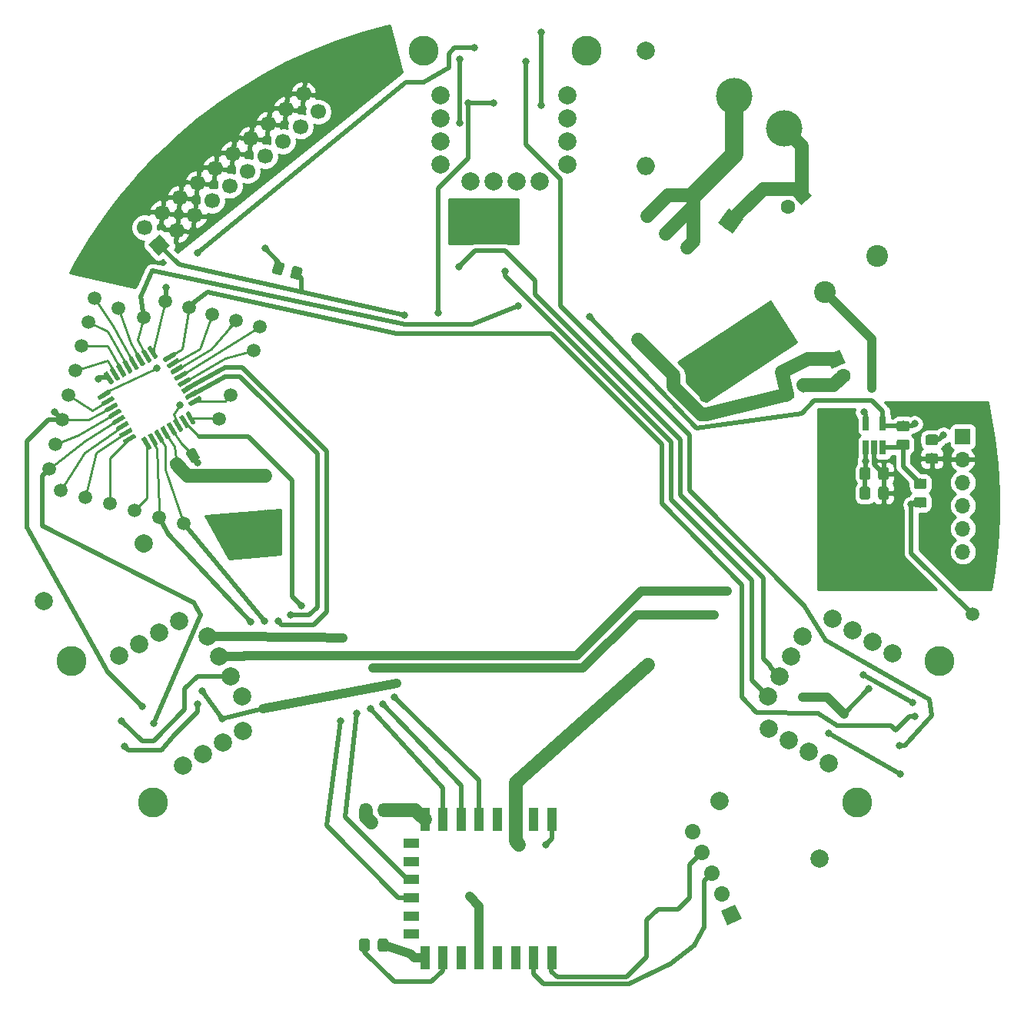
<source format=gbr>
G04 #@! TF.GenerationSoftware,KiCad,Pcbnew,(5.1.4)-1*
G04 #@! TF.CreationDate,2019-09-16T17:17:07+02:00*
G04 #@! TF.ProjectId,PixelFan,50697865-6c46-4616-9e2e-6b696361645f,rev?*
G04 #@! TF.SameCoordinates,Original*
G04 #@! TF.FileFunction,Copper,L1,Top*
G04 #@! TF.FilePolarity,Positive*
%FSLAX46Y46*%
G04 Gerber Fmt 4.6, Leading zero omitted, Abs format (unit mm)*
G04 Created by KiCad (PCBNEW (5.1.4)-1) date 2019-09-16 17:17:07*
%MOMM*%
%LPD*%
G04 APERTURE LIST*
%ADD10C,3.300000*%
%ADD11C,2.000000*%
%ADD12C,0.100000*%
%ADD13C,1.600000*%
%ADD14C,1.150000*%
%ADD15C,1.700000*%
%ADD16C,1.700000*%
%ADD17C,2.400000*%
%ADD18C,1.500000*%
%ADD19C,0.500000*%
%ADD20R,1.000000X2.500000*%
%ADD21R,1.800000X1.000000*%
%ADD22R,0.650000X1.560000*%
%ADD23R,1.700000X1.700000*%
%ADD24O,1.700000X1.700000*%
%ADD25C,4.000000*%
%ADD26C,2.000000*%
%ADD27O,2.000000X2.000000*%
%ADD28C,0.800000*%
%ADD29C,1.500000*%
%ADD30C,0.500000*%
%ADD31C,1.000000*%
%ADD32C,0.250000*%
%ADD33C,0.254000*%
G04 APERTURE END LIST*
D10*
X252198730Y-257205771D03*
X261198730Y-272794229D03*
D11*
X264479934Y-268717441D03*
X266679639Y-267447441D03*
X268879343Y-266177441D03*
X271079048Y-264907441D03*
X267255836Y-254505443D03*
X268525836Y-256705148D03*
X269795836Y-258904852D03*
X271065836Y-261104557D03*
X257504934Y-256636386D03*
X259704639Y-255366386D03*
X261904343Y-254096386D03*
X264104048Y-252826386D03*
D10*
X309000000Y-190000000D03*
X291000000Y-190000000D03*
D11*
X292890000Y-194880000D03*
X292890000Y-197420000D03*
X292890000Y-199960000D03*
X292890000Y-202500000D03*
X303810000Y-204390000D03*
X301270000Y-204390000D03*
X298730000Y-204390000D03*
X296190000Y-204390000D03*
X306840000Y-194880000D03*
X306840000Y-197420000D03*
X306840000Y-199960000D03*
X306840000Y-202500000D03*
D10*
X338801270Y-272794229D03*
X347801270Y-257205771D03*
D11*
X342630066Y-256402559D03*
X340430361Y-255132559D03*
X338230657Y-253862559D03*
X336030952Y-252592559D03*
X328934164Y-261104557D03*
X330204164Y-258904852D03*
X331474164Y-256705148D03*
X332744164Y-254505443D03*
X335655066Y-268483614D03*
X333455361Y-267213614D03*
X331255657Y-265943614D03*
X329055952Y-264673614D03*
X324830998Y-208762337D03*
D12*
G36*
X326223726Y-208516761D02*
G01*
X325076574Y-210155065D01*
X323438270Y-209007913D01*
X324585422Y-207369609D01*
X326223726Y-208516761D01*
X326223726Y-208516761D01*
G37*
D11*
X320735238Y-205894455D03*
D13*
X332641625Y-205885862D03*
D12*
G36*
X332740230Y-204758796D02*
G01*
X333768691Y-205984467D01*
X332543020Y-207012928D01*
X331514559Y-205787257D01*
X332740230Y-204758796D01*
X332740230Y-204758796D01*
G37*
D13*
X331109536Y-207171437D03*
X337233532Y-225784453D03*
X336388295Y-223971837D03*
D12*
G36*
X335325154Y-223584885D02*
G01*
X336775247Y-222908696D01*
X337451436Y-224358789D01*
X336001343Y-225034978D01*
X335325154Y-223584885D01*
X335325154Y-223584885D01*
G37*
G36*
X331165668Y-227072175D02*
G01*
X331190041Y-227074979D01*
X331214022Y-227080159D01*
X331237379Y-227087664D01*
X331259889Y-227097422D01*
X331281334Y-227109339D01*
X331301507Y-227123302D01*
X331320214Y-227139174D01*
X331337276Y-227156803D01*
X331352528Y-227176020D01*
X331365823Y-227196640D01*
X331815824Y-227976065D01*
X331827033Y-227997888D01*
X331836050Y-228020705D01*
X331842786Y-228044295D01*
X331847178Y-228068433D01*
X331849183Y-228092884D01*
X331848782Y-228117415D01*
X331845978Y-228141788D01*
X331840798Y-228165769D01*
X331833294Y-228189126D01*
X331823535Y-228211636D01*
X331811618Y-228233080D01*
X331797656Y-228253254D01*
X331781783Y-228271961D01*
X331764154Y-228289023D01*
X331744937Y-228304275D01*
X331724317Y-228317570D01*
X331161398Y-228642571D01*
X331139575Y-228653780D01*
X331116758Y-228662797D01*
X331093168Y-228669533D01*
X331069030Y-228673925D01*
X331044579Y-228675930D01*
X331020048Y-228675529D01*
X330995675Y-228672725D01*
X330971694Y-228667545D01*
X330948337Y-228660040D01*
X330925827Y-228650282D01*
X330904382Y-228638365D01*
X330884209Y-228624402D01*
X330865502Y-228608530D01*
X330848440Y-228590901D01*
X330833188Y-228571684D01*
X330819893Y-228551064D01*
X330369892Y-227771639D01*
X330358683Y-227749816D01*
X330349666Y-227726999D01*
X330342930Y-227703409D01*
X330338538Y-227679271D01*
X330336533Y-227654820D01*
X330336934Y-227630289D01*
X330339738Y-227605916D01*
X330344918Y-227581935D01*
X330352422Y-227558578D01*
X330362181Y-227536068D01*
X330374098Y-227514624D01*
X330388060Y-227494450D01*
X330403933Y-227475743D01*
X330421562Y-227458681D01*
X330440779Y-227443429D01*
X330461399Y-227430134D01*
X331024318Y-227105133D01*
X331046141Y-227093924D01*
X331068958Y-227084907D01*
X331092548Y-227078171D01*
X331116686Y-227073779D01*
X331141137Y-227071774D01*
X331165668Y-227072175D01*
X331165668Y-227072175D01*
G37*
D14*
X331092858Y-227873852D03*
D12*
G36*
X332941020Y-226047175D02*
G01*
X332965393Y-226049979D01*
X332989374Y-226055159D01*
X333012731Y-226062664D01*
X333035241Y-226072422D01*
X333056686Y-226084339D01*
X333076859Y-226098302D01*
X333095566Y-226114174D01*
X333112628Y-226131803D01*
X333127880Y-226151020D01*
X333141175Y-226171640D01*
X333591176Y-226951065D01*
X333602385Y-226972888D01*
X333611402Y-226995705D01*
X333618138Y-227019295D01*
X333622530Y-227043433D01*
X333624535Y-227067884D01*
X333624134Y-227092415D01*
X333621330Y-227116788D01*
X333616150Y-227140769D01*
X333608646Y-227164126D01*
X333598887Y-227186636D01*
X333586970Y-227208080D01*
X333573008Y-227228254D01*
X333557135Y-227246961D01*
X333539506Y-227264023D01*
X333520289Y-227279275D01*
X333499669Y-227292570D01*
X332936750Y-227617571D01*
X332914927Y-227628780D01*
X332892110Y-227637797D01*
X332868520Y-227644533D01*
X332844382Y-227648925D01*
X332819931Y-227650930D01*
X332795400Y-227650529D01*
X332771027Y-227647725D01*
X332747046Y-227642545D01*
X332723689Y-227635040D01*
X332701179Y-227625282D01*
X332679734Y-227613365D01*
X332659561Y-227599402D01*
X332640854Y-227583530D01*
X332623792Y-227565901D01*
X332608540Y-227546684D01*
X332595245Y-227526064D01*
X332145244Y-226746639D01*
X332134035Y-226724816D01*
X332125018Y-226701999D01*
X332118282Y-226678409D01*
X332113890Y-226654271D01*
X332111885Y-226629820D01*
X332112286Y-226605289D01*
X332115090Y-226580916D01*
X332120270Y-226556935D01*
X332127774Y-226533578D01*
X332137533Y-226511068D01*
X332149450Y-226489624D01*
X332163412Y-226469450D01*
X332179285Y-226450743D01*
X332196914Y-226433681D01*
X332216131Y-226418429D01*
X332236751Y-226405134D01*
X332799670Y-226080133D01*
X332821493Y-226068924D01*
X332844310Y-226059907D01*
X332867900Y-226053171D01*
X332892038Y-226048779D01*
X332916489Y-226046774D01*
X332941020Y-226047175D01*
X332941020Y-226047175D01*
G37*
D14*
X332868210Y-226848852D03*
D12*
G36*
X347464505Y-232296204D02*
G01*
X347488773Y-232299804D01*
X347512572Y-232305765D01*
X347535671Y-232314030D01*
X347557850Y-232324520D01*
X347578893Y-232337132D01*
X347598599Y-232351747D01*
X347616777Y-232368223D01*
X347633253Y-232386401D01*
X347647868Y-232406107D01*
X347660480Y-232427150D01*
X347670970Y-232449329D01*
X347679235Y-232472428D01*
X347685196Y-232496227D01*
X347688796Y-232520495D01*
X347690000Y-232544999D01*
X347690000Y-233195001D01*
X347688796Y-233219505D01*
X347685196Y-233243773D01*
X347679235Y-233267572D01*
X347670970Y-233290671D01*
X347660480Y-233312850D01*
X347647868Y-233333893D01*
X347633253Y-233353599D01*
X347616777Y-233371777D01*
X347598599Y-233388253D01*
X347578893Y-233402868D01*
X347557850Y-233415480D01*
X347535671Y-233425970D01*
X347512572Y-233434235D01*
X347488773Y-233440196D01*
X347464505Y-233443796D01*
X347440001Y-233445000D01*
X346539999Y-233445000D01*
X346515495Y-233443796D01*
X346491227Y-233440196D01*
X346467428Y-233434235D01*
X346444329Y-233425970D01*
X346422150Y-233415480D01*
X346401107Y-233402868D01*
X346381401Y-233388253D01*
X346363223Y-233371777D01*
X346346747Y-233353599D01*
X346332132Y-233333893D01*
X346319520Y-233312850D01*
X346309030Y-233290671D01*
X346300765Y-233267572D01*
X346294804Y-233243773D01*
X346291204Y-233219505D01*
X346290000Y-233195001D01*
X346290000Y-232544999D01*
X346291204Y-232520495D01*
X346294804Y-232496227D01*
X346300765Y-232472428D01*
X346309030Y-232449329D01*
X346319520Y-232427150D01*
X346332132Y-232406107D01*
X346346747Y-232386401D01*
X346363223Y-232368223D01*
X346381401Y-232351747D01*
X346401107Y-232337132D01*
X346422150Y-232324520D01*
X346444329Y-232314030D01*
X346467428Y-232305765D01*
X346491227Y-232299804D01*
X346515495Y-232296204D01*
X346539999Y-232295000D01*
X347440001Y-232295000D01*
X347464505Y-232296204D01*
X347464505Y-232296204D01*
G37*
D14*
X346990000Y-232870000D03*
D12*
G36*
X347464505Y-234346204D02*
G01*
X347488773Y-234349804D01*
X347512572Y-234355765D01*
X347535671Y-234364030D01*
X347557850Y-234374520D01*
X347578893Y-234387132D01*
X347598599Y-234401747D01*
X347616777Y-234418223D01*
X347633253Y-234436401D01*
X347647868Y-234456107D01*
X347660480Y-234477150D01*
X347670970Y-234499329D01*
X347679235Y-234522428D01*
X347685196Y-234546227D01*
X347688796Y-234570495D01*
X347690000Y-234594999D01*
X347690000Y-235245001D01*
X347688796Y-235269505D01*
X347685196Y-235293773D01*
X347679235Y-235317572D01*
X347670970Y-235340671D01*
X347660480Y-235362850D01*
X347647868Y-235383893D01*
X347633253Y-235403599D01*
X347616777Y-235421777D01*
X347598599Y-235438253D01*
X347578893Y-235452868D01*
X347557850Y-235465480D01*
X347535671Y-235475970D01*
X347512572Y-235484235D01*
X347488773Y-235490196D01*
X347464505Y-235493796D01*
X347440001Y-235495000D01*
X346539999Y-235495000D01*
X346515495Y-235493796D01*
X346491227Y-235490196D01*
X346467428Y-235484235D01*
X346444329Y-235475970D01*
X346422150Y-235465480D01*
X346401107Y-235452868D01*
X346381401Y-235438253D01*
X346363223Y-235421777D01*
X346346747Y-235403599D01*
X346332132Y-235383893D01*
X346319520Y-235362850D01*
X346309030Y-235340671D01*
X346300765Y-235317572D01*
X346294804Y-235293773D01*
X346291204Y-235269505D01*
X346290000Y-235245001D01*
X346290000Y-234594999D01*
X346291204Y-234570495D01*
X346294804Y-234546227D01*
X346300765Y-234522428D01*
X346309030Y-234499329D01*
X346319520Y-234477150D01*
X346332132Y-234456107D01*
X346346747Y-234436401D01*
X346363223Y-234418223D01*
X346381401Y-234401747D01*
X346401107Y-234387132D01*
X346422150Y-234374520D01*
X346444329Y-234364030D01*
X346467428Y-234355765D01*
X346491227Y-234349804D01*
X346515495Y-234346204D01*
X346539999Y-234345000D01*
X347440001Y-234345000D01*
X347464505Y-234346204D01*
X347464505Y-234346204D01*
G37*
D14*
X346990000Y-234920000D03*
D12*
G36*
X339964505Y-238031204D02*
G01*
X339988773Y-238034804D01*
X340012572Y-238040765D01*
X340035671Y-238049030D01*
X340057850Y-238059520D01*
X340078893Y-238072132D01*
X340098599Y-238086747D01*
X340116777Y-238103223D01*
X340133253Y-238121401D01*
X340147868Y-238141107D01*
X340160480Y-238162150D01*
X340170970Y-238184329D01*
X340179235Y-238207428D01*
X340185196Y-238231227D01*
X340188796Y-238255495D01*
X340190000Y-238279999D01*
X340190000Y-239180001D01*
X340188796Y-239204505D01*
X340185196Y-239228773D01*
X340179235Y-239252572D01*
X340170970Y-239275671D01*
X340160480Y-239297850D01*
X340147868Y-239318893D01*
X340133253Y-239338599D01*
X340116777Y-239356777D01*
X340098599Y-239373253D01*
X340078893Y-239387868D01*
X340057850Y-239400480D01*
X340035671Y-239410970D01*
X340012572Y-239419235D01*
X339988773Y-239425196D01*
X339964505Y-239428796D01*
X339940001Y-239430000D01*
X339289999Y-239430000D01*
X339265495Y-239428796D01*
X339241227Y-239425196D01*
X339217428Y-239419235D01*
X339194329Y-239410970D01*
X339172150Y-239400480D01*
X339151107Y-239387868D01*
X339131401Y-239373253D01*
X339113223Y-239356777D01*
X339096747Y-239338599D01*
X339082132Y-239318893D01*
X339069520Y-239297850D01*
X339059030Y-239275671D01*
X339050765Y-239252572D01*
X339044804Y-239228773D01*
X339041204Y-239204505D01*
X339040000Y-239180001D01*
X339040000Y-238279999D01*
X339041204Y-238255495D01*
X339044804Y-238231227D01*
X339050765Y-238207428D01*
X339059030Y-238184329D01*
X339069520Y-238162150D01*
X339082132Y-238141107D01*
X339096747Y-238121401D01*
X339113223Y-238103223D01*
X339131401Y-238086747D01*
X339151107Y-238072132D01*
X339172150Y-238059520D01*
X339194329Y-238049030D01*
X339217428Y-238040765D01*
X339241227Y-238034804D01*
X339265495Y-238031204D01*
X339289999Y-238030000D01*
X339940001Y-238030000D01*
X339964505Y-238031204D01*
X339964505Y-238031204D01*
G37*
D14*
X339615000Y-238730000D03*
D12*
G36*
X342014505Y-238031204D02*
G01*
X342038773Y-238034804D01*
X342062572Y-238040765D01*
X342085671Y-238049030D01*
X342107850Y-238059520D01*
X342128893Y-238072132D01*
X342148599Y-238086747D01*
X342166777Y-238103223D01*
X342183253Y-238121401D01*
X342197868Y-238141107D01*
X342210480Y-238162150D01*
X342220970Y-238184329D01*
X342229235Y-238207428D01*
X342235196Y-238231227D01*
X342238796Y-238255495D01*
X342240000Y-238279999D01*
X342240000Y-239180001D01*
X342238796Y-239204505D01*
X342235196Y-239228773D01*
X342229235Y-239252572D01*
X342220970Y-239275671D01*
X342210480Y-239297850D01*
X342197868Y-239318893D01*
X342183253Y-239338599D01*
X342166777Y-239356777D01*
X342148599Y-239373253D01*
X342128893Y-239387868D01*
X342107850Y-239400480D01*
X342085671Y-239410970D01*
X342062572Y-239419235D01*
X342038773Y-239425196D01*
X342014505Y-239428796D01*
X341990001Y-239430000D01*
X341339999Y-239430000D01*
X341315495Y-239428796D01*
X341291227Y-239425196D01*
X341267428Y-239419235D01*
X341244329Y-239410970D01*
X341222150Y-239400480D01*
X341201107Y-239387868D01*
X341181401Y-239373253D01*
X341163223Y-239356777D01*
X341146747Y-239338599D01*
X341132132Y-239318893D01*
X341119520Y-239297850D01*
X341109030Y-239275671D01*
X341100765Y-239252572D01*
X341094804Y-239228773D01*
X341091204Y-239204505D01*
X341090000Y-239180001D01*
X341090000Y-238279999D01*
X341091204Y-238255495D01*
X341094804Y-238231227D01*
X341100765Y-238207428D01*
X341109030Y-238184329D01*
X341119520Y-238162150D01*
X341132132Y-238141107D01*
X341146747Y-238121401D01*
X341163223Y-238103223D01*
X341181401Y-238086747D01*
X341201107Y-238072132D01*
X341222150Y-238059520D01*
X341244329Y-238049030D01*
X341267428Y-238040765D01*
X341291227Y-238034804D01*
X341315495Y-238031204D01*
X341339999Y-238030000D01*
X341990001Y-238030000D01*
X342014505Y-238031204D01*
X342014505Y-238031204D01*
G37*
D14*
X341665000Y-238730000D03*
D15*
X324900000Y-285200000D03*
D12*
G36*
X325311136Y-284070413D02*
G01*
X326029587Y-285611136D01*
X324488864Y-286329587D01*
X323770413Y-284788864D01*
X325311136Y-284070413D01*
X325311136Y-284070413D01*
G37*
D15*
X323826550Y-282897978D03*
D16*
X323826550Y-282897978D02*
X323826550Y-282897978D01*
D15*
X322753099Y-280595956D03*
D16*
X322753099Y-280595956D02*
X322753099Y-280595956D01*
D15*
X321679649Y-278293935D03*
D16*
X321679649Y-278293935D02*
X321679649Y-278293935D01*
D15*
X320606198Y-275991913D03*
D16*
X320606198Y-275991913D02*
X320606198Y-275991913D01*
D17*
X340954393Y-212594702D03*
X335220329Y-216609737D03*
D12*
G36*
X274838745Y-213201172D02*
G01*
X274863118Y-213203976D01*
X274887099Y-213209156D01*
X275514953Y-213377389D01*
X275538310Y-213384893D01*
X275560820Y-213394652D01*
X275582264Y-213406569D01*
X275602438Y-213420531D01*
X275621145Y-213436404D01*
X275638207Y-213454033D01*
X275653459Y-213473250D01*
X275666753Y-213493870D01*
X275677963Y-213515693D01*
X275686980Y-213538509D01*
X275693716Y-213562100D01*
X275698108Y-213586238D01*
X275700113Y-213610689D01*
X275699712Y-213635220D01*
X275696908Y-213659593D01*
X275691728Y-213683574D01*
X275458790Y-214552909D01*
X275451286Y-214576266D01*
X275441527Y-214598776D01*
X275429610Y-214620221D01*
X275415647Y-214640394D01*
X275399775Y-214659101D01*
X275382146Y-214676163D01*
X275362929Y-214691415D01*
X275342309Y-214704710D01*
X275320486Y-214715919D01*
X275297669Y-214724936D01*
X275274079Y-214731672D01*
X275249941Y-214736064D01*
X275225490Y-214738069D01*
X275200959Y-214737668D01*
X275176586Y-214734864D01*
X275152605Y-214729684D01*
X274524751Y-214561451D01*
X274501394Y-214553947D01*
X274478884Y-214544188D01*
X274457440Y-214532271D01*
X274437266Y-214518309D01*
X274418559Y-214502436D01*
X274401497Y-214484807D01*
X274386245Y-214465590D01*
X274372951Y-214444970D01*
X274361741Y-214423147D01*
X274352724Y-214400331D01*
X274345988Y-214376740D01*
X274341596Y-214352602D01*
X274339591Y-214328151D01*
X274339992Y-214303620D01*
X274342796Y-214279247D01*
X274347976Y-214255266D01*
X274580914Y-213385931D01*
X274588418Y-213362574D01*
X274598177Y-213340064D01*
X274610094Y-213318619D01*
X274624057Y-213298446D01*
X274639929Y-213279739D01*
X274657558Y-213262677D01*
X274676775Y-213247425D01*
X274697395Y-213234130D01*
X274719218Y-213222921D01*
X274742035Y-213213904D01*
X274765625Y-213207168D01*
X274789763Y-213202776D01*
X274814214Y-213200771D01*
X274838745Y-213201172D01*
X274838745Y-213201172D01*
G37*
D14*
X275019852Y-213969420D03*
D12*
G36*
X276818893Y-213731752D02*
G01*
X276843266Y-213734556D01*
X276867247Y-213739736D01*
X277495101Y-213907969D01*
X277518458Y-213915473D01*
X277540968Y-213925232D01*
X277562412Y-213937149D01*
X277582586Y-213951111D01*
X277601293Y-213966984D01*
X277618355Y-213984613D01*
X277633607Y-214003830D01*
X277646901Y-214024450D01*
X277658111Y-214046273D01*
X277667128Y-214069089D01*
X277673864Y-214092680D01*
X277678256Y-214116818D01*
X277680261Y-214141269D01*
X277679860Y-214165800D01*
X277677056Y-214190173D01*
X277671876Y-214214154D01*
X277438938Y-215083489D01*
X277431434Y-215106846D01*
X277421675Y-215129356D01*
X277409758Y-215150801D01*
X277395795Y-215170974D01*
X277379923Y-215189681D01*
X277362294Y-215206743D01*
X277343077Y-215221995D01*
X277322457Y-215235290D01*
X277300634Y-215246499D01*
X277277817Y-215255516D01*
X277254227Y-215262252D01*
X277230089Y-215266644D01*
X277205638Y-215268649D01*
X277181107Y-215268248D01*
X277156734Y-215265444D01*
X277132753Y-215260264D01*
X276504899Y-215092031D01*
X276481542Y-215084527D01*
X276459032Y-215074768D01*
X276437588Y-215062851D01*
X276417414Y-215048889D01*
X276398707Y-215033016D01*
X276381645Y-215015387D01*
X276366393Y-214996170D01*
X276353099Y-214975550D01*
X276341889Y-214953727D01*
X276332872Y-214930911D01*
X276326136Y-214907320D01*
X276321744Y-214883182D01*
X276319739Y-214858731D01*
X276320140Y-214834200D01*
X276322944Y-214809827D01*
X276328124Y-214785846D01*
X276561062Y-213916511D01*
X276568566Y-213893154D01*
X276578325Y-213870644D01*
X276590242Y-213849199D01*
X276604205Y-213829026D01*
X276620077Y-213810319D01*
X276637706Y-213793257D01*
X276656923Y-213778005D01*
X276677543Y-213764710D01*
X276699366Y-213753501D01*
X276722183Y-213744484D01*
X276745773Y-213737748D01*
X276769911Y-213733356D01*
X276794362Y-213731351D01*
X276818893Y-213731752D01*
X276818893Y-213731752D01*
G37*
D14*
X277000000Y-214500000D03*
D12*
G36*
X284846505Y-287815204D02*
G01*
X284870773Y-287818804D01*
X284894572Y-287824765D01*
X284917671Y-287833030D01*
X284939850Y-287843520D01*
X284960893Y-287856132D01*
X284980599Y-287870747D01*
X284998777Y-287887223D01*
X285015253Y-287905401D01*
X285029868Y-287925107D01*
X285042480Y-287946150D01*
X285052970Y-287968329D01*
X285061235Y-287991428D01*
X285067196Y-288015227D01*
X285070796Y-288039495D01*
X285072000Y-288063999D01*
X285072000Y-288964001D01*
X285070796Y-288988505D01*
X285067196Y-289012773D01*
X285061235Y-289036572D01*
X285052970Y-289059671D01*
X285042480Y-289081850D01*
X285029868Y-289102893D01*
X285015253Y-289122599D01*
X284998777Y-289140777D01*
X284980599Y-289157253D01*
X284960893Y-289171868D01*
X284939850Y-289184480D01*
X284917671Y-289194970D01*
X284894572Y-289203235D01*
X284870773Y-289209196D01*
X284846505Y-289212796D01*
X284822001Y-289214000D01*
X284171999Y-289214000D01*
X284147495Y-289212796D01*
X284123227Y-289209196D01*
X284099428Y-289203235D01*
X284076329Y-289194970D01*
X284054150Y-289184480D01*
X284033107Y-289171868D01*
X284013401Y-289157253D01*
X283995223Y-289140777D01*
X283978747Y-289122599D01*
X283964132Y-289102893D01*
X283951520Y-289081850D01*
X283941030Y-289059671D01*
X283932765Y-289036572D01*
X283926804Y-289012773D01*
X283923204Y-288988505D01*
X283922000Y-288964001D01*
X283922000Y-288063999D01*
X283923204Y-288039495D01*
X283926804Y-288015227D01*
X283932765Y-287991428D01*
X283941030Y-287968329D01*
X283951520Y-287946150D01*
X283964132Y-287925107D01*
X283978747Y-287905401D01*
X283995223Y-287887223D01*
X284013401Y-287870747D01*
X284033107Y-287856132D01*
X284054150Y-287843520D01*
X284076329Y-287833030D01*
X284099428Y-287824765D01*
X284123227Y-287818804D01*
X284147495Y-287815204D01*
X284171999Y-287814000D01*
X284822001Y-287814000D01*
X284846505Y-287815204D01*
X284846505Y-287815204D01*
G37*
D14*
X284497000Y-288514000D03*
D12*
G36*
X286896505Y-287815204D02*
G01*
X286920773Y-287818804D01*
X286944572Y-287824765D01*
X286967671Y-287833030D01*
X286989850Y-287843520D01*
X287010893Y-287856132D01*
X287030599Y-287870747D01*
X287048777Y-287887223D01*
X287065253Y-287905401D01*
X287079868Y-287925107D01*
X287092480Y-287946150D01*
X287102970Y-287968329D01*
X287111235Y-287991428D01*
X287117196Y-288015227D01*
X287120796Y-288039495D01*
X287122000Y-288063999D01*
X287122000Y-288964001D01*
X287120796Y-288988505D01*
X287117196Y-289012773D01*
X287111235Y-289036572D01*
X287102970Y-289059671D01*
X287092480Y-289081850D01*
X287079868Y-289102893D01*
X287065253Y-289122599D01*
X287048777Y-289140777D01*
X287030599Y-289157253D01*
X287010893Y-289171868D01*
X286989850Y-289184480D01*
X286967671Y-289194970D01*
X286944572Y-289203235D01*
X286920773Y-289209196D01*
X286896505Y-289212796D01*
X286872001Y-289214000D01*
X286221999Y-289214000D01*
X286197495Y-289212796D01*
X286173227Y-289209196D01*
X286149428Y-289203235D01*
X286126329Y-289194970D01*
X286104150Y-289184480D01*
X286083107Y-289171868D01*
X286063401Y-289157253D01*
X286045223Y-289140777D01*
X286028747Y-289122599D01*
X286014132Y-289102893D01*
X286001520Y-289081850D01*
X285991030Y-289059671D01*
X285982765Y-289036572D01*
X285976804Y-289012773D01*
X285973204Y-288988505D01*
X285972000Y-288964001D01*
X285972000Y-288063999D01*
X285973204Y-288039495D01*
X285976804Y-288015227D01*
X285982765Y-287991428D01*
X285991030Y-287968329D01*
X286001520Y-287946150D01*
X286014132Y-287925107D01*
X286028747Y-287905401D01*
X286045223Y-287887223D01*
X286063401Y-287870747D01*
X286083107Y-287856132D01*
X286104150Y-287843520D01*
X286126329Y-287833030D01*
X286149428Y-287824765D01*
X286173227Y-287818804D01*
X286197495Y-287815204D01*
X286221999Y-287814000D01*
X286872001Y-287814000D01*
X286896505Y-287815204D01*
X286896505Y-287815204D01*
G37*
D14*
X286547000Y-288514000D03*
D12*
G36*
X342014505Y-235882095D02*
G01*
X342038773Y-235885695D01*
X342062572Y-235891656D01*
X342085671Y-235899921D01*
X342107850Y-235910411D01*
X342128893Y-235923023D01*
X342148599Y-235937638D01*
X342166777Y-235954114D01*
X342183253Y-235972292D01*
X342197868Y-235991998D01*
X342210480Y-236013041D01*
X342220970Y-236035220D01*
X342229235Y-236058319D01*
X342235196Y-236082118D01*
X342238796Y-236106386D01*
X342240000Y-236130890D01*
X342240000Y-237030892D01*
X342238796Y-237055396D01*
X342235196Y-237079664D01*
X342229235Y-237103463D01*
X342220970Y-237126562D01*
X342210480Y-237148741D01*
X342197868Y-237169784D01*
X342183253Y-237189490D01*
X342166777Y-237207668D01*
X342148599Y-237224144D01*
X342128893Y-237238759D01*
X342107850Y-237251371D01*
X342085671Y-237261861D01*
X342062572Y-237270126D01*
X342038773Y-237276087D01*
X342014505Y-237279687D01*
X341990001Y-237280891D01*
X341339999Y-237280891D01*
X341315495Y-237279687D01*
X341291227Y-237276087D01*
X341267428Y-237270126D01*
X341244329Y-237261861D01*
X341222150Y-237251371D01*
X341201107Y-237238759D01*
X341181401Y-237224144D01*
X341163223Y-237207668D01*
X341146747Y-237189490D01*
X341132132Y-237169784D01*
X341119520Y-237148741D01*
X341109030Y-237126562D01*
X341100765Y-237103463D01*
X341094804Y-237079664D01*
X341091204Y-237055396D01*
X341090000Y-237030892D01*
X341090000Y-236130890D01*
X341091204Y-236106386D01*
X341094804Y-236082118D01*
X341100765Y-236058319D01*
X341109030Y-236035220D01*
X341119520Y-236013041D01*
X341132132Y-235991998D01*
X341146747Y-235972292D01*
X341163223Y-235954114D01*
X341181401Y-235937638D01*
X341201107Y-235923023D01*
X341222150Y-235910411D01*
X341244329Y-235899921D01*
X341267428Y-235891656D01*
X341291227Y-235885695D01*
X341315495Y-235882095D01*
X341339999Y-235880891D01*
X341990001Y-235880891D01*
X342014505Y-235882095D01*
X342014505Y-235882095D01*
G37*
D14*
X341665000Y-236580891D03*
D12*
G36*
X339964505Y-235882095D02*
G01*
X339988773Y-235885695D01*
X340012572Y-235891656D01*
X340035671Y-235899921D01*
X340057850Y-235910411D01*
X340078893Y-235923023D01*
X340098599Y-235937638D01*
X340116777Y-235954114D01*
X340133253Y-235972292D01*
X340147868Y-235991998D01*
X340160480Y-236013041D01*
X340170970Y-236035220D01*
X340179235Y-236058319D01*
X340185196Y-236082118D01*
X340188796Y-236106386D01*
X340190000Y-236130890D01*
X340190000Y-237030892D01*
X340188796Y-237055396D01*
X340185196Y-237079664D01*
X340179235Y-237103463D01*
X340170970Y-237126562D01*
X340160480Y-237148741D01*
X340147868Y-237169784D01*
X340133253Y-237189490D01*
X340116777Y-237207668D01*
X340098599Y-237224144D01*
X340078893Y-237238759D01*
X340057850Y-237251371D01*
X340035671Y-237261861D01*
X340012572Y-237270126D01*
X339988773Y-237276087D01*
X339964505Y-237279687D01*
X339940001Y-237280891D01*
X339289999Y-237280891D01*
X339265495Y-237279687D01*
X339241227Y-237276087D01*
X339217428Y-237270126D01*
X339194329Y-237261861D01*
X339172150Y-237251371D01*
X339151107Y-237238759D01*
X339131401Y-237224144D01*
X339113223Y-237207668D01*
X339096747Y-237189490D01*
X339082132Y-237169784D01*
X339069520Y-237148741D01*
X339059030Y-237126562D01*
X339050765Y-237103463D01*
X339044804Y-237079664D01*
X339041204Y-237055396D01*
X339040000Y-237030892D01*
X339040000Y-236130890D01*
X339041204Y-236106386D01*
X339044804Y-236082118D01*
X339050765Y-236058319D01*
X339059030Y-236035220D01*
X339069520Y-236013041D01*
X339082132Y-235991998D01*
X339096747Y-235972292D01*
X339113223Y-235954114D01*
X339131401Y-235937638D01*
X339151107Y-235923023D01*
X339172150Y-235910411D01*
X339194329Y-235899921D01*
X339217428Y-235891656D01*
X339241227Y-235885695D01*
X339265495Y-235882095D01*
X339289999Y-235880891D01*
X339940001Y-235880891D01*
X339964505Y-235882095D01*
X339964505Y-235882095D01*
G37*
D14*
X339615000Y-236580891D03*
D12*
G36*
X346194505Y-239181204D02*
G01*
X346218773Y-239184804D01*
X346242572Y-239190765D01*
X346265671Y-239199030D01*
X346287850Y-239209520D01*
X346308893Y-239222132D01*
X346328599Y-239236747D01*
X346346777Y-239253223D01*
X346363253Y-239271401D01*
X346377868Y-239291107D01*
X346390480Y-239312150D01*
X346400970Y-239334329D01*
X346409235Y-239357428D01*
X346415196Y-239381227D01*
X346418796Y-239405495D01*
X346420000Y-239429999D01*
X346420000Y-240080001D01*
X346418796Y-240104505D01*
X346415196Y-240128773D01*
X346409235Y-240152572D01*
X346400970Y-240175671D01*
X346390480Y-240197850D01*
X346377868Y-240218893D01*
X346363253Y-240238599D01*
X346346777Y-240256777D01*
X346328599Y-240273253D01*
X346308893Y-240287868D01*
X346287850Y-240300480D01*
X346265671Y-240310970D01*
X346242572Y-240319235D01*
X346218773Y-240325196D01*
X346194505Y-240328796D01*
X346170001Y-240330000D01*
X345269999Y-240330000D01*
X345245495Y-240328796D01*
X345221227Y-240325196D01*
X345197428Y-240319235D01*
X345174329Y-240310970D01*
X345152150Y-240300480D01*
X345131107Y-240287868D01*
X345111401Y-240273253D01*
X345093223Y-240256777D01*
X345076747Y-240238599D01*
X345062132Y-240218893D01*
X345049520Y-240197850D01*
X345039030Y-240175671D01*
X345030765Y-240152572D01*
X345024804Y-240128773D01*
X345021204Y-240104505D01*
X345020000Y-240080001D01*
X345020000Y-239429999D01*
X345021204Y-239405495D01*
X345024804Y-239381227D01*
X345030765Y-239357428D01*
X345039030Y-239334329D01*
X345049520Y-239312150D01*
X345062132Y-239291107D01*
X345076747Y-239271401D01*
X345093223Y-239253223D01*
X345111401Y-239236747D01*
X345131107Y-239222132D01*
X345152150Y-239209520D01*
X345174329Y-239199030D01*
X345197428Y-239190765D01*
X345221227Y-239184804D01*
X345245495Y-239181204D01*
X345269999Y-239180000D01*
X346170001Y-239180000D01*
X346194505Y-239181204D01*
X346194505Y-239181204D01*
G37*
D14*
X345720000Y-239755000D03*
D12*
G36*
X346194505Y-237131204D02*
G01*
X346218773Y-237134804D01*
X346242572Y-237140765D01*
X346265671Y-237149030D01*
X346287850Y-237159520D01*
X346308893Y-237172132D01*
X346328599Y-237186747D01*
X346346777Y-237203223D01*
X346363253Y-237221401D01*
X346377868Y-237241107D01*
X346390480Y-237262150D01*
X346400970Y-237284329D01*
X346409235Y-237307428D01*
X346415196Y-237331227D01*
X346418796Y-237355495D01*
X346420000Y-237379999D01*
X346420000Y-238030001D01*
X346418796Y-238054505D01*
X346415196Y-238078773D01*
X346409235Y-238102572D01*
X346400970Y-238125671D01*
X346390480Y-238147850D01*
X346377868Y-238168893D01*
X346363253Y-238188599D01*
X346346777Y-238206777D01*
X346328599Y-238223253D01*
X346308893Y-238237868D01*
X346287850Y-238250480D01*
X346265671Y-238260970D01*
X346242572Y-238269235D01*
X346218773Y-238275196D01*
X346194505Y-238278796D01*
X346170001Y-238280000D01*
X345269999Y-238280000D01*
X345245495Y-238278796D01*
X345221227Y-238275196D01*
X345197428Y-238269235D01*
X345174329Y-238260970D01*
X345152150Y-238250480D01*
X345131107Y-238237868D01*
X345111401Y-238223253D01*
X345093223Y-238206777D01*
X345076747Y-238188599D01*
X345062132Y-238168893D01*
X345049520Y-238147850D01*
X345039030Y-238125671D01*
X345030765Y-238102572D01*
X345024804Y-238078773D01*
X345021204Y-238054505D01*
X345020000Y-238030001D01*
X345020000Y-237379999D01*
X345021204Y-237355495D01*
X345024804Y-237331227D01*
X345030765Y-237307428D01*
X345039030Y-237284329D01*
X345049520Y-237262150D01*
X345062132Y-237241107D01*
X345076747Y-237221401D01*
X345093223Y-237203223D01*
X345111401Y-237186747D01*
X345131107Y-237172132D01*
X345152150Y-237159520D01*
X345174329Y-237149030D01*
X345197428Y-237140765D01*
X345221227Y-237134804D01*
X345245495Y-237131204D01*
X345269999Y-237130000D01*
X346170001Y-237130000D01*
X346194505Y-237131204D01*
X346194505Y-237131204D01*
G37*
D14*
X345720000Y-237705000D03*
D12*
G36*
X344289505Y-230781204D02*
G01*
X344313773Y-230784804D01*
X344337572Y-230790765D01*
X344360671Y-230799030D01*
X344382850Y-230809520D01*
X344403893Y-230822132D01*
X344423599Y-230836747D01*
X344441777Y-230853223D01*
X344458253Y-230871401D01*
X344472868Y-230891107D01*
X344485480Y-230912150D01*
X344495970Y-230934329D01*
X344504235Y-230957428D01*
X344510196Y-230981227D01*
X344513796Y-231005495D01*
X344515000Y-231029999D01*
X344515000Y-231680001D01*
X344513796Y-231704505D01*
X344510196Y-231728773D01*
X344504235Y-231752572D01*
X344495970Y-231775671D01*
X344485480Y-231797850D01*
X344472868Y-231818893D01*
X344458253Y-231838599D01*
X344441777Y-231856777D01*
X344423599Y-231873253D01*
X344403893Y-231887868D01*
X344382850Y-231900480D01*
X344360671Y-231910970D01*
X344337572Y-231919235D01*
X344313773Y-231925196D01*
X344289505Y-231928796D01*
X344265001Y-231930000D01*
X343364999Y-231930000D01*
X343340495Y-231928796D01*
X343316227Y-231925196D01*
X343292428Y-231919235D01*
X343269329Y-231910970D01*
X343247150Y-231900480D01*
X343226107Y-231887868D01*
X343206401Y-231873253D01*
X343188223Y-231856777D01*
X343171747Y-231838599D01*
X343157132Y-231818893D01*
X343144520Y-231797850D01*
X343134030Y-231775671D01*
X343125765Y-231752572D01*
X343119804Y-231728773D01*
X343116204Y-231704505D01*
X343115000Y-231680001D01*
X343115000Y-231029999D01*
X343116204Y-231005495D01*
X343119804Y-230981227D01*
X343125765Y-230957428D01*
X343134030Y-230934329D01*
X343144520Y-230912150D01*
X343157132Y-230891107D01*
X343171747Y-230871401D01*
X343188223Y-230853223D01*
X343206401Y-230836747D01*
X343226107Y-230822132D01*
X343247150Y-230809520D01*
X343269329Y-230799030D01*
X343292428Y-230790765D01*
X343316227Y-230784804D01*
X343340495Y-230781204D01*
X343364999Y-230780000D01*
X344265001Y-230780000D01*
X344289505Y-230781204D01*
X344289505Y-230781204D01*
G37*
D14*
X343815000Y-231355000D03*
D12*
G36*
X344289505Y-232831204D02*
G01*
X344313773Y-232834804D01*
X344337572Y-232840765D01*
X344360671Y-232849030D01*
X344382850Y-232859520D01*
X344403893Y-232872132D01*
X344423599Y-232886747D01*
X344441777Y-232903223D01*
X344458253Y-232921401D01*
X344472868Y-232941107D01*
X344485480Y-232962150D01*
X344495970Y-232984329D01*
X344504235Y-233007428D01*
X344510196Y-233031227D01*
X344513796Y-233055495D01*
X344515000Y-233079999D01*
X344515000Y-233730001D01*
X344513796Y-233754505D01*
X344510196Y-233778773D01*
X344504235Y-233802572D01*
X344495970Y-233825671D01*
X344485480Y-233847850D01*
X344472868Y-233868893D01*
X344458253Y-233888599D01*
X344441777Y-233906777D01*
X344423599Y-233923253D01*
X344403893Y-233937868D01*
X344382850Y-233950480D01*
X344360671Y-233960970D01*
X344337572Y-233969235D01*
X344313773Y-233975196D01*
X344289505Y-233978796D01*
X344265001Y-233980000D01*
X343364999Y-233980000D01*
X343340495Y-233978796D01*
X343316227Y-233975196D01*
X343292428Y-233969235D01*
X343269329Y-233960970D01*
X343247150Y-233950480D01*
X343226107Y-233937868D01*
X343206401Y-233923253D01*
X343188223Y-233906777D01*
X343171747Y-233888599D01*
X343157132Y-233868893D01*
X343144520Y-233847850D01*
X343134030Y-233825671D01*
X343125765Y-233802572D01*
X343119804Y-233778773D01*
X343116204Y-233754505D01*
X343115000Y-233730001D01*
X343115000Y-233079999D01*
X343116204Y-233055495D01*
X343119804Y-233031227D01*
X343125765Y-233007428D01*
X343134030Y-232984329D01*
X343144520Y-232962150D01*
X343157132Y-232941107D01*
X343171747Y-232921401D01*
X343188223Y-232903223D01*
X343206401Y-232886747D01*
X343226107Y-232872132D01*
X343247150Y-232859520D01*
X343269329Y-232849030D01*
X343292428Y-232840765D01*
X343316227Y-232834804D01*
X343340495Y-232831204D01*
X343364999Y-232830000D01*
X344265001Y-232830000D01*
X344289505Y-232831204D01*
X344289505Y-232831204D01*
G37*
D14*
X343815000Y-233405000D03*
D18*
X260200000Y-219400000D03*
X251193662Y-230631115D03*
X249744275Y-236040300D03*
X272279581Y-223029535D03*
X351435000Y-252065000D03*
X272978392Y-220421535D03*
X270370393Y-219722724D03*
X257400000Y-218400000D03*
X254066553Y-219909338D03*
X253367742Y-222517338D03*
X252643049Y-225221930D03*
X251918355Y-227926523D03*
X267762393Y-219023912D03*
X265154393Y-218325101D03*
X262546393Y-217626290D03*
X250468969Y-233335707D03*
X251061896Y-238463908D03*
X253766489Y-239188601D03*
X256471081Y-239913294D03*
X259175673Y-240637988D03*
X261880265Y-241362681D03*
X264584858Y-242087374D03*
X254765365Y-217301339D03*
D12*
G36*
X260306105Y-232533555D02*
G01*
X260318292Y-232534957D01*
X260330282Y-232537546D01*
X260341961Y-232541299D01*
X260353216Y-232546178D01*
X260363938Y-232552137D01*
X260374025Y-232559118D01*
X260383379Y-232567054D01*
X260391910Y-232575869D01*
X260399536Y-232585477D01*
X260406183Y-232595787D01*
X261031183Y-233678319D01*
X261036788Y-233689231D01*
X261041296Y-233700639D01*
X261044665Y-233712434D01*
X261046861Y-233724503D01*
X261047863Y-233736729D01*
X261047662Y-233748994D01*
X261046260Y-233761181D01*
X261043671Y-233773171D01*
X261039918Y-233784850D01*
X261035039Y-233796105D01*
X261029080Y-233806827D01*
X261022099Y-233816914D01*
X261014163Y-233826268D01*
X261005348Y-233834799D01*
X260995740Y-233842425D01*
X260985430Y-233849072D01*
X260768924Y-233974072D01*
X260758012Y-233979677D01*
X260746604Y-233984185D01*
X260734809Y-233987554D01*
X260722740Y-233989750D01*
X260710514Y-233990752D01*
X260698249Y-233990551D01*
X260686062Y-233989149D01*
X260674072Y-233986560D01*
X260662393Y-233982807D01*
X260651138Y-233977928D01*
X260640416Y-233971969D01*
X260630329Y-233964988D01*
X260620975Y-233957052D01*
X260612444Y-233948237D01*
X260604818Y-233938629D01*
X260598171Y-233928319D01*
X259973171Y-232845787D01*
X259967566Y-232834875D01*
X259963058Y-232823467D01*
X259959689Y-232811672D01*
X259957493Y-232799603D01*
X259956491Y-232787377D01*
X259956692Y-232775112D01*
X259958094Y-232762925D01*
X259960683Y-232750935D01*
X259964436Y-232739256D01*
X259969315Y-232728001D01*
X259975274Y-232717279D01*
X259982255Y-232707192D01*
X259990191Y-232697838D01*
X259999006Y-232689307D01*
X260008614Y-232681681D01*
X260018924Y-232675034D01*
X260235430Y-232550034D01*
X260246342Y-232544429D01*
X260257750Y-232539921D01*
X260269545Y-232536552D01*
X260281614Y-232534356D01*
X260293840Y-232533354D01*
X260306105Y-232533555D01*
X260306105Y-232533555D01*
G37*
D19*
X260502177Y-233262053D03*
D12*
G36*
X260998925Y-232133555D02*
G01*
X261011112Y-232134957D01*
X261023102Y-232137546D01*
X261034781Y-232141299D01*
X261046036Y-232146178D01*
X261056758Y-232152137D01*
X261066845Y-232159118D01*
X261076199Y-232167054D01*
X261084730Y-232175869D01*
X261092356Y-232185477D01*
X261099003Y-232195787D01*
X261724003Y-233278319D01*
X261729608Y-233289231D01*
X261734116Y-233300639D01*
X261737485Y-233312434D01*
X261739681Y-233324503D01*
X261740683Y-233336729D01*
X261740482Y-233348994D01*
X261739080Y-233361181D01*
X261736491Y-233373171D01*
X261732738Y-233384850D01*
X261727859Y-233396105D01*
X261721900Y-233406827D01*
X261714919Y-233416914D01*
X261706983Y-233426268D01*
X261698168Y-233434799D01*
X261688560Y-233442425D01*
X261678250Y-233449072D01*
X261461744Y-233574072D01*
X261450832Y-233579677D01*
X261439424Y-233584185D01*
X261427629Y-233587554D01*
X261415560Y-233589750D01*
X261403334Y-233590752D01*
X261391069Y-233590551D01*
X261378882Y-233589149D01*
X261366892Y-233586560D01*
X261355213Y-233582807D01*
X261343958Y-233577928D01*
X261333236Y-233571969D01*
X261323149Y-233564988D01*
X261313795Y-233557052D01*
X261305264Y-233548237D01*
X261297638Y-233538629D01*
X261290991Y-233528319D01*
X260665991Y-232445787D01*
X260660386Y-232434875D01*
X260655878Y-232423467D01*
X260652509Y-232411672D01*
X260650313Y-232399603D01*
X260649311Y-232387377D01*
X260649512Y-232375112D01*
X260650914Y-232362925D01*
X260653503Y-232350935D01*
X260657256Y-232339256D01*
X260662135Y-232328001D01*
X260668094Y-232317279D01*
X260675075Y-232307192D01*
X260683011Y-232297838D01*
X260691826Y-232289307D01*
X260701434Y-232281681D01*
X260711744Y-232275034D01*
X260928250Y-232150034D01*
X260939162Y-232144429D01*
X260950570Y-232139921D01*
X260962365Y-232136552D01*
X260974434Y-232134356D01*
X260986660Y-232133354D01*
X260998925Y-232133555D01*
X260998925Y-232133555D01*
G37*
D19*
X261194997Y-232862053D03*
D12*
G36*
X261691746Y-231733555D02*
G01*
X261703933Y-231734957D01*
X261715923Y-231737546D01*
X261727602Y-231741299D01*
X261738857Y-231746178D01*
X261749579Y-231752137D01*
X261759666Y-231759118D01*
X261769020Y-231767054D01*
X261777551Y-231775869D01*
X261785177Y-231785477D01*
X261791824Y-231795787D01*
X262416824Y-232878319D01*
X262422429Y-232889231D01*
X262426937Y-232900639D01*
X262430306Y-232912434D01*
X262432502Y-232924503D01*
X262433504Y-232936729D01*
X262433303Y-232948994D01*
X262431901Y-232961181D01*
X262429312Y-232973171D01*
X262425559Y-232984850D01*
X262420680Y-232996105D01*
X262414721Y-233006827D01*
X262407740Y-233016914D01*
X262399804Y-233026268D01*
X262390989Y-233034799D01*
X262381381Y-233042425D01*
X262371071Y-233049072D01*
X262154565Y-233174072D01*
X262143653Y-233179677D01*
X262132245Y-233184185D01*
X262120450Y-233187554D01*
X262108381Y-233189750D01*
X262096155Y-233190752D01*
X262083890Y-233190551D01*
X262071703Y-233189149D01*
X262059713Y-233186560D01*
X262048034Y-233182807D01*
X262036779Y-233177928D01*
X262026057Y-233171969D01*
X262015970Y-233164988D01*
X262006616Y-233157052D01*
X261998085Y-233148237D01*
X261990459Y-233138629D01*
X261983812Y-233128319D01*
X261358812Y-232045787D01*
X261353207Y-232034875D01*
X261348699Y-232023467D01*
X261345330Y-232011672D01*
X261343134Y-231999603D01*
X261342132Y-231987377D01*
X261342333Y-231975112D01*
X261343735Y-231962925D01*
X261346324Y-231950935D01*
X261350077Y-231939256D01*
X261354956Y-231928001D01*
X261360915Y-231917279D01*
X261367896Y-231907192D01*
X261375832Y-231897838D01*
X261384647Y-231889307D01*
X261394255Y-231881681D01*
X261404565Y-231875034D01*
X261621071Y-231750034D01*
X261631983Y-231744429D01*
X261643391Y-231739921D01*
X261655186Y-231736552D01*
X261667255Y-231734356D01*
X261679481Y-231733354D01*
X261691746Y-231733555D01*
X261691746Y-231733555D01*
G37*
D19*
X261887818Y-232462053D03*
D12*
G36*
X262384566Y-231333555D02*
G01*
X262396753Y-231334957D01*
X262408743Y-231337546D01*
X262420422Y-231341299D01*
X262431677Y-231346178D01*
X262442399Y-231352137D01*
X262452486Y-231359118D01*
X262461840Y-231367054D01*
X262470371Y-231375869D01*
X262477997Y-231385477D01*
X262484644Y-231395787D01*
X263109644Y-232478319D01*
X263115249Y-232489231D01*
X263119757Y-232500639D01*
X263123126Y-232512434D01*
X263125322Y-232524503D01*
X263126324Y-232536729D01*
X263126123Y-232548994D01*
X263124721Y-232561181D01*
X263122132Y-232573171D01*
X263118379Y-232584850D01*
X263113500Y-232596105D01*
X263107541Y-232606827D01*
X263100560Y-232616914D01*
X263092624Y-232626268D01*
X263083809Y-232634799D01*
X263074201Y-232642425D01*
X263063891Y-232649072D01*
X262847385Y-232774072D01*
X262836473Y-232779677D01*
X262825065Y-232784185D01*
X262813270Y-232787554D01*
X262801201Y-232789750D01*
X262788975Y-232790752D01*
X262776710Y-232790551D01*
X262764523Y-232789149D01*
X262752533Y-232786560D01*
X262740854Y-232782807D01*
X262729599Y-232777928D01*
X262718877Y-232771969D01*
X262708790Y-232764988D01*
X262699436Y-232757052D01*
X262690905Y-232748237D01*
X262683279Y-232738629D01*
X262676632Y-232728319D01*
X262051632Y-231645787D01*
X262046027Y-231634875D01*
X262041519Y-231623467D01*
X262038150Y-231611672D01*
X262035954Y-231599603D01*
X262034952Y-231587377D01*
X262035153Y-231575112D01*
X262036555Y-231562925D01*
X262039144Y-231550935D01*
X262042897Y-231539256D01*
X262047776Y-231528001D01*
X262053735Y-231517279D01*
X262060716Y-231507192D01*
X262068652Y-231497838D01*
X262077467Y-231489307D01*
X262087075Y-231481681D01*
X262097385Y-231475034D01*
X262313891Y-231350034D01*
X262324803Y-231344429D01*
X262336211Y-231339921D01*
X262348006Y-231336552D01*
X262360075Y-231334356D01*
X262372301Y-231333354D01*
X262384566Y-231333555D01*
X262384566Y-231333555D01*
G37*
D19*
X262580638Y-232062053D03*
D12*
G36*
X263077386Y-230933555D02*
G01*
X263089573Y-230934957D01*
X263101563Y-230937546D01*
X263113242Y-230941299D01*
X263124497Y-230946178D01*
X263135219Y-230952137D01*
X263145306Y-230959118D01*
X263154660Y-230967054D01*
X263163191Y-230975869D01*
X263170817Y-230985477D01*
X263177464Y-230995787D01*
X263802464Y-232078319D01*
X263808069Y-232089231D01*
X263812577Y-232100639D01*
X263815946Y-232112434D01*
X263818142Y-232124503D01*
X263819144Y-232136729D01*
X263818943Y-232148994D01*
X263817541Y-232161181D01*
X263814952Y-232173171D01*
X263811199Y-232184850D01*
X263806320Y-232196105D01*
X263800361Y-232206827D01*
X263793380Y-232216914D01*
X263785444Y-232226268D01*
X263776629Y-232234799D01*
X263767021Y-232242425D01*
X263756711Y-232249072D01*
X263540205Y-232374072D01*
X263529293Y-232379677D01*
X263517885Y-232384185D01*
X263506090Y-232387554D01*
X263494021Y-232389750D01*
X263481795Y-232390752D01*
X263469530Y-232390551D01*
X263457343Y-232389149D01*
X263445353Y-232386560D01*
X263433674Y-232382807D01*
X263422419Y-232377928D01*
X263411697Y-232371969D01*
X263401610Y-232364988D01*
X263392256Y-232357052D01*
X263383725Y-232348237D01*
X263376099Y-232338629D01*
X263369452Y-232328319D01*
X262744452Y-231245787D01*
X262738847Y-231234875D01*
X262734339Y-231223467D01*
X262730970Y-231211672D01*
X262728774Y-231199603D01*
X262727772Y-231187377D01*
X262727973Y-231175112D01*
X262729375Y-231162925D01*
X262731964Y-231150935D01*
X262735717Y-231139256D01*
X262740596Y-231128001D01*
X262746555Y-231117279D01*
X262753536Y-231107192D01*
X262761472Y-231097838D01*
X262770287Y-231089307D01*
X262779895Y-231081681D01*
X262790205Y-231075034D01*
X263006711Y-230950034D01*
X263017623Y-230944429D01*
X263029031Y-230939921D01*
X263040826Y-230936552D01*
X263052895Y-230934356D01*
X263065121Y-230933354D01*
X263077386Y-230933555D01*
X263077386Y-230933555D01*
G37*
D19*
X263273458Y-231662053D03*
D12*
G36*
X263770206Y-230533555D02*
G01*
X263782393Y-230534957D01*
X263794383Y-230537546D01*
X263806062Y-230541299D01*
X263817317Y-230546178D01*
X263828039Y-230552137D01*
X263838126Y-230559118D01*
X263847480Y-230567054D01*
X263856011Y-230575869D01*
X263863637Y-230585477D01*
X263870284Y-230595787D01*
X264495284Y-231678319D01*
X264500889Y-231689231D01*
X264505397Y-231700639D01*
X264508766Y-231712434D01*
X264510962Y-231724503D01*
X264511964Y-231736729D01*
X264511763Y-231748994D01*
X264510361Y-231761181D01*
X264507772Y-231773171D01*
X264504019Y-231784850D01*
X264499140Y-231796105D01*
X264493181Y-231806827D01*
X264486200Y-231816914D01*
X264478264Y-231826268D01*
X264469449Y-231834799D01*
X264459841Y-231842425D01*
X264449531Y-231849072D01*
X264233025Y-231974072D01*
X264222113Y-231979677D01*
X264210705Y-231984185D01*
X264198910Y-231987554D01*
X264186841Y-231989750D01*
X264174615Y-231990752D01*
X264162350Y-231990551D01*
X264150163Y-231989149D01*
X264138173Y-231986560D01*
X264126494Y-231982807D01*
X264115239Y-231977928D01*
X264104517Y-231971969D01*
X264094430Y-231964988D01*
X264085076Y-231957052D01*
X264076545Y-231948237D01*
X264068919Y-231938629D01*
X264062272Y-231928319D01*
X263437272Y-230845787D01*
X263431667Y-230834875D01*
X263427159Y-230823467D01*
X263423790Y-230811672D01*
X263421594Y-230799603D01*
X263420592Y-230787377D01*
X263420793Y-230775112D01*
X263422195Y-230762925D01*
X263424784Y-230750935D01*
X263428537Y-230739256D01*
X263433416Y-230728001D01*
X263439375Y-230717279D01*
X263446356Y-230707192D01*
X263454292Y-230697838D01*
X263463107Y-230689307D01*
X263472715Y-230681681D01*
X263483025Y-230675034D01*
X263699531Y-230550034D01*
X263710443Y-230544429D01*
X263721851Y-230539921D01*
X263733646Y-230536552D01*
X263745715Y-230534356D01*
X263757941Y-230533354D01*
X263770206Y-230533555D01*
X263770206Y-230533555D01*
G37*
D19*
X263966278Y-231262053D03*
D12*
G36*
X264463027Y-230133555D02*
G01*
X264475214Y-230134957D01*
X264487204Y-230137546D01*
X264498883Y-230141299D01*
X264510138Y-230146178D01*
X264520860Y-230152137D01*
X264530947Y-230159118D01*
X264540301Y-230167054D01*
X264548832Y-230175869D01*
X264556458Y-230185477D01*
X264563105Y-230195787D01*
X265188105Y-231278319D01*
X265193710Y-231289231D01*
X265198218Y-231300639D01*
X265201587Y-231312434D01*
X265203783Y-231324503D01*
X265204785Y-231336729D01*
X265204584Y-231348994D01*
X265203182Y-231361181D01*
X265200593Y-231373171D01*
X265196840Y-231384850D01*
X265191961Y-231396105D01*
X265186002Y-231406827D01*
X265179021Y-231416914D01*
X265171085Y-231426268D01*
X265162270Y-231434799D01*
X265152662Y-231442425D01*
X265142352Y-231449072D01*
X264925846Y-231574072D01*
X264914934Y-231579677D01*
X264903526Y-231584185D01*
X264891731Y-231587554D01*
X264879662Y-231589750D01*
X264867436Y-231590752D01*
X264855171Y-231590551D01*
X264842984Y-231589149D01*
X264830994Y-231586560D01*
X264819315Y-231582807D01*
X264808060Y-231577928D01*
X264797338Y-231571969D01*
X264787251Y-231564988D01*
X264777897Y-231557052D01*
X264769366Y-231548237D01*
X264761740Y-231538629D01*
X264755093Y-231528319D01*
X264130093Y-230445787D01*
X264124488Y-230434875D01*
X264119980Y-230423467D01*
X264116611Y-230411672D01*
X264114415Y-230399603D01*
X264113413Y-230387377D01*
X264113614Y-230375112D01*
X264115016Y-230362925D01*
X264117605Y-230350935D01*
X264121358Y-230339256D01*
X264126237Y-230328001D01*
X264132196Y-230317279D01*
X264139177Y-230307192D01*
X264147113Y-230297838D01*
X264155928Y-230289307D01*
X264165536Y-230281681D01*
X264175846Y-230275034D01*
X264392352Y-230150034D01*
X264403264Y-230144429D01*
X264414672Y-230139921D01*
X264426467Y-230136552D01*
X264438536Y-230134356D01*
X264450762Y-230133354D01*
X264463027Y-230133555D01*
X264463027Y-230133555D01*
G37*
D19*
X264659099Y-230862053D03*
D12*
G36*
X265155847Y-229733555D02*
G01*
X265168034Y-229734957D01*
X265180024Y-229737546D01*
X265191703Y-229741299D01*
X265202958Y-229746178D01*
X265213680Y-229752137D01*
X265223767Y-229759118D01*
X265233121Y-229767054D01*
X265241652Y-229775869D01*
X265249278Y-229785477D01*
X265255925Y-229795787D01*
X265880925Y-230878319D01*
X265886530Y-230889231D01*
X265891038Y-230900639D01*
X265894407Y-230912434D01*
X265896603Y-230924503D01*
X265897605Y-230936729D01*
X265897404Y-230948994D01*
X265896002Y-230961181D01*
X265893413Y-230973171D01*
X265889660Y-230984850D01*
X265884781Y-230996105D01*
X265878822Y-231006827D01*
X265871841Y-231016914D01*
X265863905Y-231026268D01*
X265855090Y-231034799D01*
X265845482Y-231042425D01*
X265835172Y-231049072D01*
X265618666Y-231174072D01*
X265607754Y-231179677D01*
X265596346Y-231184185D01*
X265584551Y-231187554D01*
X265572482Y-231189750D01*
X265560256Y-231190752D01*
X265547991Y-231190551D01*
X265535804Y-231189149D01*
X265523814Y-231186560D01*
X265512135Y-231182807D01*
X265500880Y-231177928D01*
X265490158Y-231171969D01*
X265480071Y-231164988D01*
X265470717Y-231157052D01*
X265462186Y-231148237D01*
X265454560Y-231138629D01*
X265447913Y-231128319D01*
X264822913Y-230045787D01*
X264817308Y-230034875D01*
X264812800Y-230023467D01*
X264809431Y-230011672D01*
X264807235Y-229999603D01*
X264806233Y-229987377D01*
X264806434Y-229975112D01*
X264807836Y-229962925D01*
X264810425Y-229950935D01*
X264814178Y-229939256D01*
X264819057Y-229928001D01*
X264825016Y-229917279D01*
X264831997Y-229907192D01*
X264839933Y-229897838D01*
X264848748Y-229889307D01*
X264858356Y-229881681D01*
X264868666Y-229875034D01*
X265085172Y-229750034D01*
X265096084Y-229744429D01*
X265107492Y-229739921D01*
X265119287Y-229736552D01*
X265131356Y-229734356D01*
X265143582Y-229733354D01*
X265155847Y-229733555D01*
X265155847Y-229733555D01*
G37*
D19*
X265351919Y-230462053D03*
D12*
G36*
X266342145Y-228038283D02*
G01*
X266354332Y-228039685D01*
X266366322Y-228042274D01*
X266378001Y-228046027D01*
X266389256Y-228050906D01*
X266399978Y-228056865D01*
X266410065Y-228063846D01*
X266419419Y-228071782D01*
X266427950Y-228080597D01*
X266435576Y-228090205D01*
X266442223Y-228100515D01*
X266567223Y-228317021D01*
X266572828Y-228327933D01*
X266577336Y-228339341D01*
X266580705Y-228351136D01*
X266582901Y-228363205D01*
X266583903Y-228375431D01*
X266583702Y-228387696D01*
X266582300Y-228399883D01*
X266579711Y-228411873D01*
X266575958Y-228423552D01*
X266571079Y-228434807D01*
X266565120Y-228445529D01*
X266558139Y-228455616D01*
X266550203Y-228464970D01*
X266541388Y-228473501D01*
X266531780Y-228481127D01*
X266521470Y-228487774D01*
X265438938Y-229112774D01*
X265428026Y-229118379D01*
X265416618Y-229122887D01*
X265404823Y-229126256D01*
X265392754Y-229128452D01*
X265380528Y-229129454D01*
X265368263Y-229129253D01*
X265356076Y-229127851D01*
X265344086Y-229125262D01*
X265332407Y-229121509D01*
X265321152Y-229116630D01*
X265310430Y-229110671D01*
X265300343Y-229103690D01*
X265290989Y-229095754D01*
X265282458Y-229086939D01*
X265274832Y-229077331D01*
X265268185Y-229067021D01*
X265143185Y-228850515D01*
X265137580Y-228839603D01*
X265133072Y-228828195D01*
X265129703Y-228816400D01*
X265127507Y-228804331D01*
X265126505Y-228792105D01*
X265126706Y-228779840D01*
X265128108Y-228767653D01*
X265130697Y-228755663D01*
X265134450Y-228743984D01*
X265139329Y-228732729D01*
X265145288Y-228722007D01*
X265152269Y-228711920D01*
X265160205Y-228702566D01*
X265169020Y-228694035D01*
X265178628Y-228686409D01*
X265188938Y-228679762D01*
X266271470Y-228054762D01*
X266282382Y-228049157D01*
X266293790Y-228044649D01*
X266305585Y-228041280D01*
X266317654Y-228039084D01*
X266329880Y-228038082D01*
X266342145Y-228038283D01*
X266342145Y-228038283D01*
G37*
D19*
X265855204Y-228583768D03*
D12*
G36*
X265942145Y-227345463D02*
G01*
X265954332Y-227346865D01*
X265966322Y-227349454D01*
X265978001Y-227353207D01*
X265989256Y-227358086D01*
X265999978Y-227364045D01*
X266010065Y-227371026D01*
X266019419Y-227378962D01*
X266027950Y-227387777D01*
X266035576Y-227397385D01*
X266042223Y-227407695D01*
X266167223Y-227624201D01*
X266172828Y-227635113D01*
X266177336Y-227646521D01*
X266180705Y-227658316D01*
X266182901Y-227670385D01*
X266183903Y-227682611D01*
X266183702Y-227694876D01*
X266182300Y-227707063D01*
X266179711Y-227719053D01*
X266175958Y-227730732D01*
X266171079Y-227741987D01*
X266165120Y-227752709D01*
X266158139Y-227762796D01*
X266150203Y-227772150D01*
X266141388Y-227780681D01*
X266131780Y-227788307D01*
X266121470Y-227794954D01*
X265038938Y-228419954D01*
X265028026Y-228425559D01*
X265016618Y-228430067D01*
X265004823Y-228433436D01*
X264992754Y-228435632D01*
X264980528Y-228436634D01*
X264968263Y-228436433D01*
X264956076Y-228435031D01*
X264944086Y-228432442D01*
X264932407Y-228428689D01*
X264921152Y-228423810D01*
X264910430Y-228417851D01*
X264900343Y-228410870D01*
X264890989Y-228402934D01*
X264882458Y-228394119D01*
X264874832Y-228384511D01*
X264868185Y-228374201D01*
X264743185Y-228157695D01*
X264737580Y-228146783D01*
X264733072Y-228135375D01*
X264729703Y-228123580D01*
X264727507Y-228111511D01*
X264726505Y-228099285D01*
X264726706Y-228087020D01*
X264728108Y-228074833D01*
X264730697Y-228062843D01*
X264734450Y-228051164D01*
X264739329Y-228039909D01*
X264745288Y-228029187D01*
X264752269Y-228019100D01*
X264760205Y-228009746D01*
X264769020Y-228001215D01*
X264778628Y-227993589D01*
X264788938Y-227986942D01*
X265871470Y-227361942D01*
X265882382Y-227356337D01*
X265893790Y-227351829D01*
X265905585Y-227348460D01*
X265917654Y-227346264D01*
X265929880Y-227345262D01*
X265942145Y-227345463D01*
X265942145Y-227345463D01*
G37*
D19*
X265455204Y-227890948D03*
D12*
G36*
X265542145Y-226652642D02*
G01*
X265554332Y-226654044D01*
X265566322Y-226656633D01*
X265578001Y-226660386D01*
X265589256Y-226665265D01*
X265599978Y-226671224D01*
X265610065Y-226678205D01*
X265619419Y-226686141D01*
X265627950Y-226694956D01*
X265635576Y-226704564D01*
X265642223Y-226714874D01*
X265767223Y-226931380D01*
X265772828Y-226942292D01*
X265777336Y-226953700D01*
X265780705Y-226965495D01*
X265782901Y-226977564D01*
X265783903Y-226989790D01*
X265783702Y-227002055D01*
X265782300Y-227014242D01*
X265779711Y-227026232D01*
X265775958Y-227037911D01*
X265771079Y-227049166D01*
X265765120Y-227059888D01*
X265758139Y-227069975D01*
X265750203Y-227079329D01*
X265741388Y-227087860D01*
X265731780Y-227095486D01*
X265721470Y-227102133D01*
X264638938Y-227727133D01*
X264628026Y-227732738D01*
X264616618Y-227737246D01*
X264604823Y-227740615D01*
X264592754Y-227742811D01*
X264580528Y-227743813D01*
X264568263Y-227743612D01*
X264556076Y-227742210D01*
X264544086Y-227739621D01*
X264532407Y-227735868D01*
X264521152Y-227730989D01*
X264510430Y-227725030D01*
X264500343Y-227718049D01*
X264490989Y-227710113D01*
X264482458Y-227701298D01*
X264474832Y-227691690D01*
X264468185Y-227681380D01*
X264343185Y-227464874D01*
X264337580Y-227453962D01*
X264333072Y-227442554D01*
X264329703Y-227430759D01*
X264327507Y-227418690D01*
X264326505Y-227406464D01*
X264326706Y-227394199D01*
X264328108Y-227382012D01*
X264330697Y-227370022D01*
X264334450Y-227358343D01*
X264339329Y-227347088D01*
X264345288Y-227336366D01*
X264352269Y-227326279D01*
X264360205Y-227316925D01*
X264369020Y-227308394D01*
X264378628Y-227300768D01*
X264388938Y-227294121D01*
X265471470Y-226669121D01*
X265482382Y-226663516D01*
X265493790Y-226659008D01*
X265505585Y-226655639D01*
X265517654Y-226653443D01*
X265529880Y-226652441D01*
X265542145Y-226652642D01*
X265542145Y-226652642D01*
G37*
D19*
X265055204Y-227198127D03*
D12*
G36*
X265142145Y-225959822D02*
G01*
X265154332Y-225961224D01*
X265166322Y-225963813D01*
X265178001Y-225967566D01*
X265189256Y-225972445D01*
X265199978Y-225978404D01*
X265210065Y-225985385D01*
X265219419Y-225993321D01*
X265227950Y-226002136D01*
X265235576Y-226011744D01*
X265242223Y-226022054D01*
X265367223Y-226238560D01*
X265372828Y-226249472D01*
X265377336Y-226260880D01*
X265380705Y-226272675D01*
X265382901Y-226284744D01*
X265383903Y-226296970D01*
X265383702Y-226309235D01*
X265382300Y-226321422D01*
X265379711Y-226333412D01*
X265375958Y-226345091D01*
X265371079Y-226356346D01*
X265365120Y-226367068D01*
X265358139Y-226377155D01*
X265350203Y-226386509D01*
X265341388Y-226395040D01*
X265331780Y-226402666D01*
X265321470Y-226409313D01*
X264238938Y-227034313D01*
X264228026Y-227039918D01*
X264216618Y-227044426D01*
X264204823Y-227047795D01*
X264192754Y-227049991D01*
X264180528Y-227050993D01*
X264168263Y-227050792D01*
X264156076Y-227049390D01*
X264144086Y-227046801D01*
X264132407Y-227043048D01*
X264121152Y-227038169D01*
X264110430Y-227032210D01*
X264100343Y-227025229D01*
X264090989Y-227017293D01*
X264082458Y-227008478D01*
X264074832Y-226998870D01*
X264068185Y-226988560D01*
X263943185Y-226772054D01*
X263937580Y-226761142D01*
X263933072Y-226749734D01*
X263929703Y-226737939D01*
X263927507Y-226725870D01*
X263926505Y-226713644D01*
X263926706Y-226701379D01*
X263928108Y-226689192D01*
X263930697Y-226677202D01*
X263934450Y-226665523D01*
X263939329Y-226654268D01*
X263945288Y-226643546D01*
X263952269Y-226633459D01*
X263960205Y-226624105D01*
X263969020Y-226615574D01*
X263978628Y-226607948D01*
X263988938Y-226601301D01*
X265071470Y-225976301D01*
X265082382Y-225970696D01*
X265093790Y-225966188D01*
X265105585Y-225962819D01*
X265117654Y-225960623D01*
X265129880Y-225959621D01*
X265142145Y-225959822D01*
X265142145Y-225959822D01*
G37*
D19*
X264655204Y-226505307D03*
D12*
G36*
X264742145Y-225267002D02*
G01*
X264754332Y-225268404D01*
X264766322Y-225270993D01*
X264778001Y-225274746D01*
X264789256Y-225279625D01*
X264799978Y-225285584D01*
X264810065Y-225292565D01*
X264819419Y-225300501D01*
X264827950Y-225309316D01*
X264835576Y-225318924D01*
X264842223Y-225329234D01*
X264967223Y-225545740D01*
X264972828Y-225556652D01*
X264977336Y-225568060D01*
X264980705Y-225579855D01*
X264982901Y-225591924D01*
X264983903Y-225604150D01*
X264983702Y-225616415D01*
X264982300Y-225628602D01*
X264979711Y-225640592D01*
X264975958Y-225652271D01*
X264971079Y-225663526D01*
X264965120Y-225674248D01*
X264958139Y-225684335D01*
X264950203Y-225693689D01*
X264941388Y-225702220D01*
X264931780Y-225709846D01*
X264921470Y-225716493D01*
X263838938Y-226341493D01*
X263828026Y-226347098D01*
X263816618Y-226351606D01*
X263804823Y-226354975D01*
X263792754Y-226357171D01*
X263780528Y-226358173D01*
X263768263Y-226357972D01*
X263756076Y-226356570D01*
X263744086Y-226353981D01*
X263732407Y-226350228D01*
X263721152Y-226345349D01*
X263710430Y-226339390D01*
X263700343Y-226332409D01*
X263690989Y-226324473D01*
X263682458Y-226315658D01*
X263674832Y-226306050D01*
X263668185Y-226295740D01*
X263543185Y-226079234D01*
X263537580Y-226068322D01*
X263533072Y-226056914D01*
X263529703Y-226045119D01*
X263527507Y-226033050D01*
X263526505Y-226020824D01*
X263526706Y-226008559D01*
X263528108Y-225996372D01*
X263530697Y-225984382D01*
X263534450Y-225972703D01*
X263539329Y-225961448D01*
X263545288Y-225950726D01*
X263552269Y-225940639D01*
X263560205Y-225931285D01*
X263569020Y-225922754D01*
X263578628Y-225915128D01*
X263588938Y-225908481D01*
X264671470Y-225283481D01*
X264682382Y-225277876D01*
X264693790Y-225273368D01*
X264705585Y-225269999D01*
X264717654Y-225267803D01*
X264729880Y-225266801D01*
X264742145Y-225267002D01*
X264742145Y-225267002D01*
G37*
D19*
X264255204Y-225812487D03*
D12*
G36*
X264342145Y-224574182D02*
G01*
X264354332Y-224575584D01*
X264366322Y-224578173D01*
X264378001Y-224581926D01*
X264389256Y-224586805D01*
X264399978Y-224592764D01*
X264410065Y-224599745D01*
X264419419Y-224607681D01*
X264427950Y-224616496D01*
X264435576Y-224626104D01*
X264442223Y-224636414D01*
X264567223Y-224852920D01*
X264572828Y-224863832D01*
X264577336Y-224875240D01*
X264580705Y-224887035D01*
X264582901Y-224899104D01*
X264583903Y-224911330D01*
X264583702Y-224923595D01*
X264582300Y-224935782D01*
X264579711Y-224947772D01*
X264575958Y-224959451D01*
X264571079Y-224970706D01*
X264565120Y-224981428D01*
X264558139Y-224991515D01*
X264550203Y-225000869D01*
X264541388Y-225009400D01*
X264531780Y-225017026D01*
X264521470Y-225023673D01*
X263438938Y-225648673D01*
X263428026Y-225654278D01*
X263416618Y-225658786D01*
X263404823Y-225662155D01*
X263392754Y-225664351D01*
X263380528Y-225665353D01*
X263368263Y-225665152D01*
X263356076Y-225663750D01*
X263344086Y-225661161D01*
X263332407Y-225657408D01*
X263321152Y-225652529D01*
X263310430Y-225646570D01*
X263300343Y-225639589D01*
X263290989Y-225631653D01*
X263282458Y-225622838D01*
X263274832Y-225613230D01*
X263268185Y-225602920D01*
X263143185Y-225386414D01*
X263137580Y-225375502D01*
X263133072Y-225364094D01*
X263129703Y-225352299D01*
X263127507Y-225340230D01*
X263126505Y-225328004D01*
X263126706Y-225315739D01*
X263128108Y-225303552D01*
X263130697Y-225291562D01*
X263134450Y-225279883D01*
X263139329Y-225268628D01*
X263145288Y-225257906D01*
X263152269Y-225247819D01*
X263160205Y-225238465D01*
X263169020Y-225229934D01*
X263178628Y-225222308D01*
X263188938Y-225215661D01*
X264271470Y-224590661D01*
X264282382Y-224585056D01*
X264293790Y-224580548D01*
X264305585Y-224577179D01*
X264317654Y-224574983D01*
X264329880Y-224573981D01*
X264342145Y-224574182D01*
X264342145Y-224574182D01*
G37*
D19*
X263855204Y-225119667D03*
D12*
G36*
X263942145Y-223881361D02*
G01*
X263954332Y-223882763D01*
X263966322Y-223885352D01*
X263978001Y-223889105D01*
X263989256Y-223893984D01*
X263999978Y-223899943D01*
X264010065Y-223906924D01*
X264019419Y-223914860D01*
X264027950Y-223923675D01*
X264035576Y-223933283D01*
X264042223Y-223943593D01*
X264167223Y-224160099D01*
X264172828Y-224171011D01*
X264177336Y-224182419D01*
X264180705Y-224194214D01*
X264182901Y-224206283D01*
X264183903Y-224218509D01*
X264183702Y-224230774D01*
X264182300Y-224242961D01*
X264179711Y-224254951D01*
X264175958Y-224266630D01*
X264171079Y-224277885D01*
X264165120Y-224288607D01*
X264158139Y-224298694D01*
X264150203Y-224308048D01*
X264141388Y-224316579D01*
X264131780Y-224324205D01*
X264121470Y-224330852D01*
X263038938Y-224955852D01*
X263028026Y-224961457D01*
X263016618Y-224965965D01*
X263004823Y-224969334D01*
X262992754Y-224971530D01*
X262980528Y-224972532D01*
X262968263Y-224972331D01*
X262956076Y-224970929D01*
X262944086Y-224968340D01*
X262932407Y-224964587D01*
X262921152Y-224959708D01*
X262910430Y-224953749D01*
X262900343Y-224946768D01*
X262890989Y-224938832D01*
X262882458Y-224930017D01*
X262874832Y-224920409D01*
X262868185Y-224910099D01*
X262743185Y-224693593D01*
X262737580Y-224682681D01*
X262733072Y-224671273D01*
X262729703Y-224659478D01*
X262727507Y-224647409D01*
X262726505Y-224635183D01*
X262726706Y-224622918D01*
X262728108Y-224610731D01*
X262730697Y-224598741D01*
X262734450Y-224587062D01*
X262739329Y-224575807D01*
X262745288Y-224565085D01*
X262752269Y-224554998D01*
X262760205Y-224545644D01*
X262769020Y-224537113D01*
X262778628Y-224529487D01*
X262788938Y-224522840D01*
X263871470Y-223897840D01*
X263882382Y-223892235D01*
X263893790Y-223887727D01*
X263905585Y-223884358D01*
X263917654Y-223882162D01*
X263929880Y-223881160D01*
X263942145Y-223881361D01*
X263942145Y-223881361D01*
G37*
D19*
X263455204Y-224426846D03*
D12*
G36*
X263542145Y-223188541D02*
G01*
X263554332Y-223189943D01*
X263566322Y-223192532D01*
X263578001Y-223196285D01*
X263589256Y-223201164D01*
X263599978Y-223207123D01*
X263610065Y-223214104D01*
X263619419Y-223222040D01*
X263627950Y-223230855D01*
X263635576Y-223240463D01*
X263642223Y-223250773D01*
X263767223Y-223467279D01*
X263772828Y-223478191D01*
X263777336Y-223489599D01*
X263780705Y-223501394D01*
X263782901Y-223513463D01*
X263783903Y-223525689D01*
X263783702Y-223537954D01*
X263782300Y-223550141D01*
X263779711Y-223562131D01*
X263775958Y-223573810D01*
X263771079Y-223585065D01*
X263765120Y-223595787D01*
X263758139Y-223605874D01*
X263750203Y-223615228D01*
X263741388Y-223623759D01*
X263731780Y-223631385D01*
X263721470Y-223638032D01*
X262638938Y-224263032D01*
X262628026Y-224268637D01*
X262616618Y-224273145D01*
X262604823Y-224276514D01*
X262592754Y-224278710D01*
X262580528Y-224279712D01*
X262568263Y-224279511D01*
X262556076Y-224278109D01*
X262544086Y-224275520D01*
X262532407Y-224271767D01*
X262521152Y-224266888D01*
X262510430Y-224260929D01*
X262500343Y-224253948D01*
X262490989Y-224246012D01*
X262482458Y-224237197D01*
X262474832Y-224227589D01*
X262468185Y-224217279D01*
X262343185Y-224000773D01*
X262337580Y-223989861D01*
X262333072Y-223978453D01*
X262329703Y-223966658D01*
X262327507Y-223954589D01*
X262326505Y-223942363D01*
X262326706Y-223930098D01*
X262328108Y-223917911D01*
X262330697Y-223905921D01*
X262334450Y-223894242D01*
X262339329Y-223882987D01*
X262345288Y-223872265D01*
X262352269Y-223862178D01*
X262360205Y-223852824D01*
X262369020Y-223844293D01*
X262378628Y-223836667D01*
X262388938Y-223830020D01*
X263471470Y-223205020D01*
X263482382Y-223199415D01*
X263493790Y-223194907D01*
X263505585Y-223191538D01*
X263517654Y-223189342D01*
X263529880Y-223188340D01*
X263542145Y-223188541D01*
X263542145Y-223188541D01*
G37*
D19*
X263055204Y-223734026D03*
D12*
G36*
X260980847Y-222502243D02*
G01*
X260993034Y-222503645D01*
X261005024Y-222506234D01*
X261016703Y-222509987D01*
X261027958Y-222514866D01*
X261038680Y-222520825D01*
X261048767Y-222527806D01*
X261058121Y-222535742D01*
X261066652Y-222544557D01*
X261074278Y-222554165D01*
X261080925Y-222564475D01*
X261705925Y-223647007D01*
X261711530Y-223657919D01*
X261716038Y-223669327D01*
X261719407Y-223681122D01*
X261721603Y-223693191D01*
X261722605Y-223705417D01*
X261722404Y-223717682D01*
X261721002Y-223729869D01*
X261718413Y-223741859D01*
X261714660Y-223753538D01*
X261709781Y-223764793D01*
X261703822Y-223775515D01*
X261696841Y-223785602D01*
X261688905Y-223794956D01*
X261680090Y-223803487D01*
X261670482Y-223811113D01*
X261660172Y-223817760D01*
X261443666Y-223942760D01*
X261432754Y-223948365D01*
X261421346Y-223952873D01*
X261409551Y-223956242D01*
X261397482Y-223958438D01*
X261385256Y-223959440D01*
X261372991Y-223959239D01*
X261360804Y-223957837D01*
X261348814Y-223955248D01*
X261337135Y-223951495D01*
X261325880Y-223946616D01*
X261315158Y-223940657D01*
X261305071Y-223933676D01*
X261295717Y-223925740D01*
X261287186Y-223916925D01*
X261279560Y-223907317D01*
X261272913Y-223897007D01*
X260647913Y-222814475D01*
X260642308Y-222803563D01*
X260637800Y-222792155D01*
X260634431Y-222780360D01*
X260632235Y-222768291D01*
X260631233Y-222756065D01*
X260631434Y-222743800D01*
X260632836Y-222731613D01*
X260635425Y-222719623D01*
X260639178Y-222707944D01*
X260644057Y-222696689D01*
X260650016Y-222685967D01*
X260656997Y-222675880D01*
X260664933Y-222666526D01*
X260673748Y-222657995D01*
X260683356Y-222650369D01*
X260693666Y-222643722D01*
X260910172Y-222518722D01*
X260921084Y-222513117D01*
X260932492Y-222508609D01*
X260944287Y-222505240D01*
X260956356Y-222503044D01*
X260968582Y-222502042D01*
X260980847Y-222502243D01*
X260980847Y-222502243D01*
G37*
D19*
X261176919Y-223230741D03*
D12*
G36*
X260288027Y-222902243D02*
G01*
X260300214Y-222903645D01*
X260312204Y-222906234D01*
X260323883Y-222909987D01*
X260335138Y-222914866D01*
X260345860Y-222920825D01*
X260355947Y-222927806D01*
X260365301Y-222935742D01*
X260373832Y-222944557D01*
X260381458Y-222954165D01*
X260388105Y-222964475D01*
X261013105Y-224047007D01*
X261018710Y-224057919D01*
X261023218Y-224069327D01*
X261026587Y-224081122D01*
X261028783Y-224093191D01*
X261029785Y-224105417D01*
X261029584Y-224117682D01*
X261028182Y-224129869D01*
X261025593Y-224141859D01*
X261021840Y-224153538D01*
X261016961Y-224164793D01*
X261011002Y-224175515D01*
X261004021Y-224185602D01*
X260996085Y-224194956D01*
X260987270Y-224203487D01*
X260977662Y-224211113D01*
X260967352Y-224217760D01*
X260750846Y-224342760D01*
X260739934Y-224348365D01*
X260728526Y-224352873D01*
X260716731Y-224356242D01*
X260704662Y-224358438D01*
X260692436Y-224359440D01*
X260680171Y-224359239D01*
X260667984Y-224357837D01*
X260655994Y-224355248D01*
X260644315Y-224351495D01*
X260633060Y-224346616D01*
X260622338Y-224340657D01*
X260612251Y-224333676D01*
X260602897Y-224325740D01*
X260594366Y-224316925D01*
X260586740Y-224307317D01*
X260580093Y-224297007D01*
X259955093Y-223214475D01*
X259949488Y-223203563D01*
X259944980Y-223192155D01*
X259941611Y-223180360D01*
X259939415Y-223168291D01*
X259938413Y-223156065D01*
X259938614Y-223143800D01*
X259940016Y-223131613D01*
X259942605Y-223119623D01*
X259946358Y-223107944D01*
X259951237Y-223096689D01*
X259957196Y-223085967D01*
X259964177Y-223075880D01*
X259972113Y-223066526D01*
X259980928Y-223057995D01*
X259990536Y-223050369D01*
X260000846Y-223043722D01*
X260217352Y-222918722D01*
X260228264Y-222913117D01*
X260239672Y-222908609D01*
X260251467Y-222905240D01*
X260263536Y-222903044D01*
X260275762Y-222902042D01*
X260288027Y-222902243D01*
X260288027Y-222902243D01*
G37*
D19*
X260484099Y-223630741D03*
D12*
G36*
X259595206Y-223302243D02*
G01*
X259607393Y-223303645D01*
X259619383Y-223306234D01*
X259631062Y-223309987D01*
X259642317Y-223314866D01*
X259653039Y-223320825D01*
X259663126Y-223327806D01*
X259672480Y-223335742D01*
X259681011Y-223344557D01*
X259688637Y-223354165D01*
X259695284Y-223364475D01*
X260320284Y-224447007D01*
X260325889Y-224457919D01*
X260330397Y-224469327D01*
X260333766Y-224481122D01*
X260335962Y-224493191D01*
X260336964Y-224505417D01*
X260336763Y-224517682D01*
X260335361Y-224529869D01*
X260332772Y-224541859D01*
X260329019Y-224553538D01*
X260324140Y-224564793D01*
X260318181Y-224575515D01*
X260311200Y-224585602D01*
X260303264Y-224594956D01*
X260294449Y-224603487D01*
X260284841Y-224611113D01*
X260274531Y-224617760D01*
X260058025Y-224742760D01*
X260047113Y-224748365D01*
X260035705Y-224752873D01*
X260023910Y-224756242D01*
X260011841Y-224758438D01*
X259999615Y-224759440D01*
X259987350Y-224759239D01*
X259975163Y-224757837D01*
X259963173Y-224755248D01*
X259951494Y-224751495D01*
X259940239Y-224746616D01*
X259929517Y-224740657D01*
X259919430Y-224733676D01*
X259910076Y-224725740D01*
X259901545Y-224716925D01*
X259893919Y-224707317D01*
X259887272Y-224697007D01*
X259262272Y-223614475D01*
X259256667Y-223603563D01*
X259252159Y-223592155D01*
X259248790Y-223580360D01*
X259246594Y-223568291D01*
X259245592Y-223556065D01*
X259245793Y-223543800D01*
X259247195Y-223531613D01*
X259249784Y-223519623D01*
X259253537Y-223507944D01*
X259258416Y-223496689D01*
X259264375Y-223485967D01*
X259271356Y-223475880D01*
X259279292Y-223466526D01*
X259288107Y-223457995D01*
X259297715Y-223450369D01*
X259308025Y-223443722D01*
X259524531Y-223318722D01*
X259535443Y-223313117D01*
X259546851Y-223308609D01*
X259558646Y-223305240D01*
X259570715Y-223303044D01*
X259582941Y-223302042D01*
X259595206Y-223302243D01*
X259595206Y-223302243D01*
G37*
D19*
X259791278Y-224030741D03*
D12*
G36*
X258902386Y-223702243D02*
G01*
X258914573Y-223703645D01*
X258926563Y-223706234D01*
X258938242Y-223709987D01*
X258949497Y-223714866D01*
X258960219Y-223720825D01*
X258970306Y-223727806D01*
X258979660Y-223735742D01*
X258988191Y-223744557D01*
X258995817Y-223754165D01*
X259002464Y-223764475D01*
X259627464Y-224847007D01*
X259633069Y-224857919D01*
X259637577Y-224869327D01*
X259640946Y-224881122D01*
X259643142Y-224893191D01*
X259644144Y-224905417D01*
X259643943Y-224917682D01*
X259642541Y-224929869D01*
X259639952Y-224941859D01*
X259636199Y-224953538D01*
X259631320Y-224964793D01*
X259625361Y-224975515D01*
X259618380Y-224985602D01*
X259610444Y-224994956D01*
X259601629Y-225003487D01*
X259592021Y-225011113D01*
X259581711Y-225017760D01*
X259365205Y-225142760D01*
X259354293Y-225148365D01*
X259342885Y-225152873D01*
X259331090Y-225156242D01*
X259319021Y-225158438D01*
X259306795Y-225159440D01*
X259294530Y-225159239D01*
X259282343Y-225157837D01*
X259270353Y-225155248D01*
X259258674Y-225151495D01*
X259247419Y-225146616D01*
X259236697Y-225140657D01*
X259226610Y-225133676D01*
X259217256Y-225125740D01*
X259208725Y-225116925D01*
X259201099Y-225107317D01*
X259194452Y-225097007D01*
X258569452Y-224014475D01*
X258563847Y-224003563D01*
X258559339Y-223992155D01*
X258555970Y-223980360D01*
X258553774Y-223968291D01*
X258552772Y-223956065D01*
X258552973Y-223943800D01*
X258554375Y-223931613D01*
X258556964Y-223919623D01*
X258560717Y-223907944D01*
X258565596Y-223896689D01*
X258571555Y-223885967D01*
X258578536Y-223875880D01*
X258586472Y-223866526D01*
X258595287Y-223857995D01*
X258604895Y-223850369D01*
X258615205Y-223843722D01*
X258831711Y-223718722D01*
X258842623Y-223713117D01*
X258854031Y-223708609D01*
X258865826Y-223705240D01*
X258877895Y-223703044D01*
X258890121Y-223702042D01*
X258902386Y-223702243D01*
X258902386Y-223702243D01*
G37*
D19*
X259098458Y-224430741D03*
D12*
G36*
X258209566Y-224102243D02*
G01*
X258221753Y-224103645D01*
X258233743Y-224106234D01*
X258245422Y-224109987D01*
X258256677Y-224114866D01*
X258267399Y-224120825D01*
X258277486Y-224127806D01*
X258286840Y-224135742D01*
X258295371Y-224144557D01*
X258302997Y-224154165D01*
X258309644Y-224164475D01*
X258934644Y-225247007D01*
X258940249Y-225257919D01*
X258944757Y-225269327D01*
X258948126Y-225281122D01*
X258950322Y-225293191D01*
X258951324Y-225305417D01*
X258951123Y-225317682D01*
X258949721Y-225329869D01*
X258947132Y-225341859D01*
X258943379Y-225353538D01*
X258938500Y-225364793D01*
X258932541Y-225375515D01*
X258925560Y-225385602D01*
X258917624Y-225394956D01*
X258908809Y-225403487D01*
X258899201Y-225411113D01*
X258888891Y-225417760D01*
X258672385Y-225542760D01*
X258661473Y-225548365D01*
X258650065Y-225552873D01*
X258638270Y-225556242D01*
X258626201Y-225558438D01*
X258613975Y-225559440D01*
X258601710Y-225559239D01*
X258589523Y-225557837D01*
X258577533Y-225555248D01*
X258565854Y-225551495D01*
X258554599Y-225546616D01*
X258543877Y-225540657D01*
X258533790Y-225533676D01*
X258524436Y-225525740D01*
X258515905Y-225516925D01*
X258508279Y-225507317D01*
X258501632Y-225497007D01*
X257876632Y-224414475D01*
X257871027Y-224403563D01*
X257866519Y-224392155D01*
X257863150Y-224380360D01*
X257860954Y-224368291D01*
X257859952Y-224356065D01*
X257860153Y-224343800D01*
X257861555Y-224331613D01*
X257864144Y-224319623D01*
X257867897Y-224307944D01*
X257872776Y-224296689D01*
X257878735Y-224285967D01*
X257885716Y-224275880D01*
X257893652Y-224266526D01*
X257902467Y-224257995D01*
X257912075Y-224250369D01*
X257922385Y-224243722D01*
X258138891Y-224118722D01*
X258149803Y-224113117D01*
X258161211Y-224108609D01*
X258173006Y-224105240D01*
X258185075Y-224103044D01*
X258197301Y-224102042D01*
X258209566Y-224102243D01*
X258209566Y-224102243D01*
G37*
D19*
X258405638Y-224830741D03*
D12*
G36*
X257516746Y-224502243D02*
G01*
X257528933Y-224503645D01*
X257540923Y-224506234D01*
X257552602Y-224509987D01*
X257563857Y-224514866D01*
X257574579Y-224520825D01*
X257584666Y-224527806D01*
X257594020Y-224535742D01*
X257602551Y-224544557D01*
X257610177Y-224554165D01*
X257616824Y-224564475D01*
X258241824Y-225647007D01*
X258247429Y-225657919D01*
X258251937Y-225669327D01*
X258255306Y-225681122D01*
X258257502Y-225693191D01*
X258258504Y-225705417D01*
X258258303Y-225717682D01*
X258256901Y-225729869D01*
X258254312Y-225741859D01*
X258250559Y-225753538D01*
X258245680Y-225764793D01*
X258239721Y-225775515D01*
X258232740Y-225785602D01*
X258224804Y-225794956D01*
X258215989Y-225803487D01*
X258206381Y-225811113D01*
X258196071Y-225817760D01*
X257979565Y-225942760D01*
X257968653Y-225948365D01*
X257957245Y-225952873D01*
X257945450Y-225956242D01*
X257933381Y-225958438D01*
X257921155Y-225959440D01*
X257908890Y-225959239D01*
X257896703Y-225957837D01*
X257884713Y-225955248D01*
X257873034Y-225951495D01*
X257861779Y-225946616D01*
X257851057Y-225940657D01*
X257840970Y-225933676D01*
X257831616Y-225925740D01*
X257823085Y-225916925D01*
X257815459Y-225907317D01*
X257808812Y-225897007D01*
X257183812Y-224814475D01*
X257178207Y-224803563D01*
X257173699Y-224792155D01*
X257170330Y-224780360D01*
X257168134Y-224768291D01*
X257167132Y-224756065D01*
X257167333Y-224743800D01*
X257168735Y-224731613D01*
X257171324Y-224719623D01*
X257175077Y-224707944D01*
X257179956Y-224696689D01*
X257185915Y-224685967D01*
X257192896Y-224675880D01*
X257200832Y-224666526D01*
X257209647Y-224657995D01*
X257219255Y-224650369D01*
X257229565Y-224643722D01*
X257446071Y-224518722D01*
X257456983Y-224513117D01*
X257468391Y-224508609D01*
X257480186Y-224505240D01*
X257492255Y-224503044D01*
X257504481Y-224502042D01*
X257516746Y-224502243D01*
X257516746Y-224502243D01*
G37*
D19*
X257712818Y-225230741D03*
D12*
G36*
X256823925Y-224902243D02*
G01*
X256836112Y-224903645D01*
X256848102Y-224906234D01*
X256859781Y-224909987D01*
X256871036Y-224914866D01*
X256881758Y-224920825D01*
X256891845Y-224927806D01*
X256901199Y-224935742D01*
X256909730Y-224944557D01*
X256917356Y-224954165D01*
X256924003Y-224964475D01*
X257549003Y-226047007D01*
X257554608Y-226057919D01*
X257559116Y-226069327D01*
X257562485Y-226081122D01*
X257564681Y-226093191D01*
X257565683Y-226105417D01*
X257565482Y-226117682D01*
X257564080Y-226129869D01*
X257561491Y-226141859D01*
X257557738Y-226153538D01*
X257552859Y-226164793D01*
X257546900Y-226175515D01*
X257539919Y-226185602D01*
X257531983Y-226194956D01*
X257523168Y-226203487D01*
X257513560Y-226211113D01*
X257503250Y-226217760D01*
X257286744Y-226342760D01*
X257275832Y-226348365D01*
X257264424Y-226352873D01*
X257252629Y-226356242D01*
X257240560Y-226358438D01*
X257228334Y-226359440D01*
X257216069Y-226359239D01*
X257203882Y-226357837D01*
X257191892Y-226355248D01*
X257180213Y-226351495D01*
X257168958Y-226346616D01*
X257158236Y-226340657D01*
X257148149Y-226333676D01*
X257138795Y-226325740D01*
X257130264Y-226316925D01*
X257122638Y-226307317D01*
X257115991Y-226297007D01*
X256490991Y-225214475D01*
X256485386Y-225203563D01*
X256480878Y-225192155D01*
X256477509Y-225180360D01*
X256475313Y-225168291D01*
X256474311Y-225156065D01*
X256474512Y-225143800D01*
X256475914Y-225131613D01*
X256478503Y-225119623D01*
X256482256Y-225107944D01*
X256487135Y-225096689D01*
X256493094Y-225085967D01*
X256500075Y-225075880D01*
X256508011Y-225066526D01*
X256516826Y-225057995D01*
X256526434Y-225050369D01*
X256536744Y-225043722D01*
X256753250Y-224918722D01*
X256764162Y-224913117D01*
X256775570Y-224908609D01*
X256787365Y-224905240D01*
X256799434Y-224903044D01*
X256811660Y-224902042D01*
X256823925Y-224902243D01*
X256823925Y-224902243D01*
G37*
D19*
X257019997Y-225630741D03*
D12*
G36*
X256131105Y-225302243D02*
G01*
X256143292Y-225303645D01*
X256155282Y-225306234D01*
X256166961Y-225309987D01*
X256178216Y-225314866D01*
X256188938Y-225320825D01*
X256199025Y-225327806D01*
X256208379Y-225335742D01*
X256216910Y-225344557D01*
X256224536Y-225354165D01*
X256231183Y-225364475D01*
X256856183Y-226447007D01*
X256861788Y-226457919D01*
X256866296Y-226469327D01*
X256869665Y-226481122D01*
X256871861Y-226493191D01*
X256872863Y-226505417D01*
X256872662Y-226517682D01*
X256871260Y-226529869D01*
X256868671Y-226541859D01*
X256864918Y-226553538D01*
X256860039Y-226564793D01*
X256854080Y-226575515D01*
X256847099Y-226585602D01*
X256839163Y-226594956D01*
X256830348Y-226603487D01*
X256820740Y-226611113D01*
X256810430Y-226617760D01*
X256593924Y-226742760D01*
X256583012Y-226748365D01*
X256571604Y-226752873D01*
X256559809Y-226756242D01*
X256547740Y-226758438D01*
X256535514Y-226759440D01*
X256523249Y-226759239D01*
X256511062Y-226757837D01*
X256499072Y-226755248D01*
X256487393Y-226751495D01*
X256476138Y-226746616D01*
X256465416Y-226740657D01*
X256455329Y-226733676D01*
X256445975Y-226725740D01*
X256437444Y-226716925D01*
X256429818Y-226707317D01*
X256423171Y-226697007D01*
X255798171Y-225614475D01*
X255792566Y-225603563D01*
X255788058Y-225592155D01*
X255784689Y-225580360D01*
X255782493Y-225568291D01*
X255781491Y-225556065D01*
X255781692Y-225543800D01*
X255783094Y-225531613D01*
X255785683Y-225519623D01*
X255789436Y-225507944D01*
X255794315Y-225496689D01*
X255800274Y-225485967D01*
X255807255Y-225475880D01*
X255815191Y-225466526D01*
X255824006Y-225457995D01*
X255833614Y-225450369D01*
X255843924Y-225443722D01*
X256060430Y-225318722D01*
X256071342Y-225313117D01*
X256082750Y-225308609D01*
X256094545Y-225305240D01*
X256106614Y-225303044D01*
X256118840Y-225302042D01*
X256131105Y-225302243D01*
X256131105Y-225302243D01*
G37*
D19*
X256327177Y-226030741D03*
D12*
G36*
X256310833Y-227363541D02*
G01*
X256323020Y-227364943D01*
X256335010Y-227367532D01*
X256346689Y-227371285D01*
X256357944Y-227376164D01*
X256368666Y-227382123D01*
X256378753Y-227389104D01*
X256388107Y-227397040D01*
X256396638Y-227405855D01*
X256404264Y-227415463D01*
X256410911Y-227425773D01*
X256535911Y-227642279D01*
X256541516Y-227653191D01*
X256546024Y-227664599D01*
X256549393Y-227676394D01*
X256551589Y-227688463D01*
X256552591Y-227700689D01*
X256552390Y-227712954D01*
X256550988Y-227725141D01*
X256548399Y-227737131D01*
X256544646Y-227748810D01*
X256539767Y-227760065D01*
X256533808Y-227770787D01*
X256526827Y-227780874D01*
X256518891Y-227790228D01*
X256510076Y-227798759D01*
X256500468Y-227806385D01*
X256490158Y-227813032D01*
X255407626Y-228438032D01*
X255396714Y-228443637D01*
X255385306Y-228448145D01*
X255373511Y-228451514D01*
X255361442Y-228453710D01*
X255349216Y-228454712D01*
X255336951Y-228454511D01*
X255324764Y-228453109D01*
X255312774Y-228450520D01*
X255301095Y-228446767D01*
X255289840Y-228441888D01*
X255279118Y-228435929D01*
X255269031Y-228428948D01*
X255259677Y-228421012D01*
X255251146Y-228412197D01*
X255243520Y-228402589D01*
X255236873Y-228392279D01*
X255111873Y-228175773D01*
X255106268Y-228164861D01*
X255101760Y-228153453D01*
X255098391Y-228141658D01*
X255096195Y-228129589D01*
X255095193Y-228117363D01*
X255095394Y-228105098D01*
X255096796Y-228092911D01*
X255099385Y-228080921D01*
X255103138Y-228069242D01*
X255108017Y-228057987D01*
X255113976Y-228047265D01*
X255120957Y-228037178D01*
X255128893Y-228027824D01*
X255137708Y-228019293D01*
X255147316Y-228011667D01*
X255157626Y-228005020D01*
X256240158Y-227380020D01*
X256251070Y-227374415D01*
X256262478Y-227369907D01*
X256274273Y-227366538D01*
X256286342Y-227364342D01*
X256298568Y-227363340D01*
X256310833Y-227363541D01*
X256310833Y-227363541D01*
G37*
D19*
X255823892Y-227909026D03*
D12*
G36*
X256710833Y-228056361D02*
G01*
X256723020Y-228057763D01*
X256735010Y-228060352D01*
X256746689Y-228064105D01*
X256757944Y-228068984D01*
X256768666Y-228074943D01*
X256778753Y-228081924D01*
X256788107Y-228089860D01*
X256796638Y-228098675D01*
X256804264Y-228108283D01*
X256810911Y-228118593D01*
X256935911Y-228335099D01*
X256941516Y-228346011D01*
X256946024Y-228357419D01*
X256949393Y-228369214D01*
X256951589Y-228381283D01*
X256952591Y-228393509D01*
X256952390Y-228405774D01*
X256950988Y-228417961D01*
X256948399Y-228429951D01*
X256944646Y-228441630D01*
X256939767Y-228452885D01*
X256933808Y-228463607D01*
X256926827Y-228473694D01*
X256918891Y-228483048D01*
X256910076Y-228491579D01*
X256900468Y-228499205D01*
X256890158Y-228505852D01*
X255807626Y-229130852D01*
X255796714Y-229136457D01*
X255785306Y-229140965D01*
X255773511Y-229144334D01*
X255761442Y-229146530D01*
X255749216Y-229147532D01*
X255736951Y-229147331D01*
X255724764Y-229145929D01*
X255712774Y-229143340D01*
X255701095Y-229139587D01*
X255689840Y-229134708D01*
X255679118Y-229128749D01*
X255669031Y-229121768D01*
X255659677Y-229113832D01*
X255651146Y-229105017D01*
X255643520Y-229095409D01*
X255636873Y-229085099D01*
X255511873Y-228868593D01*
X255506268Y-228857681D01*
X255501760Y-228846273D01*
X255498391Y-228834478D01*
X255496195Y-228822409D01*
X255495193Y-228810183D01*
X255495394Y-228797918D01*
X255496796Y-228785731D01*
X255499385Y-228773741D01*
X255503138Y-228762062D01*
X255508017Y-228750807D01*
X255513976Y-228740085D01*
X255520957Y-228729998D01*
X255528893Y-228720644D01*
X255537708Y-228712113D01*
X255547316Y-228704487D01*
X255557626Y-228697840D01*
X256640158Y-228072840D01*
X256651070Y-228067235D01*
X256662478Y-228062727D01*
X256674273Y-228059358D01*
X256686342Y-228057162D01*
X256698568Y-228056160D01*
X256710833Y-228056361D01*
X256710833Y-228056361D01*
G37*
D19*
X256223892Y-228601846D03*
D12*
G36*
X257110833Y-228749182D02*
G01*
X257123020Y-228750584D01*
X257135010Y-228753173D01*
X257146689Y-228756926D01*
X257157944Y-228761805D01*
X257168666Y-228767764D01*
X257178753Y-228774745D01*
X257188107Y-228782681D01*
X257196638Y-228791496D01*
X257204264Y-228801104D01*
X257210911Y-228811414D01*
X257335911Y-229027920D01*
X257341516Y-229038832D01*
X257346024Y-229050240D01*
X257349393Y-229062035D01*
X257351589Y-229074104D01*
X257352591Y-229086330D01*
X257352390Y-229098595D01*
X257350988Y-229110782D01*
X257348399Y-229122772D01*
X257344646Y-229134451D01*
X257339767Y-229145706D01*
X257333808Y-229156428D01*
X257326827Y-229166515D01*
X257318891Y-229175869D01*
X257310076Y-229184400D01*
X257300468Y-229192026D01*
X257290158Y-229198673D01*
X256207626Y-229823673D01*
X256196714Y-229829278D01*
X256185306Y-229833786D01*
X256173511Y-229837155D01*
X256161442Y-229839351D01*
X256149216Y-229840353D01*
X256136951Y-229840152D01*
X256124764Y-229838750D01*
X256112774Y-229836161D01*
X256101095Y-229832408D01*
X256089840Y-229827529D01*
X256079118Y-229821570D01*
X256069031Y-229814589D01*
X256059677Y-229806653D01*
X256051146Y-229797838D01*
X256043520Y-229788230D01*
X256036873Y-229777920D01*
X255911873Y-229561414D01*
X255906268Y-229550502D01*
X255901760Y-229539094D01*
X255898391Y-229527299D01*
X255896195Y-229515230D01*
X255895193Y-229503004D01*
X255895394Y-229490739D01*
X255896796Y-229478552D01*
X255899385Y-229466562D01*
X255903138Y-229454883D01*
X255908017Y-229443628D01*
X255913976Y-229432906D01*
X255920957Y-229422819D01*
X255928893Y-229413465D01*
X255937708Y-229404934D01*
X255947316Y-229397308D01*
X255957626Y-229390661D01*
X257040158Y-228765661D01*
X257051070Y-228760056D01*
X257062478Y-228755548D01*
X257074273Y-228752179D01*
X257086342Y-228749983D01*
X257098568Y-228748981D01*
X257110833Y-228749182D01*
X257110833Y-228749182D01*
G37*
D19*
X256623892Y-229294667D03*
D12*
G36*
X257510833Y-229442002D02*
G01*
X257523020Y-229443404D01*
X257535010Y-229445993D01*
X257546689Y-229449746D01*
X257557944Y-229454625D01*
X257568666Y-229460584D01*
X257578753Y-229467565D01*
X257588107Y-229475501D01*
X257596638Y-229484316D01*
X257604264Y-229493924D01*
X257610911Y-229504234D01*
X257735911Y-229720740D01*
X257741516Y-229731652D01*
X257746024Y-229743060D01*
X257749393Y-229754855D01*
X257751589Y-229766924D01*
X257752591Y-229779150D01*
X257752390Y-229791415D01*
X257750988Y-229803602D01*
X257748399Y-229815592D01*
X257744646Y-229827271D01*
X257739767Y-229838526D01*
X257733808Y-229849248D01*
X257726827Y-229859335D01*
X257718891Y-229868689D01*
X257710076Y-229877220D01*
X257700468Y-229884846D01*
X257690158Y-229891493D01*
X256607626Y-230516493D01*
X256596714Y-230522098D01*
X256585306Y-230526606D01*
X256573511Y-230529975D01*
X256561442Y-230532171D01*
X256549216Y-230533173D01*
X256536951Y-230532972D01*
X256524764Y-230531570D01*
X256512774Y-230528981D01*
X256501095Y-230525228D01*
X256489840Y-230520349D01*
X256479118Y-230514390D01*
X256469031Y-230507409D01*
X256459677Y-230499473D01*
X256451146Y-230490658D01*
X256443520Y-230481050D01*
X256436873Y-230470740D01*
X256311873Y-230254234D01*
X256306268Y-230243322D01*
X256301760Y-230231914D01*
X256298391Y-230220119D01*
X256296195Y-230208050D01*
X256295193Y-230195824D01*
X256295394Y-230183559D01*
X256296796Y-230171372D01*
X256299385Y-230159382D01*
X256303138Y-230147703D01*
X256308017Y-230136448D01*
X256313976Y-230125726D01*
X256320957Y-230115639D01*
X256328893Y-230106285D01*
X256337708Y-230097754D01*
X256347316Y-230090128D01*
X256357626Y-230083481D01*
X257440158Y-229458481D01*
X257451070Y-229452876D01*
X257462478Y-229448368D01*
X257474273Y-229444999D01*
X257486342Y-229442803D01*
X257498568Y-229441801D01*
X257510833Y-229442002D01*
X257510833Y-229442002D01*
G37*
D19*
X257023892Y-229987487D03*
D12*
G36*
X257910833Y-230134822D02*
G01*
X257923020Y-230136224D01*
X257935010Y-230138813D01*
X257946689Y-230142566D01*
X257957944Y-230147445D01*
X257968666Y-230153404D01*
X257978753Y-230160385D01*
X257988107Y-230168321D01*
X257996638Y-230177136D01*
X258004264Y-230186744D01*
X258010911Y-230197054D01*
X258135911Y-230413560D01*
X258141516Y-230424472D01*
X258146024Y-230435880D01*
X258149393Y-230447675D01*
X258151589Y-230459744D01*
X258152591Y-230471970D01*
X258152390Y-230484235D01*
X258150988Y-230496422D01*
X258148399Y-230508412D01*
X258144646Y-230520091D01*
X258139767Y-230531346D01*
X258133808Y-230542068D01*
X258126827Y-230552155D01*
X258118891Y-230561509D01*
X258110076Y-230570040D01*
X258100468Y-230577666D01*
X258090158Y-230584313D01*
X257007626Y-231209313D01*
X256996714Y-231214918D01*
X256985306Y-231219426D01*
X256973511Y-231222795D01*
X256961442Y-231224991D01*
X256949216Y-231225993D01*
X256936951Y-231225792D01*
X256924764Y-231224390D01*
X256912774Y-231221801D01*
X256901095Y-231218048D01*
X256889840Y-231213169D01*
X256879118Y-231207210D01*
X256869031Y-231200229D01*
X256859677Y-231192293D01*
X256851146Y-231183478D01*
X256843520Y-231173870D01*
X256836873Y-231163560D01*
X256711873Y-230947054D01*
X256706268Y-230936142D01*
X256701760Y-230924734D01*
X256698391Y-230912939D01*
X256696195Y-230900870D01*
X256695193Y-230888644D01*
X256695394Y-230876379D01*
X256696796Y-230864192D01*
X256699385Y-230852202D01*
X256703138Y-230840523D01*
X256708017Y-230829268D01*
X256713976Y-230818546D01*
X256720957Y-230808459D01*
X256728893Y-230799105D01*
X256737708Y-230790574D01*
X256747316Y-230782948D01*
X256757626Y-230776301D01*
X257840158Y-230151301D01*
X257851070Y-230145696D01*
X257862478Y-230141188D01*
X257874273Y-230137819D01*
X257886342Y-230135623D01*
X257898568Y-230134621D01*
X257910833Y-230134822D01*
X257910833Y-230134822D01*
G37*
D19*
X257423892Y-230680307D03*
D12*
G36*
X258310833Y-230827642D02*
G01*
X258323020Y-230829044D01*
X258335010Y-230831633D01*
X258346689Y-230835386D01*
X258357944Y-230840265D01*
X258368666Y-230846224D01*
X258378753Y-230853205D01*
X258388107Y-230861141D01*
X258396638Y-230869956D01*
X258404264Y-230879564D01*
X258410911Y-230889874D01*
X258535911Y-231106380D01*
X258541516Y-231117292D01*
X258546024Y-231128700D01*
X258549393Y-231140495D01*
X258551589Y-231152564D01*
X258552591Y-231164790D01*
X258552390Y-231177055D01*
X258550988Y-231189242D01*
X258548399Y-231201232D01*
X258544646Y-231212911D01*
X258539767Y-231224166D01*
X258533808Y-231234888D01*
X258526827Y-231244975D01*
X258518891Y-231254329D01*
X258510076Y-231262860D01*
X258500468Y-231270486D01*
X258490158Y-231277133D01*
X257407626Y-231902133D01*
X257396714Y-231907738D01*
X257385306Y-231912246D01*
X257373511Y-231915615D01*
X257361442Y-231917811D01*
X257349216Y-231918813D01*
X257336951Y-231918612D01*
X257324764Y-231917210D01*
X257312774Y-231914621D01*
X257301095Y-231910868D01*
X257289840Y-231905989D01*
X257279118Y-231900030D01*
X257269031Y-231893049D01*
X257259677Y-231885113D01*
X257251146Y-231876298D01*
X257243520Y-231866690D01*
X257236873Y-231856380D01*
X257111873Y-231639874D01*
X257106268Y-231628962D01*
X257101760Y-231617554D01*
X257098391Y-231605759D01*
X257096195Y-231593690D01*
X257095193Y-231581464D01*
X257095394Y-231569199D01*
X257096796Y-231557012D01*
X257099385Y-231545022D01*
X257103138Y-231533343D01*
X257108017Y-231522088D01*
X257113976Y-231511366D01*
X257120957Y-231501279D01*
X257128893Y-231491925D01*
X257137708Y-231483394D01*
X257147316Y-231475768D01*
X257157626Y-231469121D01*
X258240158Y-230844121D01*
X258251070Y-230838516D01*
X258262478Y-230834008D01*
X258274273Y-230830639D01*
X258286342Y-230828443D01*
X258298568Y-230827441D01*
X258310833Y-230827642D01*
X258310833Y-230827642D01*
G37*
D19*
X257823892Y-231373127D03*
D12*
G36*
X258710833Y-231520463D02*
G01*
X258723020Y-231521865D01*
X258735010Y-231524454D01*
X258746689Y-231528207D01*
X258757944Y-231533086D01*
X258768666Y-231539045D01*
X258778753Y-231546026D01*
X258788107Y-231553962D01*
X258796638Y-231562777D01*
X258804264Y-231572385D01*
X258810911Y-231582695D01*
X258935911Y-231799201D01*
X258941516Y-231810113D01*
X258946024Y-231821521D01*
X258949393Y-231833316D01*
X258951589Y-231845385D01*
X258952591Y-231857611D01*
X258952390Y-231869876D01*
X258950988Y-231882063D01*
X258948399Y-231894053D01*
X258944646Y-231905732D01*
X258939767Y-231916987D01*
X258933808Y-231927709D01*
X258926827Y-231937796D01*
X258918891Y-231947150D01*
X258910076Y-231955681D01*
X258900468Y-231963307D01*
X258890158Y-231969954D01*
X257807626Y-232594954D01*
X257796714Y-232600559D01*
X257785306Y-232605067D01*
X257773511Y-232608436D01*
X257761442Y-232610632D01*
X257749216Y-232611634D01*
X257736951Y-232611433D01*
X257724764Y-232610031D01*
X257712774Y-232607442D01*
X257701095Y-232603689D01*
X257689840Y-232598810D01*
X257679118Y-232592851D01*
X257669031Y-232585870D01*
X257659677Y-232577934D01*
X257651146Y-232569119D01*
X257643520Y-232559511D01*
X257636873Y-232549201D01*
X257511873Y-232332695D01*
X257506268Y-232321783D01*
X257501760Y-232310375D01*
X257498391Y-232298580D01*
X257496195Y-232286511D01*
X257495193Y-232274285D01*
X257495394Y-232262020D01*
X257496796Y-232249833D01*
X257499385Y-232237843D01*
X257503138Y-232226164D01*
X257508017Y-232214909D01*
X257513976Y-232204187D01*
X257520957Y-232194100D01*
X257528893Y-232184746D01*
X257537708Y-232176215D01*
X257547316Y-232168589D01*
X257557626Y-232161942D01*
X258640158Y-231536942D01*
X258651070Y-231531337D01*
X258662478Y-231526829D01*
X258674273Y-231523460D01*
X258686342Y-231521264D01*
X258698568Y-231520262D01*
X258710833Y-231520463D01*
X258710833Y-231520463D01*
G37*
D19*
X258223892Y-232065948D03*
D12*
G36*
X259110833Y-232213283D02*
G01*
X259123020Y-232214685D01*
X259135010Y-232217274D01*
X259146689Y-232221027D01*
X259157944Y-232225906D01*
X259168666Y-232231865D01*
X259178753Y-232238846D01*
X259188107Y-232246782D01*
X259196638Y-232255597D01*
X259204264Y-232265205D01*
X259210911Y-232275515D01*
X259335911Y-232492021D01*
X259341516Y-232502933D01*
X259346024Y-232514341D01*
X259349393Y-232526136D01*
X259351589Y-232538205D01*
X259352591Y-232550431D01*
X259352390Y-232562696D01*
X259350988Y-232574883D01*
X259348399Y-232586873D01*
X259344646Y-232598552D01*
X259339767Y-232609807D01*
X259333808Y-232620529D01*
X259326827Y-232630616D01*
X259318891Y-232639970D01*
X259310076Y-232648501D01*
X259300468Y-232656127D01*
X259290158Y-232662774D01*
X258207626Y-233287774D01*
X258196714Y-233293379D01*
X258185306Y-233297887D01*
X258173511Y-233301256D01*
X258161442Y-233303452D01*
X258149216Y-233304454D01*
X258136951Y-233304253D01*
X258124764Y-233302851D01*
X258112774Y-233300262D01*
X258101095Y-233296509D01*
X258089840Y-233291630D01*
X258079118Y-233285671D01*
X258069031Y-233278690D01*
X258059677Y-233270754D01*
X258051146Y-233261939D01*
X258043520Y-233252331D01*
X258036873Y-233242021D01*
X257911873Y-233025515D01*
X257906268Y-233014603D01*
X257901760Y-233003195D01*
X257898391Y-232991400D01*
X257896195Y-232979331D01*
X257895193Y-232967105D01*
X257895394Y-232954840D01*
X257896796Y-232942653D01*
X257899385Y-232930663D01*
X257903138Y-232918984D01*
X257908017Y-232907729D01*
X257913976Y-232897007D01*
X257920957Y-232886920D01*
X257928893Y-232877566D01*
X257937708Y-232869035D01*
X257947316Y-232861409D01*
X257957626Y-232854762D01*
X259040158Y-232229762D01*
X259051070Y-232224157D01*
X259062478Y-232219649D01*
X259074273Y-232216280D01*
X259086342Y-232214084D01*
X259098568Y-232213082D01*
X259110833Y-232213283D01*
X259110833Y-232213283D01*
G37*
D19*
X258623892Y-232758768D03*
D20*
X305140000Y-274700000D03*
X303140000Y-274700000D03*
X301140000Y-274700000D03*
X299140000Y-274700000D03*
X297140000Y-274700000D03*
X295140000Y-274700000D03*
X293140000Y-274700000D03*
X291140000Y-274700000D03*
D21*
X289640000Y-277300000D03*
X289640000Y-279300000D03*
X289640000Y-281300000D03*
X289640000Y-283300000D03*
X289640000Y-285300000D03*
X289640000Y-287300000D03*
D20*
X291140000Y-289900000D03*
X293140000Y-289900000D03*
X295140000Y-289900000D03*
X297140000Y-289900000D03*
X299140000Y-289900000D03*
X301140000Y-289900000D03*
X303140000Y-289900000D03*
X305140000Y-289900000D03*
D22*
X339690000Y-233730000D03*
X340640000Y-233730000D03*
X341590000Y-233730000D03*
X341590000Y-231030000D03*
X339690000Y-231030000D03*
D23*
X350400000Y-232500000D03*
D24*
X350400000Y-235040000D03*
X350400000Y-237580000D03*
X350400000Y-240120000D03*
X350400000Y-242660000D03*
X350400000Y-245200000D03*
D25*
X330679312Y-198527240D03*
X325208211Y-194990711D03*
D12*
G36*
X287023505Y-272956204D02*
G01*
X287047773Y-272959804D01*
X287071572Y-272965765D01*
X287094671Y-272974030D01*
X287116850Y-272984520D01*
X287137893Y-272997132D01*
X287157599Y-273011747D01*
X287175777Y-273028223D01*
X287192253Y-273046401D01*
X287206868Y-273066107D01*
X287219480Y-273087150D01*
X287229970Y-273109329D01*
X287238235Y-273132428D01*
X287244196Y-273156227D01*
X287247796Y-273180495D01*
X287249000Y-273204999D01*
X287249000Y-274105001D01*
X287247796Y-274129505D01*
X287244196Y-274153773D01*
X287238235Y-274177572D01*
X287229970Y-274200671D01*
X287219480Y-274222850D01*
X287206868Y-274243893D01*
X287192253Y-274263599D01*
X287175777Y-274281777D01*
X287157599Y-274298253D01*
X287137893Y-274312868D01*
X287116850Y-274325480D01*
X287094671Y-274335970D01*
X287071572Y-274344235D01*
X287047773Y-274350196D01*
X287023505Y-274353796D01*
X286999001Y-274355000D01*
X286348999Y-274355000D01*
X286324495Y-274353796D01*
X286300227Y-274350196D01*
X286276428Y-274344235D01*
X286253329Y-274335970D01*
X286231150Y-274325480D01*
X286210107Y-274312868D01*
X286190401Y-274298253D01*
X286172223Y-274281777D01*
X286155747Y-274263599D01*
X286141132Y-274243893D01*
X286128520Y-274222850D01*
X286118030Y-274200671D01*
X286109765Y-274177572D01*
X286103804Y-274153773D01*
X286100204Y-274129505D01*
X286099000Y-274105001D01*
X286099000Y-273204999D01*
X286100204Y-273180495D01*
X286103804Y-273156227D01*
X286109765Y-273132428D01*
X286118030Y-273109329D01*
X286128520Y-273087150D01*
X286141132Y-273066107D01*
X286155747Y-273046401D01*
X286172223Y-273028223D01*
X286190401Y-273011747D01*
X286210107Y-272997132D01*
X286231150Y-272984520D01*
X286253329Y-272974030D01*
X286276428Y-272965765D01*
X286300227Y-272959804D01*
X286324495Y-272956204D01*
X286348999Y-272955000D01*
X286999001Y-272955000D01*
X287023505Y-272956204D01*
X287023505Y-272956204D01*
G37*
D14*
X286674000Y-273655000D03*
D12*
G36*
X284973505Y-272956204D02*
G01*
X284997773Y-272959804D01*
X285021572Y-272965765D01*
X285044671Y-272974030D01*
X285066850Y-272984520D01*
X285087893Y-272997132D01*
X285107599Y-273011747D01*
X285125777Y-273028223D01*
X285142253Y-273046401D01*
X285156868Y-273066107D01*
X285169480Y-273087150D01*
X285179970Y-273109329D01*
X285188235Y-273132428D01*
X285194196Y-273156227D01*
X285197796Y-273180495D01*
X285199000Y-273204999D01*
X285199000Y-274105001D01*
X285197796Y-274129505D01*
X285194196Y-274153773D01*
X285188235Y-274177572D01*
X285179970Y-274200671D01*
X285169480Y-274222850D01*
X285156868Y-274243893D01*
X285142253Y-274263599D01*
X285125777Y-274281777D01*
X285107599Y-274298253D01*
X285087893Y-274312868D01*
X285066850Y-274325480D01*
X285044671Y-274335970D01*
X285021572Y-274344235D01*
X284997773Y-274350196D01*
X284973505Y-274353796D01*
X284949001Y-274355000D01*
X284298999Y-274355000D01*
X284274495Y-274353796D01*
X284250227Y-274350196D01*
X284226428Y-274344235D01*
X284203329Y-274335970D01*
X284181150Y-274325480D01*
X284160107Y-274312868D01*
X284140401Y-274298253D01*
X284122223Y-274281777D01*
X284105747Y-274263599D01*
X284091132Y-274243893D01*
X284078520Y-274222850D01*
X284068030Y-274200671D01*
X284059765Y-274177572D01*
X284053804Y-274153773D01*
X284050204Y-274129505D01*
X284049000Y-274105001D01*
X284049000Y-273204999D01*
X284050204Y-273180495D01*
X284053804Y-273156227D01*
X284059765Y-273132428D01*
X284068030Y-273109329D01*
X284078520Y-273087150D01*
X284091132Y-273066107D01*
X284105747Y-273046401D01*
X284122223Y-273028223D01*
X284140401Y-273011747D01*
X284160107Y-272997132D01*
X284181150Y-272984520D01*
X284203329Y-272974030D01*
X284226428Y-272965765D01*
X284250227Y-272959804D01*
X284274495Y-272956204D01*
X284298999Y-272955000D01*
X284949001Y-272955000D01*
X284973505Y-272956204D01*
X284973505Y-272956204D01*
G37*
D14*
X284624000Y-273655000D03*
D12*
G36*
X265663239Y-233764909D02*
G01*
X265687612Y-233767713D01*
X265711593Y-233772893D01*
X265734950Y-233780398D01*
X265757460Y-233790156D01*
X265778905Y-233802073D01*
X265799078Y-233816036D01*
X265817785Y-233831908D01*
X265834847Y-233849537D01*
X265850099Y-233868754D01*
X265863394Y-233889374D01*
X266313395Y-234668799D01*
X266324604Y-234690622D01*
X266333621Y-234713439D01*
X266340357Y-234737029D01*
X266344749Y-234761167D01*
X266346754Y-234785618D01*
X266346353Y-234810149D01*
X266343549Y-234834522D01*
X266338369Y-234858503D01*
X266330865Y-234881860D01*
X266321106Y-234904370D01*
X266309189Y-234925814D01*
X266295227Y-234945988D01*
X266279354Y-234964695D01*
X266261725Y-234981757D01*
X266242508Y-234997009D01*
X266221888Y-235010304D01*
X265658969Y-235335305D01*
X265637146Y-235346514D01*
X265614329Y-235355531D01*
X265590739Y-235362267D01*
X265566601Y-235366659D01*
X265542150Y-235368664D01*
X265517619Y-235368263D01*
X265493246Y-235365459D01*
X265469265Y-235360279D01*
X265445908Y-235352774D01*
X265423398Y-235343016D01*
X265401953Y-235331099D01*
X265381780Y-235317136D01*
X265363073Y-235301264D01*
X265346011Y-235283635D01*
X265330759Y-235264418D01*
X265317464Y-235243798D01*
X264867463Y-234464373D01*
X264856254Y-234442550D01*
X264847237Y-234419733D01*
X264840501Y-234396143D01*
X264836109Y-234372005D01*
X264834104Y-234347554D01*
X264834505Y-234323023D01*
X264837309Y-234298650D01*
X264842489Y-234274669D01*
X264849993Y-234251312D01*
X264859752Y-234228802D01*
X264871669Y-234207358D01*
X264885631Y-234187184D01*
X264901504Y-234168477D01*
X264919133Y-234151415D01*
X264938350Y-234136163D01*
X264958970Y-234122868D01*
X265521889Y-233797867D01*
X265543712Y-233786658D01*
X265566529Y-233777641D01*
X265590119Y-233770905D01*
X265614257Y-233766513D01*
X265638708Y-233764508D01*
X265663239Y-233764909D01*
X265663239Y-233764909D01*
G37*
D14*
X265590429Y-234566586D03*
D12*
G36*
X263887887Y-234789909D02*
G01*
X263912260Y-234792713D01*
X263936241Y-234797893D01*
X263959598Y-234805398D01*
X263982108Y-234815156D01*
X264003553Y-234827073D01*
X264023726Y-234841036D01*
X264042433Y-234856908D01*
X264059495Y-234874537D01*
X264074747Y-234893754D01*
X264088042Y-234914374D01*
X264538043Y-235693799D01*
X264549252Y-235715622D01*
X264558269Y-235738439D01*
X264565005Y-235762029D01*
X264569397Y-235786167D01*
X264571402Y-235810618D01*
X264571001Y-235835149D01*
X264568197Y-235859522D01*
X264563017Y-235883503D01*
X264555513Y-235906860D01*
X264545754Y-235929370D01*
X264533837Y-235950814D01*
X264519875Y-235970988D01*
X264504002Y-235989695D01*
X264486373Y-236006757D01*
X264467156Y-236022009D01*
X264446536Y-236035304D01*
X263883617Y-236360305D01*
X263861794Y-236371514D01*
X263838977Y-236380531D01*
X263815387Y-236387267D01*
X263791249Y-236391659D01*
X263766798Y-236393664D01*
X263742267Y-236393263D01*
X263717894Y-236390459D01*
X263693913Y-236385279D01*
X263670556Y-236377774D01*
X263648046Y-236368016D01*
X263626601Y-236356099D01*
X263606428Y-236342136D01*
X263587721Y-236326264D01*
X263570659Y-236308635D01*
X263555407Y-236289418D01*
X263542112Y-236268798D01*
X263092111Y-235489373D01*
X263080902Y-235467550D01*
X263071885Y-235444733D01*
X263065149Y-235421143D01*
X263060757Y-235397005D01*
X263058752Y-235372554D01*
X263059153Y-235348023D01*
X263061957Y-235323650D01*
X263067137Y-235299669D01*
X263074641Y-235276312D01*
X263084400Y-235253802D01*
X263096317Y-235232358D01*
X263110279Y-235212184D01*
X263126152Y-235193477D01*
X263143781Y-235176415D01*
X263162998Y-235161163D01*
X263183618Y-235147868D01*
X263746537Y-234822867D01*
X263768360Y-234811658D01*
X263791177Y-234802641D01*
X263814767Y-234795905D01*
X263838905Y-234791513D01*
X263863356Y-234789508D01*
X263887887Y-234789909D01*
X263887887Y-234789909D01*
G37*
D14*
X263815077Y-235591586D03*
D11*
X249200000Y-250600000D03*
X260198523Y-244250000D03*
D26*
X260198523Y-244250000D02*
X260198523Y-244250000D01*
D11*
X323601477Y-272650000D03*
D26*
X323601477Y-272650000D02*
X323601477Y-272650000D01*
D11*
X334600000Y-279000000D03*
X315500000Y-190000000D03*
D27*
X315500000Y-202700000D03*
D15*
X261900000Y-211425000D03*
D12*
G36*
X261795232Y-212622507D02*
G01*
X260702493Y-211320232D01*
X262004768Y-210227493D01*
X263097507Y-211529768D01*
X261795232Y-212622507D01*
X261795232Y-212622507D01*
G37*
D15*
X260267319Y-209479247D03*
X263845753Y-209792319D03*
X262213072Y-207846567D03*
X265791506Y-208159639D03*
X264158825Y-206213886D03*
X267737259Y-206526958D03*
X266104578Y-204581206D03*
X269683012Y-204894278D03*
X268050331Y-202948525D03*
X271628764Y-203261597D03*
X269996084Y-201315844D03*
X273574517Y-201628917D03*
X271941837Y-199683164D03*
X275520270Y-199996236D03*
X273887590Y-198050483D03*
X277466023Y-198363556D03*
X275833343Y-196417803D03*
X279411776Y-196730875D03*
X277779095Y-194785122D03*
D18*
X268504000Y-230602000D03*
X269774000Y-227935000D03*
D28*
X338100000Y-233650000D03*
X289586000Y-289530000D03*
X268123000Y-241524000D03*
X269520000Y-241397000D03*
X270917000Y-241270000D03*
X272187000Y-241143000D03*
X273584000Y-241016000D03*
X274854000Y-240889000D03*
X274727000Y-245080000D03*
X273584000Y-245207000D03*
X272441000Y-245334000D03*
X271425000Y-245461000D03*
X270282000Y-245588000D03*
X266091000Y-235428000D03*
X315621000Y-208250000D03*
X320066000Y-211679000D03*
X317653000Y-210155000D03*
X334233148Y-226848852D03*
X335306000Y-230221000D03*
X335560000Y-231491000D03*
X335814000Y-232761000D03*
X335941000Y-234031000D03*
X336195000Y-235301000D03*
X336322000Y-236698000D03*
X336322000Y-238222000D03*
X336322000Y-239873000D03*
X336322000Y-241397000D03*
X336068000Y-243048000D03*
X335814000Y-244572000D03*
X335560000Y-246096000D03*
X335052000Y-247874000D03*
X343180000Y-244699000D03*
X344069000Y-246731000D03*
X344831000Y-247874000D03*
X345593000Y-249017000D03*
X350165000Y-248890000D03*
X349149000Y-247620000D03*
X348006000Y-246223000D03*
X346863000Y-244953000D03*
X319685000Y-224506000D03*
X320828000Y-223744000D03*
X321971000Y-222982000D03*
X323241000Y-222093000D03*
X324511000Y-221331000D03*
X325781000Y-220442000D03*
X327178000Y-219553000D03*
X328448000Y-218664000D03*
X330988000Y-222093000D03*
X329718000Y-222982000D03*
X328321000Y-223998000D03*
X327051000Y-224887000D03*
X325781000Y-225649000D03*
X324511000Y-226538000D03*
X323241000Y-227427000D03*
X321844000Y-228316000D03*
X285268000Y-275052000D03*
X294539000Y-206853000D03*
X294539000Y-207869000D03*
X294539000Y-208885000D03*
X294539000Y-209901000D03*
X294539000Y-210917000D03*
X300508000Y-206726000D03*
X300508000Y-207742000D03*
X300508000Y-208758000D03*
X300508000Y-209774000D03*
X300508000Y-210790000D03*
X285800000Y-192600000D03*
X283400000Y-190200000D03*
X281000000Y-190400000D03*
X284600000Y-193800000D03*
X281814878Y-194785122D03*
X269400000Y-196600000D03*
X267200000Y-198400000D03*
X265000000Y-200200000D03*
X262800000Y-202000000D03*
X258600000Y-212400000D03*
X258000000Y-214400000D03*
X254200000Y-214000000D03*
X268838036Y-263614822D03*
X266599000Y-260574000D03*
X288062000Y-259685000D03*
X298730000Y-195804000D03*
X295936000Y-195804000D03*
X292634000Y-218918000D03*
X339497000Y-229840000D03*
X340386000Y-227173000D03*
X340005000Y-260320000D03*
X337338000Y-263114000D03*
X332766000Y-261209000D03*
X348260000Y-232380000D03*
X315748000Y-257653000D03*
X301524000Y-277465000D03*
X289078000Y-273655000D03*
X301143000Y-270607000D03*
X322134724Y-230057276D03*
X314605000Y-221839000D03*
X273584000Y-236825000D03*
X288925600Y-219146600D03*
X339690000Y-235235000D03*
X255169000Y-226157000D03*
X261600000Y-225000000D03*
X264200000Y-229000000D03*
X273535344Y-211764656D03*
X287808000Y-261209000D03*
X277521000Y-251176000D03*
X286538000Y-261971000D03*
X276378000Y-252192000D03*
X285141000Y-262479000D03*
X274981000Y-252827000D03*
X281839000Y-263876000D03*
X271933000Y-252954000D03*
X273457000Y-252827000D03*
X283617000Y-262987000D03*
X345085000Y-231110000D03*
X309271000Y-219299000D03*
X301397000Y-218156000D03*
X344710891Y-240000000D03*
X304445000Y-277465000D03*
X296063000Y-283180000D03*
X345085000Y-263368000D03*
X296571000Y-189708000D03*
X266091000Y-212314000D03*
X262662000Y-216124000D03*
X259995000Y-262225000D03*
X250343000Y-229776500D03*
X261265000Y-264130000D03*
X302286000Y-191232000D03*
X343434000Y-266543000D03*
X324495010Y-249523398D03*
X294920000Y-213838000D03*
X322995010Y-252121475D03*
X285395000Y-258034000D03*
X282093000Y-254732000D03*
X300000000Y-214346000D03*
X339422105Y-258718911D03*
X344825647Y-261838647D03*
X343466334Y-269714102D03*
X335672105Y-265214102D03*
X295000000Y-198000000D03*
X295000000Y-190898000D03*
X304000000Y-188000000D03*
X304000000Y-196000000D03*
X257772500Y-263812500D03*
X258090000Y-266670000D03*
X266091000Y-261971000D03*
D29*
X332641625Y-200489553D02*
X330679312Y-198527240D01*
X332641625Y-205885862D02*
X332641625Y-200489553D01*
X325619722Y-207973613D02*
X325676387Y-207973613D01*
X324830998Y-208762337D02*
X325619722Y-207973613D01*
X332003069Y-205247306D02*
X332641625Y-205885862D01*
X328402694Y-205247306D02*
X332003069Y-205247306D01*
X325676387Y-207973613D02*
X328402694Y-205247306D01*
D30*
X340640000Y-235555891D02*
X341665000Y-236580891D01*
X340640000Y-233730000D02*
X340640000Y-235555891D01*
D26*
X325208211Y-201421482D02*
X320735238Y-205894455D01*
X325208211Y-194990711D02*
X325208211Y-201421482D01*
D31*
X291140000Y-289900000D02*
X289956000Y-289900000D01*
X289956000Y-289900000D02*
X289586000Y-289530000D01*
X286547000Y-288514000D02*
X289586000Y-289530000D01*
D32*
X264313000Y-233269000D02*
X265590429Y-234566586D01*
X263273458Y-231662053D02*
X264313000Y-233269000D01*
X265590429Y-234566586D02*
X265590429Y-234927429D01*
X265590429Y-234927429D02*
X266091000Y-235428000D01*
D29*
X320735238Y-205894455D02*
X317976545Y-205894455D01*
X317976545Y-205894455D02*
X315621000Y-208250000D01*
X320735238Y-205894455D02*
X320735238Y-211009762D01*
X320735238Y-211009762D02*
X320066000Y-211679000D01*
X320735238Y-205894455D02*
X320735238Y-207072762D01*
X320735238Y-207072762D02*
X317653000Y-210155000D01*
X336169133Y-226848852D02*
X337233532Y-225784453D01*
X332868210Y-226848852D02*
X334233148Y-226848852D01*
X334233148Y-226848852D02*
X336169133Y-226848852D01*
X284624000Y-273655000D02*
X284624000Y-274408000D01*
X284624000Y-274408000D02*
X285268000Y-275052000D01*
D30*
X268838036Y-263614822D02*
X273330000Y-262479000D01*
X266599000Y-260574000D02*
X268838036Y-263614822D01*
D31*
X273330000Y-262479000D02*
X288062000Y-259685000D01*
D30*
X298730000Y-195804000D02*
X295936000Y-195804000D01*
X295936000Y-195804000D02*
X295936000Y-201900000D01*
X295936000Y-201900000D02*
X293142000Y-204694000D01*
X293142000Y-204694000D02*
X292634000Y-205202000D01*
X292634000Y-205202000D02*
X292634000Y-218918000D01*
X339690000Y-231030000D02*
X339690000Y-230033000D01*
X339690000Y-230033000D02*
X339497000Y-229840000D01*
D31*
X340386000Y-221775408D02*
X335220329Y-216609737D01*
X340386000Y-227173000D02*
X340386000Y-221775408D01*
D30*
X340005000Y-260320000D02*
X337338000Y-263114000D01*
D31*
X337338000Y-263114000D02*
X335433000Y-261209000D01*
X335433000Y-261209000D02*
X332766000Y-261209000D01*
D30*
X346990000Y-232870000D02*
X347770000Y-232870000D01*
X347770000Y-232870000D02*
X348260000Y-232380000D01*
D32*
X263551000Y-233650000D02*
X263815077Y-235591586D01*
X262580638Y-232062053D02*
X263551000Y-233650000D01*
D29*
X315748000Y-257653000D02*
X301143000Y-270607000D01*
X301143000Y-271947000D02*
X301143000Y-270607000D01*
X301140000Y-271950000D02*
X301143000Y-271947000D01*
X301140000Y-274700000D02*
X301140000Y-271950000D01*
X301140000Y-274700000D02*
X301140000Y-277081000D01*
X301140000Y-277081000D02*
X301524000Y-277465000D01*
X290095000Y-273655000D02*
X291140000Y-274700000D01*
X286674000Y-273655000D02*
X289078000Y-273655000D01*
X289078000Y-273655000D02*
X290095000Y-273655000D01*
X322134724Y-230057276D02*
X331092858Y-227873852D01*
X321569039Y-230057276D02*
X318542000Y-227030237D01*
X322134724Y-230057276D02*
X321569039Y-230057276D01*
X318542000Y-227030237D02*
X318542000Y-225776000D01*
X318542000Y-225776000D02*
X317018000Y-224252000D01*
X317018000Y-224252000D02*
X314605000Y-221839000D01*
X273584000Y-236825000D02*
X265048491Y-236825000D01*
X265048491Y-236825000D02*
X264426746Y-236203254D01*
X264426746Y-236203254D02*
X263815077Y-235591586D01*
D30*
X261900000Y-211425000D02*
X264059000Y-213584000D01*
D29*
X330480000Y-225395000D02*
X331092858Y-227873852D01*
X336388295Y-223971837D02*
X333315240Y-223971837D01*
X333315240Y-223971837D02*
X330480000Y-225395000D01*
D30*
X277540195Y-216540195D02*
X277616861Y-216616861D01*
X277540195Y-215040195D02*
X277540195Y-216540195D01*
X277000000Y-214500000D02*
X277540195Y-215040195D01*
X264059000Y-213584000D02*
X277616861Y-216616861D01*
X277616861Y-216616861D02*
X288925600Y-219146600D01*
X339615000Y-238730000D02*
X339615000Y-236580891D01*
X339690000Y-236505891D02*
X339615000Y-236580891D01*
X339690000Y-233730000D02*
X339690000Y-235235000D01*
X339690000Y-235235000D02*
X339690000Y-236505891D01*
X256327177Y-226030741D02*
X255295259Y-226030741D01*
X255295259Y-226030741D02*
X255169000Y-226157000D01*
D32*
X256178918Y-227554000D02*
X255823892Y-227909026D01*
X261600000Y-225000000D02*
X256178918Y-227554000D01*
X263457144Y-230057144D02*
X263966278Y-231262053D01*
X264200000Y-229000000D02*
X263457144Y-230057144D01*
D30*
X275019852Y-213249164D02*
X273535344Y-211764656D01*
X275019852Y-213969420D02*
X275019852Y-213249164D01*
X297079000Y-272889000D02*
X297140000Y-274700000D01*
X297079000Y-270353000D02*
X297079000Y-272889000D01*
X287808000Y-261209000D02*
X297079000Y-270353000D01*
D32*
X266304046Y-232507000D02*
X264659099Y-230862053D01*
D30*
X266304046Y-232507000D02*
X271679000Y-232507000D01*
X271679000Y-232507000D02*
X276505000Y-237333000D01*
X276505000Y-250160000D02*
X277521000Y-251176000D01*
X276505000Y-237333000D02*
X276505000Y-250160000D01*
X295174000Y-270988000D02*
X295140000Y-274700000D01*
X286538000Y-261971000D02*
X295174000Y-270988000D01*
X265574712Y-227890948D02*
X265455204Y-227890948D01*
X278410000Y-252192000D02*
X279299000Y-251303000D01*
X276378000Y-252192000D02*
X278410000Y-252192000D01*
X279299000Y-251303000D02*
X279299000Y-234412000D01*
X279299000Y-234412000D02*
X270790000Y-225903000D01*
X270790000Y-225903000D02*
X269139000Y-225903000D01*
X269139000Y-225903000D02*
X265574712Y-227890948D01*
X293140000Y-273950000D02*
X293140000Y-274700000D01*
X285141000Y-262479000D02*
X293142000Y-271242000D01*
X293142000Y-271242000D02*
X293140000Y-273950000D01*
X269139000Y-224887000D02*
X265055204Y-227198127D01*
X275380999Y-253226999D02*
X278899001Y-253226999D01*
X274981000Y-252827000D02*
X275380999Y-253226999D01*
X278899001Y-253226999D02*
X280315000Y-251811000D01*
X280315000Y-251811000D02*
X280315000Y-234158000D01*
X280315000Y-234158000D02*
X271044000Y-224887000D01*
X271044000Y-224887000D02*
X269139000Y-224887000D01*
X280315000Y-275375000D02*
X281839000Y-263876000D01*
X289640000Y-283300000D02*
X288240000Y-283300000D01*
X288240000Y-283300000D02*
X280315000Y-275375000D01*
D32*
X261880265Y-240302021D02*
X261880265Y-241362681D01*
X261670120Y-233879880D02*
X261880265Y-240302021D01*
X261194997Y-232862053D02*
X261194997Y-232919320D01*
X261194997Y-232919320D02*
X261670120Y-233879880D01*
D30*
X262916000Y-243302000D02*
X261880265Y-241362681D01*
X271933000Y-252954000D02*
X262916000Y-243302000D01*
X289240000Y-281300000D02*
X289640000Y-281300000D01*
X282347000Y-274407000D02*
X289240000Y-281300000D01*
X283617000Y-262987000D02*
X282347000Y-274407000D01*
D32*
X262535000Y-236190000D02*
X264584858Y-242087374D01*
X261887818Y-232462053D02*
X262535000Y-233650000D01*
X262535000Y-233650000D02*
X262535000Y-236190000D01*
D30*
X273457000Y-252827000D02*
X264584858Y-242087374D01*
X341915000Y-231355000D02*
X341590000Y-231030000D01*
X343815000Y-231355000D02*
X341915000Y-231355000D01*
X343815000Y-231355000D02*
X344840000Y-231355000D01*
X344840000Y-231355000D02*
X345085000Y-231110000D01*
X261138000Y-214219000D02*
X259938394Y-216927478D01*
X288951000Y-220188000D02*
X261138000Y-214219000D01*
X296317000Y-220188000D02*
X288951000Y-220188000D01*
X301397000Y-218156000D02*
X296317000Y-220188000D01*
X341590000Y-229750000D02*
X341590000Y-231030000D01*
X340410000Y-228570000D02*
X341590000Y-229750000D01*
X334036000Y-228570000D02*
X340410000Y-228570000D01*
X332639000Y-229967000D02*
X334036000Y-228570000D01*
X309271000Y-219299000D02*
X321082000Y-231618000D01*
X321082000Y-231618000D02*
X332639000Y-229967000D01*
D32*
X259880202Y-216985670D02*
X259938394Y-216927478D01*
X259521353Y-221878647D02*
X260200000Y-219400000D01*
X260484099Y-223630741D02*
X259521353Y-221878647D01*
D30*
X260200000Y-219400000D02*
X259880202Y-216985670D01*
X345720000Y-239755000D02*
X344955891Y-239755000D01*
X344955891Y-239755000D02*
X344710891Y-240000000D01*
X344710891Y-245340891D02*
X344710891Y-240000000D01*
X351435000Y-252065000D02*
X344710891Y-245340891D01*
X345720000Y-237705000D02*
X343815000Y-235800000D01*
X343815000Y-235800000D02*
X343815000Y-233405000D01*
X343490000Y-233730000D02*
X343815000Y-233405000D01*
X341590000Y-233730000D02*
X343490000Y-233730000D01*
X321903100Y-281445955D02*
X322753099Y-280595956D01*
X321903100Y-286503100D02*
X321903100Y-281445955D01*
X303140000Y-291650000D02*
X304260010Y-292770010D01*
X303140000Y-289900000D02*
X303140000Y-291650000D01*
X304260010Y-292770010D02*
X313656365Y-292770010D01*
X313656365Y-292770010D02*
X318200000Y-290600000D01*
X318200000Y-290600000D02*
X320800000Y-288600000D01*
X320800000Y-288600000D02*
X321903100Y-286503100D01*
X315240000Y-290196412D02*
X315240000Y-290165000D01*
X305140000Y-290776412D02*
X305080000Y-290836412D01*
X305140000Y-289900000D02*
X305140000Y-290776412D01*
X305080000Y-290836412D02*
X305080000Y-291435000D01*
X305080000Y-291435000D02*
X305715000Y-292070000D01*
X305715000Y-292070000D02*
X313366412Y-292070000D01*
X313366412Y-292070000D02*
X315240000Y-290196412D01*
X315600000Y-285800000D02*
X315600000Y-289836412D01*
X320320000Y-279653584D02*
X320320000Y-283320000D01*
X315600000Y-289836412D02*
X315240000Y-290196412D01*
X321679649Y-278293935D02*
X320320000Y-279653584D01*
X320320000Y-283320000D02*
X320280000Y-283320000D01*
X320280000Y-283320000D02*
X319000000Y-284600000D01*
X319000000Y-284600000D02*
X316800000Y-284600000D01*
X316800000Y-284600000D02*
X315600000Y-285800000D01*
X305140000Y-274700000D02*
X305140000Y-276770000D01*
X305140000Y-276770000D02*
X304445000Y-277465000D01*
D31*
X297140000Y-289900000D02*
X297140000Y-284257000D01*
X297140000Y-284257000D02*
X296063000Y-283180000D01*
D30*
X293140000Y-291310000D02*
X293140000Y-289900000D01*
X291872000Y-292578000D02*
X293140000Y-291310000D01*
X287761000Y-292578000D02*
X291872000Y-292578000D01*
X284497000Y-289314000D02*
X287761000Y-292578000D01*
X284497000Y-288514000D02*
X284497000Y-289314000D01*
D32*
X258725000Y-222220000D02*
X257400000Y-218400000D01*
X259791278Y-224030741D02*
X258725000Y-222220000D01*
X269139000Y-223871000D02*
X272279581Y-223029535D01*
X264655204Y-226505307D02*
X269139000Y-223871000D01*
X264255204Y-225812487D02*
X272978392Y-220421535D01*
X270370393Y-219722724D02*
X269620394Y-220472723D01*
X267615000Y-222855000D02*
X270370393Y-219722724D01*
X263855204Y-225119667D02*
X267615000Y-222855000D01*
X256185000Y-220950000D02*
X254066553Y-219909338D01*
X258405638Y-224830741D02*
X256185000Y-220950000D01*
X256185000Y-222517338D02*
X253367742Y-222517338D01*
X257712818Y-225230741D02*
X256185000Y-222517338D01*
X256185000Y-224125000D02*
X252643049Y-225221930D01*
X257019997Y-225630741D02*
X256185000Y-224125000D01*
X254532163Y-229587837D02*
X251918355Y-227926523D01*
X256223892Y-228601846D02*
X254532163Y-229587837D01*
X266345000Y-222855000D02*
X267762393Y-219023912D01*
X263455204Y-224426846D02*
X266345000Y-222855000D01*
X264440000Y-222855000D02*
X265154393Y-218325101D01*
X263055204Y-223734026D02*
X264440000Y-222855000D01*
D30*
X344519315Y-263368000D02*
X345085000Y-263368000D01*
X342995315Y-264892000D02*
X344519315Y-263368000D01*
X317272000Y-239873000D02*
X326035000Y-248890000D01*
X326035000Y-261209000D02*
X327676231Y-262869769D01*
X265904392Y-217575102D02*
X267234000Y-216632000D01*
X326035000Y-248890000D02*
X326035000Y-261209000D01*
X265154393Y-218325101D02*
X265904392Y-217575102D01*
X327676231Y-262869769D02*
X334428724Y-262975276D01*
X267234000Y-216632000D02*
X288062000Y-221204000D01*
X334428724Y-262975276D02*
X336556101Y-264364101D01*
X288062000Y-221204000D02*
X305080000Y-221204000D01*
X336556101Y-264364101D02*
X342467416Y-264364101D01*
X305080000Y-221204000D02*
X317272000Y-233396000D01*
X342467416Y-264364101D02*
X342995315Y-264892000D01*
X317272000Y-233396000D02*
X317272000Y-239873000D01*
D32*
X261176919Y-223230741D02*
X262546393Y-217626290D01*
D30*
X262662000Y-217510683D02*
X262546393Y-217626290D01*
X262662000Y-216124000D02*
X262662000Y-217510683D01*
X289078000Y-193518000D02*
X266091000Y-212314000D01*
X290983000Y-193518000D02*
X289078000Y-193518000D01*
X293777000Y-191867000D02*
X290983000Y-193518000D01*
X293777000Y-190343000D02*
X293777000Y-191867000D01*
X296571000Y-189708000D02*
X294412000Y-189708000D01*
X294412000Y-189708000D02*
X293777000Y-190343000D01*
D32*
X253010000Y-232380000D02*
X250468969Y-233335707D01*
X257023892Y-229987487D02*
X253010000Y-232380000D01*
X253645000Y-234285000D02*
X251061896Y-238463908D01*
X257823892Y-231373127D02*
X253645000Y-234285000D01*
X254915000Y-234285000D02*
X253766489Y-239188601D01*
X258223892Y-232065948D02*
X254915000Y-234285000D01*
X256471081Y-234911579D02*
X256471081Y-239913294D01*
X258623892Y-232758768D02*
X256471081Y-234911579D01*
X260502177Y-239311484D02*
X259175673Y-240637988D01*
X260502177Y-233262053D02*
X260502177Y-239311484D01*
X256820000Y-220315000D02*
X254765365Y-217301339D01*
X259098458Y-224430741D02*
X256820000Y-220315000D01*
X254123885Y-230631115D02*
X251193662Y-230631115D01*
X256623892Y-229294667D02*
X254123885Y-230631115D01*
D30*
X249678885Y-230631115D02*
X251193662Y-230631115D01*
X247295000Y-233015000D02*
X249678885Y-230631115D01*
X247295000Y-242540000D02*
X247295000Y-233015000D01*
X259995000Y-262225000D02*
X256185000Y-258415000D01*
X256185000Y-258415000D02*
X247295000Y-242540000D01*
X251193662Y-230631115D02*
X251193662Y-230627162D01*
X251193662Y-230627162D02*
X250343000Y-229776500D01*
D32*
X253645000Y-233015000D02*
X249744275Y-236040300D01*
X257423892Y-230680307D02*
X253645000Y-233015000D01*
D30*
X248994276Y-236790299D02*
X249744275Y-236040300D01*
X248994276Y-242334276D02*
X248994276Y-236790299D01*
X261265000Y-264130000D02*
X266416328Y-252136328D01*
X266416328Y-252136328D02*
X265710000Y-250795000D01*
X265710000Y-250795000D02*
X248994276Y-242334276D01*
X302286000Y-191797685D02*
X302286000Y-191232000D01*
X302286000Y-200376000D02*
X302286000Y-191797685D01*
X306096000Y-204186000D02*
X302286000Y-200376000D01*
X306096000Y-218156000D02*
X306096000Y-204186000D01*
X320320000Y-232380000D02*
X306096000Y-218156000D01*
X320320000Y-238476000D02*
X320320000Y-232380000D01*
X343999685Y-266543000D02*
X346990000Y-263241000D01*
X343434000Y-266543000D02*
X343999685Y-266543000D01*
X346990000Y-263241000D02*
X346736000Y-261463000D01*
X346736000Y-261463000D02*
X335306000Y-254986000D01*
X335306000Y-254986000D02*
X332893000Y-251176000D01*
X332893000Y-251176000D02*
X320320000Y-238476000D01*
D31*
X271229852Y-256705148D02*
X268525836Y-256705148D01*
X271298000Y-256637000D02*
X271229852Y-256705148D01*
X307874000Y-256637000D02*
X271298000Y-256637000D01*
X324495010Y-249523398D02*
X314987602Y-249523398D01*
X314987602Y-249523398D02*
X307874000Y-256637000D01*
D30*
X329204165Y-257904853D02*
X329204165Y-257774165D01*
X330204164Y-258904852D02*
X329204165Y-257904853D01*
X329204165Y-257774165D02*
X328448000Y-257018000D01*
X328448000Y-257018000D02*
X328448000Y-248128000D01*
X328448000Y-248128000D02*
X319304000Y-238984000D01*
X319304000Y-238984000D02*
X319304000Y-232888000D01*
X319304000Y-232888000D02*
X303302000Y-216886000D01*
X303302000Y-216886000D02*
X303302000Y-215362000D01*
X303302000Y-215362000D02*
X300000000Y-212060000D01*
X300000000Y-212060000D02*
X296698000Y-212060000D01*
X296698000Y-212060000D02*
X294920000Y-213838000D01*
D31*
X314421525Y-252121475D02*
X322995010Y-252121475D01*
X308509000Y-258034000D02*
X314421525Y-252121475D01*
X285395000Y-258034000D02*
X308509000Y-258034000D01*
X269111557Y-254505443D02*
X267255836Y-254505443D01*
X278410000Y-254605000D02*
X269111557Y-254505443D01*
X282093000Y-254732000D02*
X278410000Y-254605000D01*
D30*
X328934164Y-261104557D02*
X327178000Y-259348393D01*
X327178000Y-259348393D02*
X327178000Y-248382000D01*
X327178000Y-248382000D02*
X318288000Y-239492000D01*
X318288000Y-239492000D02*
X318288000Y-233142000D01*
X318288000Y-233142000D02*
X300000000Y-214854000D01*
X300000000Y-214854000D02*
X300000000Y-214346000D01*
X344825647Y-261838647D02*
X339422105Y-258718911D01*
X343466334Y-269714102D02*
X335672105Y-265214102D01*
X295000000Y-190898000D02*
X295000000Y-198000000D01*
X304000000Y-188000000D02*
X304000000Y-196000000D01*
X257772500Y-263812500D02*
X259995000Y-266035000D01*
X259995000Y-266035000D02*
X261251475Y-266035000D01*
X261251475Y-266035000D02*
X264694000Y-262592475D01*
X264694000Y-262592475D02*
X264694000Y-260320000D01*
X266109148Y-258904852D02*
X269795836Y-258904852D01*
X264694000Y-260320000D02*
X266109148Y-258904852D01*
X262135001Y-267069999D02*
X263551000Y-265400000D01*
X258090000Y-266670000D02*
X258489999Y-267069999D01*
X258489999Y-267069999D02*
X262135001Y-267069999D01*
X263551000Y-265400000D02*
X265964000Y-262987000D01*
X265964000Y-262987000D02*
X266091000Y-262860000D01*
X266091000Y-262860000D02*
X266091000Y-261971000D01*
D32*
X268364053Y-230462053D02*
X268504000Y-230602000D01*
X265351919Y-230462053D02*
X268364053Y-230462053D01*
X269125232Y-228583768D02*
X269774000Y-227935000D01*
X265855204Y-228583768D02*
X269125232Y-228583768D01*
D33*
G36*
X353366427Y-229759881D02*
G01*
X353842550Y-232664099D01*
X354160743Y-235589835D01*
X354320073Y-238528506D01*
X354320073Y-241471494D01*
X354160743Y-244410165D01*
X353842550Y-247335901D01*
X353504486Y-249398000D01*
X350019579Y-249398000D01*
X345595891Y-244974313D01*
X345595891Y-240968072D01*
X346170001Y-240968072D01*
X346343255Y-240951008D01*
X346509851Y-240900472D01*
X346663387Y-240818405D01*
X346797962Y-240707962D01*
X346908405Y-240573387D01*
X346990472Y-240419851D01*
X347041008Y-240253255D01*
X347058072Y-240080001D01*
X347058072Y-239429999D01*
X347041008Y-239256745D01*
X346990472Y-239090149D01*
X346908405Y-238936613D01*
X346797962Y-238802038D01*
X346710184Y-238730000D01*
X346797962Y-238657962D01*
X346908405Y-238523387D01*
X346990472Y-238369851D01*
X347041008Y-238203255D01*
X347058072Y-238030001D01*
X347058072Y-237580000D01*
X348907815Y-237580000D01*
X348936487Y-237871111D01*
X349021401Y-238151034D01*
X349159294Y-238409014D01*
X349344866Y-238635134D01*
X349570986Y-238820706D01*
X349625791Y-238850000D01*
X349570986Y-238879294D01*
X349344866Y-239064866D01*
X349159294Y-239290986D01*
X349021401Y-239548966D01*
X348936487Y-239828889D01*
X348907815Y-240120000D01*
X348936487Y-240411111D01*
X349021401Y-240691034D01*
X349159294Y-240949014D01*
X349344866Y-241175134D01*
X349570986Y-241360706D01*
X349625791Y-241390000D01*
X349570986Y-241419294D01*
X349344866Y-241604866D01*
X349159294Y-241830986D01*
X349021401Y-242088966D01*
X348936487Y-242368889D01*
X348907815Y-242660000D01*
X348936487Y-242951111D01*
X349021401Y-243231034D01*
X349159294Y-243489014D01*
X349344866Y-243715134D01*
X349570986Y-243900706D01*
X349625791Y-243930000D01*
X349570986Y-243959294D01*
X349344866Y-244144866D01*
X349159294Y-244370986D01*
X349021401Y-244628966D01*
X348936487Y-244908889D01*
X348907815Y-245200000D01*
X348936487Y-245491111D01*
X349021401Y-245771034D01*
X349159294Y-246029014D01*
X349344866Y-246255134D01*
X349570986Y-246440706D01*
X349828966Y-246578599D01*
X350108889Y-246663513D01*
X350327050Y-246685000D01*
X350472950Y-246685000D01*
X350691111Y-246663513D01*
X350971034Y-246578599D01*
X351229014Y-246440706D01*
X351455134Y-246255134D01*
X351640706Y-246029014D01*
X351778599Y-245771034D01*
X351863513Y-245491111D01*
X351892185Y-245200000D01*
X351863513Y-244908889D01*
X351778599Y-244628966D01*
X351640706Y-244370986D01*
X351455134Y-244144866D01*
X351229014Y-243959294D01*
X351174209Y-243930000D01*
X351229014Y-243900706D01*
X351455134Y-243715134D01*
X351640706Y-243489014D01*
X351778599Y-243231034D01*
X351863513Y-242951111D01*
X351892185Y-242660000D01*
X351863513Y-242368889D01*
X351778599Y-242088966D01*
X351640706Y-241830986D01*
X351455134Y-241604866D01*
X351229014Y-241419294D01*
X351174209Y-241390000D01*
X351229014Y-241360706D01*
X351455134Y-241175134D01*
X351640706Y-240949014D01*
X351778599Y-240691034D01*
X351863513Y-240411111D01*
X351892185Y-240120000D01*
X351863513Y-239828889D01*
X351778599Y-239548966D01*
X351640706Y-239290986D01*
X351455134Y-239064866D01*
X351229014Y-238879294D01*
X351174209Y-238850000D01*
X351229014Y-238820706D01*
X351455134Y-238635134D01*
X351640706Y-238409014D01*
X351778599Y-238151034D01*
X351863513Y-237871111D01*
X351892185Y-237580000D01*
X351863513Y-237288889D01*
X351778599Y-237008966D01*
X351640706Y-236750986D01*
X351455134Y-236524866D01*
X351229014Y-236339294D01*
X351164477Y-236304799D01*
X351281355Y-236235178D01*
X351497588Y-236040269D01*
X351671641Y-235806920D01*
X351796825Y-235544099D01*
X351841476Y-235396890D01*
X351720155Y-235167000D01*
X350527000Y-235167000D01*
X350527000Y-235187000D01*
X350273000Y-235187000D01*
X350273000Y-235167000D01*
X349079845Y-235167000D01*
X348958524Y-235396890D01*
X349003175Y-235544099D01*
X349128359Y-235806920D01*
X349302412Y-236040269D01*
X349518645Y-236235178D01*
X349635523Y-236304799D01*
X349570986Y-236339294D01*
X349344866Y-236524866D01*
X349159294Y-236750986D01*
X349021401Y-237008966D01*
X348936487Y-237288889D01*
X348907815Y-237580000D01*
X347058072Y-237580000D01*
X347058072Y-237379999D01*
X347041008Y-237206745D01*
X346990472Y-237040149D01*
X346908405Y-236886613D01*
X346797962Y-236752038D01*
X346663387Y-236641595D01*
X346509851Y-236559528D01*
X346343255Y-236508992D01*
X346170001Y-236491928D01*
X345758507Y-236491928D01*
X344761579Y-235495000D01*
X345651928Y-235495000D01*
X345664188Y-235619482D01*
X345700498Y-235739180D01*
X345759463Y-235849494D01*
X345838815Y-235946185D01*
X345935506Y-236025537D01*
X346045820Y-236084502D01*
X346165518Y-236120812D01*
X346290000Y-236133072D01*
X346704250Y-236130000D01*
X346863000Y-235971250D01*
X346863000Y-235047000D01*
X347117000Y-235047000D01*
X347117000Y-235971250D01*
X347275750Y-236130000D01*
X347690000Y-236133072D01*
X347814482Y-236120812D01*
X347934180Y-236084502D01*
X348044494Y-236025537D01*
X348141185Y-235946185D01*
X348220537Y-235849494D01*
X348279502Y-235739180D01*
X348315812Y-235619482D01*
X348328072Y-235495000D01*
X348325000Y-235205750D01*
X348166250Y-235047000D01*
X347117000Y-235047000D01*
X346863000Y-235047000D01*
X345813750Y-235047000D01*
X345655000Y-235205750D01*
X345651928Y-235495000D01*
X344761579Y-235495000D01*
X344700000Y-235433422D01*
X344700000Y-234499614D01*
X344758387Y-234468405D01*
X344892962Y-234357962D01*
X345003405Y-234223387D01*
X345085472Y-234069851D01*
X345136008Y-233903255D01*
X345153072Y-233730001D01*
X345153072Y-233079999D01*
X345136008Y-232906745D01*
X345085472Y-232740149D01*
X345003405Y-232586613D01*
X344969254Y-232544999D01*
X345651928Y-232544999D01*
X345651928Y-233195001D01*
X345668992Y-233368255D01*
X345719528Y-233534851D01*
X345801595Y-233688387D01*
X345912038Y-233822962D01*
X345918594Y-233828342D01*
X345838815Y-233893815D01*
X345759463Y-233990506D01*
X345700498Y-234100820D01*
X345664188Y-234220518D01*
X345651928Y-234345000D01*
X345655000Y-234634250D01*
X345813750Y-234793000D01*
X346863000Y-234793000D01*
X346863000Y-234773000D01*
X347117000Y-234773000D01*
X347117000Y-234793000D01*
X348166250Y-234793000D01*
X348325000Y-234634250D01*
X348328072Y-234345000D01*
X348315812Y-234220518D01*
X348279502Y-234100820D01*
X348220537Y-233990506D01*
X348141185Y-233893815D01*
X348061406Y-233828342D01*
X348067962Y-233822962D01*
X348178405Y-233688387D01*
X348203244Y-233641917D01*
X348264059Y-233609411D01*
X348398817Y-233498817D01*
X348426534Y-233465044D01*
X348505043Y-233386535D01*
X348561898Y-233375226D01*
X348750256Y-233297205D01*
X348911928Y-233189180D01*
X348911928Y-233350000D01*
X348924188Y-233474482D01*
X348960498Y-233594180D01*
X349019463Y-233704494D01*
X349098815Y-233801185D01*
X349195506Y-233880537D01*
X349305820Y-233939502D01*
X349386466Y-233963966D01*
X349302412Y-234039731D01*
X349128359Y-234273080D01*
X349003175Y-234535901D01*
X348958524Y-234683110D01*
X349079845Y-234913000D01*
X350273000Y-234913000D01*
X350273000Y-234893000D01*
X350527000Y-234893000D01*
X350527000Y-234913000D01*
X351720155Y-234913000D01*
X351841476Y-234683110D01*
X351796825Y-234535901D01*
X351671641Y-234273080D01*
X351497588Y-234039731D01*
X351413534Y-233963966D01*
X351494180Y-233939502D01*
X351604494Y-233880537D01*
X351701185Y-233801185D01*
X351780537Y-233704494D01*
X351839502Y-233594180D01*
X351875812Y-233474482D01*
X351888072Y-233350000D01*
X351888072Y-231650000D01*
X351875812Y-231525518D01*
X351839502Y-231405820D01*
X351780537Y-231295506D01*
X351701185Y-231198815D01*
X351604494Y-231119463D01*
X351494180Y-231060498D01*
X351374482Y-231024188D01*
X351250000Y-231011928D01*
X349550000Y-231011928D01*
X349425518Y-231024188D01*
X349305820Y-231060498D01*
X349195506Y-231119463D01*
X349098815Y-231198815D01*
X349019463Y-231295506D01*
X348960498Y-231405820D01*
X348924188Y-231525518D01*
X348919245Y-231575709D01*
X348750256Y-231462795D01*
X348561898Y-231384774D01*
X348361939Y-231345000D01*
X348158061Y-231345000D01*
X347958102Y-231384774D01*
X347769744Y-231462795D01*
X347600226Y-231576063D01*
X347512246Y-231664043D01*
X347440001Y-231656928D01*
X346539999Y-231656928D01*
X346366745Y-231673992D01*
X346200149Y-231724528D01*
X346046613Y-231806595D01*
X345912038Y-231917038D01*
X345801595Y-232051613D01*
X345719528Y-232205149D01*
X345668992Y-232371745D01*
X345651928Y-232544999D01*
X344969254Y-232544999D01*
X344892962Y-232452038D01*
X344805184Y-232380000D01*
X344892962Y-232307962D01*
X344954476Y-232233007D01*
X345013490Y-232227195D01*
X345180313Y-232176589D01*
X345270514Y-232128376D01*
X345386898Y-232105226D01*
X345575256Y-232027205D01*
X345744774Y-231913937D01*
X345888937Y-231769774D01*
X346002205Y-231600256D01*
X346080226Y-231411898D01*
X346120000Y-231211939D01*
X346120000Y-231008061D01*
X346080226Y-230808102D01*
X346002205Y-230619744D01*
X345888937Y-230450226D01*
X345744774Y-230306063D01*
X345575256Y-230192795D01*
X345386898Y-230114774D01*
X345186939Y-230075000D01*
X344983061Y-230075000D01*
X344783102Y-230114774D01*
X344594744Y-230192795D01*
X344580676Y-230202195D01*
X344438255Y-230158992D01*
X344265001Y-230141928D01*
X343364999Y-230141928D01*
X343191745Y-230158992D01*
X343025149Y-230209528D01*
X342871613Y-230291595D01*
X342737038Y-230402038D01*
X342681263Y-230470000D01*
X342553072Y-230470000D01*
X342553072Y-230250000D01*
X342540812Y-230125518D01*
X342504502Y-230005820D01*
X342475000Y-229950627D01*
X342475000Y-229793466D01*
X342479281Y-229749999D01*
X342475000Y-229706533D01*
X342475000Y-229706523D01*
X342462195Y-229576510D01*
X342411589Y-229409687D01*
X342329411Y-229255941D01*
X342282530Y-229198817D01*
X342246532Y-229154953D01*
X342246530Y-229154951D01*
X342218817Y-229121183D01*
X342185050Y-229093471D01*
X341788579Y-228697000D01*
X353132469Y-228697000D01*
X353366427Y-229759881D01*
X353366427Y-229759881D01*
G37*
X353366427Y-229759881D02*
X353842550Y-232664099D01*
X354160743Y-235589835D01*
X354320073Y-238528506D01*
X354320073Y-241471494D01*
X354160743Y-244410165D01*
X353842550Y-247335901D01*
X353504486Y-249398000D01*
X350019579Y-249398000D01*
X345595891Y-244974313D01*
X345595891Y-240968072D01*
X346170001Y-240968072D01*
X346343255Y-240951008D01*
X346509851Y-240900472D01*
X346663387Y-240818405D01*
X346797962Y-240707962D01*
X346908405Y-240573387D01*
X346990472Y-240419851D01*
X347041008Y-240253255D01*
X347058072Y-240080001D01*
X347058072Y-239429999D01*
X347041008Y-239256745D01*
X346990472Y-239090149D01*
X346908405Y-238936613D01*
X346797962Y-238802038D01*
X346710184Y-238730000D01*
X346797962Y-238657962D01*
X346908405Y-238523387D01*
X346990472Y-238369851D01*
X347041008Y-238203255D01*
X347058072Y-238030001D01*
X347058072Y-237580000D01*
X348907815Y-237580000D01*
X348936487Y-237871111D01*
X349021401Y-238151034D01*
X349159294Y-238409014D01*
X349344866Y-238635134D01*
X349570986Y-238820706D01*
X349625791Y-238850000D01*
X349570986Y-238879294D01*
X349344866Y-239064866D01*
X349159294Y-239290986D01*
X349021401Y-239548966D01*
X348936487Y-239828889D01*
X348907815Y-240120000D01*
X348936487Y-240411111D01*
X349021401Y-240691034D01*
X349159294Y-240949014D01*
X349344866Y-241175134D01*
X349570986Y-241360706D01*
X349625791Y-241390000D01*
X349570986Y-241419294D01*
X349344866Y-241604866D01*
X349159294Y-241830986D01*
X349021401Y-242088966D01*
X348936487Y-242368889D01*
X348907815Y-242660000D01*
X348936487Y-242951111D01*
X349021401Y-243231034D01*
X349159294Y-243489014D01*
X349344866Y-243715134D01*
X349570986Y-243900706D01*
X349625791Y-243930000D01*
X349570986Y-243959294D01*
X349344866Y-244144866D01*
X349159294Y-244370986D01*
X349021401Y-244628966D01*
X348936487Y-244908889D01*
X348907815Y-245200000D01*
X348936487Y-245491111D01*
X349021401Y-245771034D01*
X349159294Y-246029014D01*
X349344866Y-246255134D01*
X349570986Y-246440706D01*
X349828966Y-246578599D01*
X350108889Y-246663513D01*
X350327050Y-246685000D01*
X350472950Y-246685000D01*
X350691111Y-246663513D01*
X350971034Y-246578599D01*
X351229014Y-246440706D01*
X351455134Y-246255134D01*
X351640706Y-246029014D01*
X351778599Y-245771034D01*
X351863513Y-245491111D01*
X351892185Y-245200000D01*
X351863513Y-244908889D01*
X351778599Y-244628966D01*
X351640706Y-244370986D01*
X351455134Y-244144866D01*
X351229014Y-243959294D01*
X351174209Y-243930000D01*
X351229014Y-243900706D01*
X351455134Y-243715134D01*
X351640706Y-243489014D01*
X351778599Y-243231034D01*
X351863513Y-242951111D01*
X351892185Y-242660000D01*
X351863513Y-242368889D01*
X351778599Y-242088966D01*
X351640706Y-241830986D01*
X351455134Y-241604866D01*
X351229014Y-241419294D01*
X351174209Y-241390000D01*
X351229014Y-241360706D01*
X351455134Y-241175134D01*
X351640706Y-240949014D01*
X351778599Y-240691034D01*
X351863513Y-240411111D01*
X351892185Y-240120000D01*
X351863513Y-239828889D01*
X351778599Y-239548966D01*
X351640706Y-239290986D01*
X351455134Y-239064866D01*
X351229014Y-238879294D01*
X351174209Y-238850000D01*
X351229014Y-238820706D01*
X351455134Y-238635134D01*
X351640706Y-238409014D01*
X351778599Y-238151034D01*
X351863513Y-237871111D01*
X351892185Y-237580000D01*
X351863513Y-237288889D01*
X351778599Y-237008966D01*
X351640706Y-236750986D01*
X351455134Y-236524866D01*
X351229014Y-236339294D01*
X351164477Y-236304799D01*
X351281355Y-236235178D01*
X351497588Y-236040269D01*
X351671641Y-235806920D01*
X351796825Y-235544099D01*
X351841476Y-235396890D01*
X351720155Y-235167000D01*
X350527000Y-235167000D01*
X350527000Y-235187000D01*
X350273000Y-235187000D01*
X350273000Y-235167000D01*
X349079845Y-235167000D01*
X348958524Y-235396890D01*
X349003175Y-235544099D01*
X349128359Y-235806920D01*
X349302412Y-236040269D01*
X349518645Y-236235178D01*
X349635523Y-236304799D01*
X349570986Y-236339294D01*
X349344866Y-236524866D01*
X349159294Y-236750986D01*
X349021401Y-237008966D01*
X348936487Y-237288889D01*
X348907815Y-237580000D01*
X347058072Y-237580000D01*
X347058072Y-237379999D01*
X347041008Y-237206745D01*
X346990472Y-237040149D01*
X346908405Y-236886613D01*
X346797962Y-236752038D01*
X346663387Y-236641595D01*
X346509851Y-236559528D01*
X346343255Y-236508992D01*
X346170001Y-236491928D01*
X345758507Y-236491928D01*
X344761579Y-235495000D01*
X345651928Y-235495000D01*
X345664188Y-235619482D01*
X345700498Y-235739180D01*
X345759463Y-235849494D01*
X345838815Y-235946185D01*
X345935506Y-236025537D01*
X346045820Y-236084502D01*
X346165518Y-236120812D01*
X346290000Y-236133072D01*
X346704250Y-236130000D01*
X346863000Y-235971250D01*
X346863000Y-235047000D01*
X347117000Y-235047000D01*
X347117000Y-235971250D01*
X347275750Y-236130000D01*
X347690000Y-236133072D01*
X347814482Y-236120812D01*
X347934180Y-236084502D01*
X348044494Y-236025537D01*
X348141185Y-235946185D01*
X348220537Y-235849494D01*
X348279502Y-235739180D01*
X348315812Y-235619482D01*
X348328072Y-235495000D01*
X348325000Y-235205750D01*
X348166250Y-235047000D01*
X347117000Y-235047000D01*
X346863000Y-235047000D01*
X345813750Y-235047000D01*
X345655000Y-235205750D01*
X345651928Y-235495000D01*
X344761579Y-235495000D01*
X344700000Y-235433422D01*
X344700000Y-234499614D01*
X344758387Y-234468405D01*
X344892962Y-234357962D01*
X345003405Y-234223387D01*
X345085472Y-234069851D01*
X345136008Y-233903255D01*
X345153072Y-233730001D01*
X345153072Y-233079999D01*
X345136008Y-232906745D01*
X345085472Y-232740149D01*
X345003405Y-232586613D01*
X344969254Y-232544999D01*
X345651928Y-232544999D01*
X345651928Y-233195001D01*
X345668992Y-233368255D01*
X345719528Y-233534851D01*
X345801595Y-233688387D01*
X345912038Y-233822962D01*
X345918594Y-233828342D01*
X345838815Y-233893815D01*
X345759463Y-233990506D01*
X345700498Y-234100820D01*
X345664188Y-234220518D01*
X345651928Y-234345000D01*
X345655000Y-234634250D01*
X345813750Y-234793000D01*
X346863000Y-234793000D01*
X346863000Y-234773000D01*
X347117000Y-234773000D01*
X347117000Y-234793000D01*
X348166250Y-234793000D01*
X348325000Y-234634250D01*
X348328072Y-234345000D01*
X348315812Y-234220518D01*
X348279502Y-234100820D01*
X348220537Y-233990506D01*
X348141185Y-233893815D01*
X348061406Y-233828342D01*
X348067962Y-233822962D01*
X348178405Y-233688387D01*
X348203244Y-233641917D01*
X348264059Y-233609411D01*
X348398817Y-233498817D01*
X348426534Y-233465044D01*
X348505043Y-233386535D01*
X348561898Y-233375226D01*
X348750256Y-233297205D01*
X348911928Y-233189180D01*
X348911928Y-233350000D01*
X348924188Y-233474482D01*
X348960498Y-233594180D01*
X349019463Y-233704494D01*
X349098815Y-233801185D01*
X349195506Y-233880537D01*
X349305820Y-233939502D01*
X349386466Y-233963966D01*
X349302412Y-234039731D01*
X349128359Y-234273080D01*
X349003175Y-234535901D01*
X348958524Y-234683110D01*
X349079845Y-234913000D01*
X350273000Y-234913000D01*
X350273000Y-234893000D01*
X350527000Y-234893000D01*
X350527000Y-234913000D01*
X351720155Y-234913000D01*
X351841476Y-234683110D01*
X351796825Y-234535901D01*
X351671641Y-234273080D01*
X351497588Y-234039731D01*
X351413534Y-233963966D01*
X351494180Y-233939502D01*
X351604494Y-233880537D01*
X351701185Y-233801185D01*
X351780537Y-233704494D01*
X351839502Y-233594180D01*
X351875812Y-233474482D01*
X351888072Y-233350000D01*
X351888072Y-231650000D01*
X351875812Y-231525518D01*
X351839502Y-231405820D01*
X351780537Y-231295506D01*
X351701185Y-231198815D01*
X351604494Y-231119463D01*
X351494180Y-231060498D01*
X351374482Y-231024188D01*
X351250000Y-231011928D01*
X349550000Y-231011928D01*
X349425518Y-231024188D01*
X349305820Y-231060498D01*
X349195506Y-231119463D01*
X349098815Y-231198815D01*
X349019463Y-231295506D01*
X348960498Y-231405820D01*
X348924188Y-231525518D01*
X348919245Y-231575709D01*
X348750256Y-231462795D01*
X348561898Y-231384774D01*
X348361939Y-231345000D01*
X348158061Y-231345000D01*
X347958102Y-231384774D01*
X347769744Y-231462795D01*
X347600226Y-231576063D01*
X347512246Y-231664043D01*
X347440001Y-231656928D01*
X346539999Y-231656928D01*
X346366745Y-231673992D01*
X346200149Y-231724528D01*
X346046613Y-231806595D01*
X345912038Y-231917038D01*
X345801595Y-232051613D01*
X345719528Y-232205149D01*
X345668992Y-232371745D01*
X345651928Y-232544999D01*
X344969254Y-232544999D01*
X344892962Y-232452038D01*
X344805184Y-232380000D01*
X344892962Y-232307962D01*
X344954476Y-232233007D01*
X345013490Y-232227195D01*
X345180313Y-232176589D01*
X345270514Y-232128376D01*
X345386898Y-232105226D01*
X345575256Y-232027205D01*
X345744774Y-231913937D01*
X345888937Y-231769774D01*
X346002205Y-231600256D01*
X346080226Y-231411898D01*
X346120000Y-231211939D01*
X346120000Y-231008061D01*
X346080226Y-230808102D01*
X346002205Y-230619744D01*
X345888937Y-230450226D01*
X345744774Y-230306063D01*
X345575256Y-230192795D01*
X345386898Y-230114774D01*
X345186939Y-230075000D01*
X344983061Y-230075000D01*
X344783102Y-230114774D01*
X344594744Y-230192795D01*
X344580676Y-230202195D01*
X344438255Y-230158992D01*
X344265001Y-230141928D01*
X343364999Y-230141928D01*
X343191745Y-230158992D01*
X343025149Y-230209528D01*
X342871613Y-230291595D01*
X342737038Y-230402038D01*
X342681263Y-230470000D01*
X342553072Y-230470000D01*
X342553072Y-230250000D01*
X342540812Y-230125518D01*
X342504502Y-230005820D01*
X342475000Y-229950627D01*
X342475000Y-229793466D01*
X342479281Y-229749999D01*
X342475000Y-229706533D01*
X342475000Y-229706523D01*
X342462195Y-229576510D01*
X342411589Y-229409687D01*
X342329411Y-229255941D01*
X342282530Y-229198817D01*
X342246532Y-229154953D01*
X342246530Y-229154951D01*
X342218817Y-229121183D01*
X342185050Y-229093471D01*
X341788579Y-228697000D01*
X353132469Y-228697000D01*
X353366427Y-229759881D01*
G36*
X338501774Y-229538102D02*
G01*
X338462000Y-229738061D01*
X338462000Y-229941939D01*
X338501774Y-230141898D01*
X338579795Y-230330256D01*
X338693063Y-230499774D01*
X338726928Y-230533639D01*
X338726928Y-231810000D01*
X338739188Y-231934482D01*
X338775498Y-232054180D01*
X338834463Y-232164494D01*
X338913815Y-232261185D01*
X339010506Y-232340537D01*
X339084335Y-232380000D01*
X339010506Y-232419463D01*
X338913815Y-232498815D01*
X338834463Y-232595506D01*
X338775498Y-232705820D01*
X338739188Y-232825518D01*
X338726928Y-232950000D01*
X338726928Y-234510000D01*
X338739188Y-234634482D01*
X338772703Y-234744966D01*
X338694774Y-234933102D01*
X338655000Y-235133061D01*
X338655000Y-235336939D01*
X338684371Y-235484600D01*
X338662038Y-235502929D01*
X338551595Y-235637504D01*
X338469528Y-235791040D01*
X338418992Y-235957636D01*
X338401928Y-236130890D01*
X338401928Y-237030892D01*
X338418992Y-237204146D01*
X338469528Y-237370742D01*
X338551595Y-237524278D01*
X338659242Y-237655446D01*
X338551595Y-237786613D01*
X338469528Y-237940149D01*
X338418992Y-238106745D01*
X338401928Y-238279999D01*
X338401928Y-239180001D01*
X338418992Y-239353255D01*
X338469528Y-239519851D01*
X338551595Y-239673387D01*
X338662038Y-239807962D01*
X338796613Y-239918405D01*
X338950149Y-240000472D01*
X339116745Y-240051008D01*
X339289999Y-240068072D01*
X339940001Y-240068072D01*
X340113255Y-240051008D01*
X340279851Y-240000472D01*
X340433387Y-239918405D01*
X340567962Y-239807962D01*
X340573342Y-239801406D01*
X340638815Y-239881185D01*
X340735506Y-239960537D01*
X340845820Y-240019502D01*
X340965518Y-240055812D01*
X341090000Y-240068072D01*
X341379250Y-240065000D01*
X341538000Y-239906250D01*
X341538000Y-238857000D01*
X341792000Y-238857000D01*
X341792000Y-239906250D01*
X341950750Y-240065000D01*
X342240000Y-240068072D01*
X342364482Y-240055812D01*
X342484180Y-240019502D01*
X342594494Y-239960537D01*
X342691185Y-239881185D01*
X342770537Y-239784494D01*
X342829502Y-239674180D01*
X342865812Y-239554482D01*
X342878072Y-239430000D01*
X342875000Y-239015750D01*
X342716250Y-238857000D01*
X341792000Y-238857000D01*
X341538000Y-238857000D01*
X341518000Y-238857000D01*
X341518000Y-238603000D01*
X341538000Y-238603000D01*
X341538000Y-236707891D01*
X341792000Y-236707891D01*
X341792000Y-238603000D01*
X342716250Y-238603000D01*
X342875000Y-238444250D01*
X342878072Y-238030000D01*
X342865812Y-237905518D01*
X342829502Y-237785820D01*
X342770537Y-237675506D01*
X342754074Y-237655445D01*
X342770537Y-237635385D01*
X342829502Y-237525071D01*
X342865812Y-237405373D01*
X342878072Y-237280891D01*
X342875000Y-236866641D01*
X342716250Y-236707891D01*
X341792000Y-236707891D01*
X341538000Y-236707891D01*
X341518000Y-236707891D01*
X341518000Y-236453891D01*
X341538000Y-236453891D01*
X341538000Y-235404641D01*
X341792000Y-235404641D01*
X341792000Y-236453891D01*
X342716250Y-236453891D01*
X342875000Y-236295141D01*
X342878072Y-235880891D01*
X342865812Y-235756409D01*
X342829502Y-235636711D01*
X342770537Y-235526397D01*
X342691185Y-235429706D01*
X342594494Y-235350354D01*
X342484180Y-235291389D01*
X342364482Y-235255079D01*
X342240000Y-235242819D01*
X341950750Y-235245891D01*
X341792000Y-235404641D01*
X341538000Y-235404641D01*
X341379250Y-235245891D01*
X341090000Y-235242819D01*
X340965518Y-235255079D01*
X340845820Y-235291389D01*
X340735506Y-235350354D01*
X340719761Y-235363275D01*
X340725000Y-235336939D01*
X340725000Y-235145000D01*
X340767002Y-235145000D01*
X340767002Y-234986252D01*
X340925750Y-235145000D01*
X340965000Y-235148072D01*
X341089482Y-235135812D01*
X341115000Y-235128071D01*
X341140518Y-235135812D01*
X341265000Y-235148072D01*
X341915000Y-235148072D01*
X342039482Y-235135812D01*
X342159180Y-235099502D01*
X342269494Y-235040537D01*
X342366185Y-234961185D01*
X342445537Y-234864494D01*
X342504502Y-234754180D01*
X342540812Y-234634482D01*
X342542731Y-234615000D01*
X342930000Y-234615000D01*
X342930000Y-235756531D01*
X342925719Y-235800000D01*
X342930000Y-235843469D01*
X342930000Y-235843476D01*
X342940116Y-235946185D01*
X342942805Y-235973490D01*
X342946553Y-235985845D01*
X342993411Y-236140312D01*
X343075589Y-236294058D01*
X343186183Y-236428817D01*
X343219956Y-236456534D01*
X344381928Y-237618507D01*
X344381928Y-238030001D01*
X344398992Y-238203255D01*
X344449528Y-238369851D01*
X344531595Y-238523387D01*
X344642038Y-238657962D01*
X344729816Y-238730000D01*
X344642038Y-238802038D01*
X344531595Y-238936613D01*
X344505414Y-238985595D01*
X344408993Y-239004774D01*
X344220635Y-239082795D01*
X344051117Y-239196063D01*
X343906954Y-239340226D01*
X343793686Y-239509744D01*
X343715665Y-239698102D01*
X343675891Y-239898061D01*
X343675891Y-240101939D01*
X343715665Y-240301898D01*
X343793686Y-240490256D01*
X343825892Y-240538456D01*
X343825891Y-245297422D01*
X343821610Y-245340891D01*
X343825891Y-245384360D01*
X343825891Y-245384367D01*
X343838696Y-245514380D01*
X343889302Y-245681203D01*
X343971480Y-245834949D01*
X344082074Y-245969708D01*
X344115847Y-245997425D01*
X347516421Y-249398000D01*
X334417000Y-249398000D01*
X334417000Y-229455000D01*
X338536196Y-229455000D01*
X338501774Y-229538102D01*
X338501774Y-229538102D01*
G37*
X338501774Y-229538102D02*
X338462000Y-229738061D01*
X338462000Y-229941939D01*
X338501774Y-230141898D01*
X338579795Y-230330256D01*
X338693063Y-230499774D01*
X338726928Y-230533639D01*
X338726928Y-231810000D01*
X338739188Y-231934482D01*
X338775498Y-232054180D01*
X338834463Y-232164494D01*
X338913815Y-232261185D01*
X339010506Y-232340537D01*
X339084335Y-232380000D01*
X339010506Y-232419463D01*
X338913815Y-232498815D01*
X338834463Y-232595506D01*
X338775498Y-232705820D01*
X338739188Y-232825518D01*
X338726928Y-232950000D01*
X338726928Y-234510000D01*
X338739188Y-234634482D01*
X338772703Y-234744966D01*
X338694774Y-234933102D01*
X338655000Y-235133061D01*
X338655000Y-235336939D01*
X338684371Y-235484600D01*
X338662038Y-235502929D01*
X338551595Y-235637504D01*
X338469528Y-235791040D01*
X338418992Y-235957636D01*
X338401928Y-236130890D01*
X338401928Y-237030892D01*
X338418992Y-237204146D01*
X338469528Y-237370742D01*
X338551595Y-237524278D01*
X338659242Y-237655446D01*
X338551595Y-237786613D01*
X338469528Y-237940149D01*
X338418992Y-238106745D01*
X338401928Y-238279999D01*
X338401928Y-239180001D01*
X338418992Y-239353255D01*
X338469528Y-239519851D01*
X338551595Y-239673387D01*
X338662038Y-239807962D01*
X338796613Y-239918405D01*
X338950149Y-240000472D01*
X339116745Y-240051008D01*
X339289999Y-240068072D01*
X339940001Y-240068072D01*
X340113255Y-240051008D01*
X340279851Y-240000472D01*
X340433387Y-239918405D01*
X340567962Y-239807962D01*
X340573342Y-239801406D01*
X340638815Y-239881185D01*
X340735506Y-239960537D01*
X340845820Y-240019502D01*
X340965518Y-240055812D01*
X341090000Y-240068072D01*
X341379250Y-240065000D01*
X341538000Y-239906250D01*
X341538000Y-238857000D01*
X341792000Y-238857000D01*
X341792000Y-239906250D01*
X341950750Y-240065000D01*
X342240000Y-240068072D01*
X342364482Y-240055812D01*
X342484180Y-240019502D01*
X342594494Y-239960537D01*
X342691185Y-239881185D01*
X342770537Y-239784494D01*
X342829502Y-239674180D01*
X342865812Y-239554482D01*
X342878072Y-239430000D01*
X342875000Y-239015750D01*
X342716250Y-238857000D01*
X341792000Y-238857000D01*
X341538000Y-238857000D01*
X341518000Y-238857000D01*
X341518000Y-238603000D01*
X341538000Y-238603000D01*
X341538000Y-236707891D01*
X341792000Y-236707891D01*
X341792000Y-238603000D01*
X342716250Y-238603000D01*
X342875000Y-238444250D01*
X342878072Y-238030000D01*
X342865812Y-237905518D01*
X342829502Y-237785820D01*
X342770537Y-237675506D01*
X342754074Y-237655445D01*
X342770537Y-237635385D01*
X342829502Y-237525071D01*
X342865812Y-237405373D01*
X342878072Y-237280891D01*
X342875000Y-236866641D01*
X342716250Y-236707891D01*
X341792000Y-236707891D01*
X341538000Y-236707891D01*
X341518000Y-236707891D01*
X341518000Y-236453891D01*
X341538000Y-236453891D01*
X341538000Y-235404641D01*
X341792000Y-235404641D01*
X341792000Y-236453891D01*
X342716250Y-236453891D01*
X342875000Y-236295141D01*
X342878072Y-235880891D01*
X342865812Y-235756409D01*
X342829502Y-235636711D01*
X342770537Y-235526397D01*
X342691185Y-235429706D01*
X342594494Y-235350354D01*
X342484180Y-235291389D01*
X342364482Y-235255079D01*
X342240000Y-235242819D01*
X341950750Y-235245891D01*
X341792000Y-235404641D01*
X341538000Y-235404641D01*
X341379250Y-235245891D01*
X341090000Y-235242819D01*
X340965518Y-235255079D01*
X340845820Y-235291389D01*
X340735506Y-235350354D01*
X340719761Y-235363275D01*
X340725000Y-235336939D01*
X340725000Y-235145000D01*
X340767002Y-235145000D01*
X340767002Y-234986252D01*
X340925750Y-235145000D01*
X340965000Y-235148072D01*
X341089482Y-235135812D01*
X341115000Y-235128071D01*
X341140518Y-235135812D01*
X341265000Y-235148072D01*
X341915000Y-235148072D01*
X342039482Y-235135812D01*
X342159180Y-235099502D01*
X342269494Y-235040537D01*
X342366185Y-234961185D01*
X342445537Y-234864494D01*
X342504502Y-234754180D01*
X342540812Y-234634482D01*
X342542731Y-234615000D01*
X342930000Y-234615000D01*
X342930000Y-235756531D01*
X342925719Y-235800000D01*
X342930000Y-235843469D01*
X342930000Y-235843476D01*
X342940116Y-235946185D01*
X342942805Y-235973490D01*
X342946553Y-235985845D01*
X342993411Y-236140312D01*
X343075589Y-236294058D01*
X343186183Y-236428817D01*
X343219956Y-236456534D01*
X344381928Y-237618507D01*
X344381928Y-238030001D01*
X344398992Y-238203255D01*
X344449528Y-238369851D01*
X344531595Y-238523387D01*
X344642038Y-238657962D01*
X344729816Y-238730000D01*
X344642038Y-238802038D01*
X344531595Y-238936613D01*
X344505414Y-238985595D01*
X344408993Y-239004774D01*
X344220635Y-239082795D01*
X344051117Y-239196063D01*
X343906954Y-239340226D01*
X343793686Y-239509744D01*
X343715665Y-239698102D01*
X343675891Y-239898061D01*
X343675891Y-240101939D01*
X343715665Y-240301898D01*
X343793686Y-240490256D01*
X343825892Y-240538456D01*
X343825891Y-245297422D01*
X343821610Y-245340891D01*
X343825891Y-245384360D01*
X343825891Y-245384367D01*
X343838696Y-245514380D01*
X343889302Y-245681203D01*
X343971480Y-245834949D01*
X344082074Y-245969708D01*
X344115847Y-245997425D01*
X347516421Y-249398000D01*
X334417000Y-249398000D01*
X334417000Y-229455000D01*
X338536196Y-229455000D01*
X338501774Y-229538102D01*
G36*
X275235000Y-245471564D02*
G01*
X269590446Y-245962395D01*
X266933408Y-241252192D01*
X275235000Y-240519699D01*
X275235000Y-245471564D01*
X275235000Y-245471564D01*
G37*
X275235000Y-245471564D02*
X269590446Y-245962395D01*
X266933408Y-241252192D01*
X275235000Y-240519699D01*
X275235000Y-245471564D01*
G36*
X332083020Y-222056613D02*
G01*
X322178920Y-228620958D01*
X322108557Y-228638108D01*
X319927000Y-226456552D01*
X319927000Y-225844026D01*
X319933700Y-225775999D01*
X319927000Y-225707972D01*
X319927000Y-225707963D01*
X319906960Y-225504493D01*
X319827764Y-225243419D01*
X319699157Y-225002812D01*
X319526081Y-224791919D01*
X319473231Y-224748546D01*
X319046792Y-224322107D01*
X329173439Y-217571009D01*
X332083020Y-222056613D01*
X332083020Y-222056613D01*
G37*
X332083020Y-222056613D02*
X322178920Y-228620958D01*
X322108557Y-228638108D01*
X319927000Y-226456552D01*
X319927000Y-225844026D01*
X319933700Y-225775999D01*
X319927000Y-225707972D01*
X319927000Y-225707963D01*
X319906960Y-225504493D01*
X319827764Y-225243419D01*
X319699157Y-225002812D01*
X319526081Y-224791919D01*
X319473231Y-224748546D01*
X319046792Y-224322107D01*
X329173439Y-217571009D01*
X332083020Y-222056613D01*
G36*
X301397000Y-211298000D02*
G01*
X300451797Y-211298000D01*
X300340313Y-211238411D01*
X300173490Y-211187805D01*
X300043477Y-211175000D01*
X300043469Y-211175000D01*
X300000000Y-211170719D01*
X299956531Y-211175000D01*
X296741469Y-211175000D01*
X296698000Y-211170719D01*
X296654531Y-211175000D01*
X296654523Y-211175000D01*
X296524510Y-211187805D01*
X296357687Y-211238411D01*
X296246203Y-211298000D01*
X293777000Y-211298000D01*
X293777000Y-206345000D01*
X301397000Y-206345000D01*
X301397000Y-211298000D01*
X301397000Y-211298000D01*
G37*
X301397000Y-211298000D02*
X300451797Y-211298000D01*
X300340313Y-211238411D01*
X300173490Y-211187805D01*
X300043477Y-211175000D01*
X300043469Y-211175000D01*
X300000000Y-211170719D01*
X299956531Y-211175000D01*
X296741469Y-211175000D01*
X296698000Y-211170719D01*
X296654531Y-211175000D01*
X296654523Y-211175000D01*
X296524510Y-211187805D01*
X296357687Y-211238411D01*
X296246203Y-211298000D01*
X293777000Y-211298000D01*
X293777000Y-206345000D01*
X301397000Y-206345000D01*
X301397000Y-211298000D01*
G36*
X288656610Y-192352332D02*
G01*
X263946874Y-212220295D01*
X263619059Y-211892480D01*
X263663484Y-211824397D01*
X263710088Y-211708319D01*
X263733151Y-211585379D01*
X263731786Y-211460303D01*
X263706047Y-211337896D01*
X263656922Y-211222862D01*
X263590463Y-211125710D01*
X263856582Y-211125710D01*
X264076156Y-211266609D01*
X264359348Y-211193332D01*
X264622804Y-211066215D01*
X264856397Y-210890142D01*
X265051153Y-210671881D01*
X265199586Y-210419818D01*
X265257636Y-210275229D01*
X265157006Y-210034524D01*
X263961201Y-209929905D01*
X263856582Y-211125710D01*
X263590463Y-211125710D01*
X263586298Y-211119623D01*
X263580807Y-211113079D01*
X263603548Y-211103572D01*
X263688824Y-210128856D01*
X263831612Y-209986068D01*
X263652004Y-209806460D01*
X263563365Y-209895099D01*
X262512362Y-209803148D01*
X262499050Y-209823892D01*
X262493559Y-209817348D01*
X262404152Y-209729870D01*
X262299397Y-209661516D01*
X262183319Y-209614912D01*
X262060379Y-209591849D01*
X261935303Y-209593214D01*
X261812896Y-209618953D01*
X261748120Y-209646615D01*
X261752319Y-209625507D01*
X261752319Y-209332987D01*
X261736930Y-209255621D01*
X261917913Y-209179958D01*
X262223901Y-209179958D01*
X262436889Y-209316631D01*
X262534500Y-209550114D01*
X263509216Y-209635390D01*
X263652004Y-209778178D01*
X263831612Y-209598570D01*
X263859894Y-209598570D01*
X264039502Y-209778178D01*
X264128141Y-209689539D01*
X265179144Y-209781490D01*
X265315816Y-209568504D01*
X265496347Y-209493030D01*
X265802335Y-209493030D01*
X266021909Y-209633929D01*
X266305101Y-209560652D01*
X266568557Y-209433535D01*
X266802150Y-209257462D01*
X266996906Y-209039201D01*
X267145339Y-208787138D01*
X267203389Y-208642549D01*
X267102759Y-208401844D01*
X265906954Y-208297225D01*
X265802335Y-209493030D01*
X265496347Y-209493030D01*
X265549301Y-209470892D01*
X265634577Y-208496176D01*
X265777365Y-208353388D01*
X265597757Y-208173780D01*
X265509119Y-208262419D01*
X264458115Y-208170468D01*
X264321443Y-208383454D01*
X264087958Y-208481066D01*
X264002682Y-209455782D01*
X263859894Y-209598570D01*
X263831612Y-209598570D01*
X263742973Y-209509931D01*
X263834924Y-208458928D01*
X263621936Y-208322255D01*
X263524325Y-208088772D01*
X262549609Y-208003496D01*
X262406821Y-207860708D01*
X262227213Y-208040316D01*
X262315852Y-208128955D01*
X262223901Y-209179958D01*
X261917913Y-209179958D01*
X261970867Y-209157820D01*
X262056143Y-208183104D01*
X262198931Y-208040316D01*
X262019323Y-207860708D01*
X261930684Y-207949347D01*
X260879681Y-207857396D01*
X260743744Y-208069237D01*
X260700477Y-208051315D01*
X260413579Y-207994247D01*
X260121059Y-207994247D01*
X259834161Y-208051315D01*
X259563908Y-208163257D01*
X259320687Y-208325772D01*
X259113844Y-208532615D01*
X258951329Y-208775836D01*
X258839387Y-209046089D01*
X258782319Y-209332987D01*
X258782319Y-209625507D01*
X258839387Y-209912405D01*
X258951329Y-210182658D01*
X259113844Y-210425879D01*
X259320687Y-210632722D01*
X259563908Y-210795237D01*
X259834161Y-210907179D01*
X260121059Y-210964247D01*
X260176552Y-210964247D01*
X260136516Y-211025603D01*
X260089912Y-211141681D01*
X260066849Y-211264621D01*
X260068214Y-211389697D01*
X260093953Y-211512104D01*
X260143078Y-211627138D01*
X260213702Y-211730377D01*
X261306441Y-213032652D01*
X261395848Y-213120130D01*
X261500603Y-213188484D01*
X261616681Y-213235088D01*
X261739621Y-213258151D01*
X261864697Y-213256786D01*
X261987104Y-213231047D01*
X262102138Y-213181922D01*
X262205377Y-213111298D01*
X262275706Y-213052285D01*
X262559356Y-213335935D01*
X262281587Y-213559276D01*
X261370196Y-213363681D01*
X261332580Y-213351267D01*
X261285178Y-213345435D01*
X261281193Y-213344580D01*
X261242002Y-213340123D01*
X261159555Y-213329980D01*
X261155467Y-213330283D01*
X261151388Y-213329819D01*
X261068557Y-213336720D01*
X260985701Y-213342857D01*
X260981747Y-213343953D01*
X260977661Y-213344293D01*
X260897800Y-213367211D01*
X260817701Y-213389404D01*
X260814038Y-213391249D01*
X260810094Y-213392381D01*
X260736279Y-213430419D01*
X260662009Y-213467831D01*
X260658770Y-213470360D01*
X260655130Y-213472236D01*
X260590126Y-213523964D01*
X260524609Y-213575127D01*
X260521933Y-213578231D01*
X260518721Y-213580787D01*
X260465078Y-213644181D01*
X260410781Y-213707165D01*
X260408756Y-213710743D01*
X260406112Y-213713867D01*
X260365916Y-213786418D01*
X260346422Y-213820854D01*
X260344767Y-213824591D01*
X260321627Y-213866357D01*
X260309562Y-213904077D01*
X259456038Y-215831170D01*
X259167849Y-216062890D01*
X252040034Y-214494771D01*
X252696822Y-213255937D01*
X254214090Y-210734217D01*
X255865657Y-208298339D01*
X256576183Y-207363657D01*
X260801189Y-207363657D01*
X260901819Y-207604362D01*
X262097624Y-207708981D01*
X262102537Y-207652818D01*
X262227213Y-207652818D01*
X262406821Y-207832426D01*
X262495460Y-207743787D01*
X263546463Y-207835738D01*
X263683136Y-207622750D01*
X263863666Y-207547277D01*
X264169654Y-207547277D01*
X264382642Y-207683950D01*
X264480253Y-207917434D01*
X265454969Y-208002710D01*
X265597757Y-208145498D01*
X265777365Y-207965890D01*
X265805647Y-207965890D01*
X265985255Y-208145498D01*
X266073894Y-208056859D01*
X267124897Y-208148810D01*
X267260834Y-207936968D01*
X267304101Y-207954890D01*
X267590999Y-208011958D01*
X267883519Y-208011958D01*
X268170417Y-207954890D01*
X268440670Y-207842948D01*
X268683891Y-207680433D01*
X268890734Y-207473590D01*
X269053249Y-207230369D01*
X269165191Y-206960116D01*
X269222259Y-206673218D01*
X269222259Y-206380698D01*
X269207103Y-206304502D01*
X269249854Y-206322210D01*
X269536752Y-206379278D01*
X269829272Y-206379278D01*
X270116170Y-206322210D01*
X270386423Y-206210268D01*
X270629644Y-206047753D01*
X270836487Y-205840910D01*
X270999002Y-205597689D01*
X271110944Y-205327436D01*
X271168012Y-205040538D01*
X271168012Y-204748018D01*
X271152855Y-204671821D01*
X271195606Y-204689529D01*
X271482504Y-204746597D01*
X271775024Y-204746597D01*
X272061922Y-204689529D01*
X272332175Y-204577587D01*
X272575396Y-204415072D01*
X272782239Y-204208229D01*
X272944754Y-203965008D01*
X273056696Y-203694755D01*
X273113764Y-203407857D01*
X273113764Y-203115337D01*
X273098608Y-203039141D01*
X273141359Y-203056849D01*
X273428257Y-203113917D01*
X273720777Y-203113917D01*
X274007675Y-203056849D01*
X274277928Y-202944907D01*
X274521149Y-202782392D01*
X274727992Y-202575549D01*
X274890507Y-202332328D01*
X275002449Y-202062075D01*
X275059517Y-201775177D01*
X275059517Y-201482657D01*
X275044360Y-201406460D01*
X275087112Y-201424168D01*
X275374010Y-201481236D01*
X275666530Y-201481236D01*
X275953428Y-201424168D01*
X276223681Y-201312226D01*
X276466902Y-201149711D01*
X276673745Y-200942868D01*
X276836260Y-200699647D01*
X276948202Y-200429394D01*
X277005270Y-200142496D01*
X277005270Y-199849976D01*
X276990114Y-199773780D01*
X277032865Y-199791488D01*
X277319763Y-199848556D01*
X277612283Y-199848556D01*
X277899181Y-199791488D01*
X278169434Y-199679546D01*
X278412655Y-199517031D01*
X278619498Y-199310188D01*
X278782013Y-199066967D01*
X278893955Y-198796714D01*
X278951023Y-198509816D01*
X278951023Y-198217296D01*
X278935866Y-198141099D01*
X278978618Y-198158807D01*
X279265516Y-198215875D01*
X279558036Y-198215875D01*
X279844934Y-198158807D01*
X280115187Y-198046865D01*
X280358408Y-197884350D01*
X280565251Y-197677507D01*
X280727766Y-197434286D01*
X280839708Y-197164033D01*
X280896776Y-196877135D01*
X280896776Y-196584615D01*
X280839708Y-196297717D01*
X280727766Y-196027464D01*
X280565251Y-195784243D01*
X280358408Y-195577400D01*
X280115187Y-195414885D01*
X279844934Y-195302943D01*
X279558036Y-195245875D01*
X279265516Y-195245875D01*
X279188149Y-195261264D01*
X279090348Y-195027327D01*
X278115632Y-194942051D01*
X277972844Y-194799263D01*
X277793236Y-194978871D01*
X277881875Y-195067510D01*
X277789924Y-196118513D01*
X278001766Y-196254450D01*
X277983844Y-196297717D01*
X277926776Y-196584615D01*
X277926776Y-196877135D01*
X277941933Y-196953332D01*
X277899181Y-196935624D01*
X277612283Y-196878556D01*
X277319763Y-196878556D01*
X277242397Y-196893945D01*
X277144596Y-196660008D01*
X276169880Y-196574732D01*
X276027092Y-196431944D01*
X275847484Y-196611552D01*
X275936123Y-196700191D01*
X275844172Y-197751194D01*
X276056013Y-197887131D01*
X276038091Y-197930398D01*
X275981023Y-198217296D01*
X275981023Y-198509816D01*
X275996179Y-198586012D01*
X275953428Y-198568304D01*
X275666530Y-198511236D01*
X275374010Y-198511236D01*
X275296644Y-198526625D01*
X275198843Y-198292688D01*
X274224127Y-198207412D01*
X274081339Y-198064624D01*
X273901731Y-198244232D01*
X273990370Y-198332871D01*
X273898419Y-199383874D01*
X274110260Y-199519811D01*
X274092338Y-199563078D01*
X274035270Y-199849976D01*
X274035270Y-200142496D01*
X274050427Y-200218693D01*
X274007675Y-200200985D01*
X273720777Y-200143917D01*
X273428257Y-200143917D01*
X273350891Y-200159306D01*
X273253090Y-199925369D01*
X272278374Y-199840093D01*
X272135586Y-199697305D01*
X271955978Y-199876913D01*
X272044617Y-199965552D01*
X271952666Y-201016555D01*
X272164507Y-201152492D01*
X272146585Y-201195759D01*
X272089517Y-201482657D01*
X272089517Y-201775177D01*
X272104673Y-201851373D01*
X272061922Y-201833665D01*
X271775024Y-201776597D01*
X271482504Y-201776597D01*
X271405138Y-201791986D01*
X271307337Y-201558049D01*
X270332621Y-201472773D01*
X270189833Y-201329985D01*
X270010225Y-201509593D01*
X270098864Y-201598232D01*
X270006913Y-202649235D01*
X270218754Y-202785172D01*
X270200832Y-202828439D01*
X270143764Y-203115337D01*
X270143764Y-203407857D01*
X270158921Y-203484054D01*
X270116170Y-203466346D01*
X269829272Y-203409278D01*
X269536752Y-203409278D01*
X269459385Y-203424667D01*
X269361584Y-203190730D01*
X268386868Y-203105454D01*
X268244080Y-202962666D01*
X268064472Y-203142274D01*
X268153111Y-203230913D01*
X268061160Y-204281916D01*
X268273002Y-204417853D01*
X268255080Y-204461120D01*
X268198012Y-204748018D01*
X268198012Y-205040538D01*
X268213168Y-205116734D01*
X268170417Y-205099026D01*
X267883519Y-205041958D01*
X267590999Y-205041958D01*
X267513631Y-205057348D01*
X267415831Y-204823411D01*
X266441115Y-204738135D01*
X266298327Y-204595347D01*
X266118719Y-204774955D01*
X266207358Y-204863594D01*
X266115407Y-205914597D01*
X266327248Y-206050534D01*
X266309327Y-206093800D01*
X266252259Y-206380698D01*
X266252259Y-206673218D01*
X266267648Y-206750585D01*
X266033711Y-206848386D01*
X265948435Y-207823102D01*
X265805647Y-207965890D01*
X265777365Y-207965890D01*
X265688726Y-207877251D01*
X265780677Y-206826248D01*
X265567689Y-206689575D01*
X265470078Y-206456091D01*
X264495362Y-206370815D01*
X264352574Y-206228027D01*
X264172966Y-206407635D01*
X264261605Y-206496274D01*
X264169654Y-207547277D01*
X263863666Y-207547277D01*
X263916620Y-207525139D01*
X264001896Y-206550423D01*
X264144684Y-206407635D01*
X263965076Y-206228027D01*
X263876437Y-206316666D01*
X262825434Y-206224715D01*
X262688761Y-206437703D01*
X262455277Y-206535314D01*
X262370001Y-207510030D01*
X262227213Y-207652818D01*
X262102537Y-207652818D01*
X262202243Y-206513176D01*
X261982669Y-206372277D01*
X261699477Y-206445554D01*
X261436021Y-206572671D01*
X261202428Y-206748744D01*
X261007672Y-206967005D01*
X260859239Y-207219068D01*
X260801189Y-207363657D01*
X256576183Y-207363657D01*
X257646677Y-205955447D01*
X257837344Y-205730976D01*
X262746942Y-205730976D01*
X262847572Y-205971681D01*
X264043377Y-206076300D01*
X264048290Y-206020137D01*
X264172966Y-206020137D01*
X264352574Y-206199745D01*
X264441213Y-206111106D01*
X265492216Y-206203057D01*
X265628888Y-205990071D01*
X265862373Y-205892459D01*
X265947649Y-204917743D01*
X266090437Y-204774955D01*
X265910829Y-204595347D01*
X265822191Y-204683986D01*
X264771187Y-204592035D01*
X264634515Y-204805021D01*
X264401030Y-204902633D01*
X264315754Y-205877349D01*
X264172966Y-206020137D01*
X264048290Y-206020137D01*
X264147996Y-204880495D01*
X263928422Y-204739596D01*
X263645230Y-204812873D01*
X263381774Y-204939990D01*
X263148181Y-205116063D01*
X262953425Y-205334324D01*
X262804992Y-205586387D01*
X262746942Y-205730976D01*
X257837344Y-205730976D01*
X259224154Y-204098296D01*
X264692695Y-204098296D01*
X264793325Y-204339001D01*
X265989130Y-204443620D01*
X265994043Y-204387457D01*
X266118719Y-204387457D01*
X266298327Y-204567065D01*
X266386966Y-204478426D01*
X267437969Y-204570377D01*
X267574642Y-204357389D01*
X267808126Y-204259778D01*
X267893402Y-203285062D01*
X268036190Y-203142274D01*
X267856582Y-202962666D01*
X267767943Y-203051305D01*
X266716940Y-202959354D01*
X266580267Y-203172342D01*
X266346783Y-203269953D01*
X266261507Y-204244669D01*
X266118719Y-204387457D01*
X265994043Y-204387457D01*
X266093749Y-203247815D01*
X265874175Y-203106916D01*
X265590983Y-203180193D01*
X265327527Y-203307310D01*
X265093934Y-203483383D01*
X264899178Y-203701644D01*
X264750745Y-203953707D01*
X264692695Y-204098296D01*
X259224154Y-204098296D01*
X259551927Y-203712413D01*
X260732957Y-202465615D01*
X266638448Y-202465615D01*
X266739078Y-202706320D01*
X267934883Y-202810939D01*
X267939796Y-202754776D01*
X268064472Y-202754776D01*
X268244080Y-202934384D01*
X268332719Y-202845745D01*
X269383722Y-202937696D01*
X269520395Y-202724708D01*
X269753879Y-202627097D01*
X269839155Y-201652381D01*
X269981943Y-201509593D01*
X269802335Y-201329985D01*
X269713696Y-201418624D01*
X268662693Y-201326673D01*
X268526020Y-201539661D01*
X268292536Y-201637272D01*
X268207260Y-202611988D01*
X268064472Y-202754776D01*
X267939796Y-202754776D01*
X268039502Y-201615134D01*
X267819928Y-201474235D01*
X267536736Y-201547512D01*
X267273280Y-201674629D01*
X267039687Y-201850702D01*
X266844931Y-202068963D01*
X266696498Y-202321026D01*
X266638448Y-202465615D01*
X260732957Y-202465615D01*
X261575818Y-201575818D01*
X262360070Y-200832934D01*
X268584201Y-200832934D01*
X268684831Y-201073639D01*
X269880636Y-201178258D01*
X269885549Y-201122095D01*
X270010225Y-201122095D01*
X270189833Y-201301703D01*
X270278472Y-201213064D01*
X271329475Y-201305015D01*
X271466147Y-201092029D01*
X271699632Y-200994417D01*
X271784908Y-200019701D01*
X271927696Y-199876913D01*
X271748088Y-199697305D01*
X271659450Y-199785944D01*
X270608446Y-199693993D01*
X270471774Y-199906979D01*
X270238289Y-200004591D01*
X270153013Y-200979307D01*
X270010225Y-201122095D01*
X269885549Y-201122095D01*
X269985255Y-199982453D01*
X269765681Y-199841554D01*
X269482489Y-199914831D01*
X269219033Y-200041948D01*
X268985440Y-200218021D01*
X268790684Y-200436282D01*
X268642251Y-200688345D01*
X268584201Y-200832934D01*
X262360070Y-200832934D01*
X263712413Y-199551927D01*
X264126434Y-199200254D01*
X270529954Y-199200254D01*
X270630584Y-199440959D01*
X271826389Y-199545578D01*
X271831302Y-199489415D01*
X271955978Y-199489415D01*
X272135586Y-199669023D01*
X272224225Y-199580384D01*
X273275228Y-199672335D01*
X273411901Y-199459347D01*
X273645385Y-199361736D01*
X273730661Y-198387020D01*
X273873449Y-198244232D01*
X273693841Y-198064624D01*
X273605202Y-198153263D01*
X272554199Y-198061312D01*
X272417526Y-198274300D01*
X272184042Y-198371911D01*
X272098766Y-199346627D01*
X271955978Y-199489415D01*
X271831302Y-199489415D01*
X271931008Y-198349773D01*
X271711434Y-198208874D01*
X271428242Y-198282151D01*
X271164786Y-198409268D01*
X270931193Y-198585341D01*
X270736437Y-198803602D01*
X270588004Y-199055665D01*
X270529954Y-199200254D01*
X264126434Y-199200254D01*
X265955447Y-197646677D01*
X266059506Y-197567573D01*
X272475707Y-197567573D01*
X272576337Y-197808278D01*
X273772142Y-197912897D01*
X273777055Y-197856734D01*
X273901731Y-197856734D01*
X274081339Y-198036342D01*
X274169978Y-197947703D01*
X275220981Y-198039654D01*
X275357653Y-197826668D01*
X275591138Y-197729056D01*
X275676414Y-196754340D01*
X275819202Y-196611552D01*
X275639594Y-196431944D01*
X275550956Y-196520583D01*
X274499952Y-196428632D01*
X274363280Y-196641618D01*
X274129795Y-196739230D01*
X274044519Y-197713946D01*
X273901731Y-197856734D01*
X273777055Y-197856734D01*
X273876761Y-196717092D01*
X273657187Y-196576193D01*
X273373995Y-196649470D01*
X273110539Y-196776587D01*
X272876946Y-196952660D01*
X272682190Y-197170921D01*
X272533757Y-197422984D01*
X272475707Y-197567573D01*
X266059506Y-197567573D01*
X268207260Y-195934893D01*
X274421460Y-195934893D01*
X274522090Y-196175598D01*
X275717895Y-196280217D01*
X275722808Y-196224054D01*
X275847484Y-196224054D01*
X276027092Y-196403662D01*
X276115731Y-196315023D01*
X277166734Y-196406974D01*
X277303407Y-196193986D01*
X277536890Y-196096375D01*
X277622166Y-195121659D01*
X277764954Y-194978871D01*
X277585346Y-194799263D01*
X277496708Y-194887902D01*
X276445704Y-194795951D01*
X276309031Y-195008939D01*
X276075548Y-195106550D01*
X275990272Y-196081266D01*
X275847484Y-196224054D01*
X275722808Y-196224054D01*
X275822514Y-195084412D01*
X275602940Y-194943513D01*
X275319748Y-195016790D01*
X275056292Y-195143907D01*
X274822699Y-195319980D01*
X274627943Y-195538241D01*
X274479510Y-195790304D01*
X274421460Y-195934893D01*
X268207260Y-195934893D01*
X268298339Y-195865657D01*
X270062280Y-194669674D01*
X277916681Y-194669674D01*
X279112486Y-194774293D01*
X279253385Y-194554719D01*
X279180108Y-194271527D01*
X279052991Y-194008071D01*
X278876918Y-193774478D01*
X278658657Y-193579722D01*
X278406594Y-193431289D01*
X278262005Y-193373239D01*
X278021300Y-193473869D01*
X277916681Y-194669674D01*
X270062280Y-194669674D01*
X270604246Y-194302212D01*
X276367212Y-194302212D01*
X276467842Y-194542917D01*
X277663647Y-194647536D01*
X277768266Y-193451731D01*
X277548692Y-193310832D01*
X277265500Y-193384109D01*
X277002044Y-193511226D01*
X276768451Y-193687299D01*
X276573695Y-193905560D01*
X276425262Y-194157623D01*
X276367212Y-194302212D01*
X270604246Y-194302212D01*
X270734217Y-194214090D01*
X273255937Y-192696822D01*
X275856102Y-191318301D01*
X278527085Y-190082573D01*
X281261052Y-188993261D01*
X284049983Y-188053561D01*
X286885699Y-187266228D01*
X287323949Y-187169762D01*
X288656610Y-192352332D01*
X288656610Y-192352332D01*
G37*
X288656610Y-192352332D02*
X263946874Y-212220295D01*
X263619059Y-211892480D01*
X263663484Y-211824397D01*
X263710088Y-211708319D01*
X263733151Y-211585379D01*
X263731786Y-211460303D01*
X263706047Y-211337896D01*
X263656922Y-211222862D01*
X263590463Y-211125710D01*
X263856582Y-211125710D01*
X264076156Y-211266609D01*
X264359348Y-211193332D01*
X264622804Y-211066215D01*
X264856397Y-210890142D01*
X265051153Y-210671881D01*
X265199586Y-210419818D01*
X265257636Y-210275229D01*
X265157006Y-210034524D01*
X263961201Y-209929905D01*
X263856582Y-211125710D01*
X263590463Y-211125710D01*
X263586298Y-211119623D01*
X263580807Y-211113079D01*
X263603548Y-211103572D01*
X263688824Y-210128856D01*
X263831612Y-209986068D01*
X263652004Y-209806460D01*
X263563365Y-209895099D01*
X262512362Y-209803148D01*
X262499050Y-209823892D01*
X262493559Y-209817348D01*
X262404152Y-209729870D01*
X262299397Y-209661516D01*
X262183319Y-209614912D01*
X262060379Y-209591849D01*
X261935303Y-209593214D01*
X261812896Y-209618953D01*
X261748120Y-209646615D01*
X261752319Y-209625507D01*
X261752319Y-209332987D01*
X261736930Y-209255621D01*
X261917913Y-209179958D01*
X262223901Y-209179958D01*
X262436889Y-209316631D01*
X262534500Y-209550114D01*
X263509216Y-209635390D01*
X263652004Y-209778178D01*
X263831612Y-209598570D01*
X263859894Y-209598570D01*
X264039502Y-209778178D01*
X264128141Y-209689539D01*
X265179144Y-209781490D01*
X265315816Y-209568504D01*
X265496347Y-209493030D01*
X265802335Y-209493030D01*
X266021909Y-209633929D01*
X266305101Y-209560652D01*
X266568557Y-209433535D01*
X266802150Y-209257462D01*
X266996906Y-209039201D01*
X267145339Y-208787138D01*
X267203389Y-208642549D01*
X267102759Y-208401844D01*
X265906954Y-208297225D01*
X265802335Y-209493030D01*
X265496347Y-209493030D01*
X265549301Y-209470892D01*
X265634577Y-208496176D01*
X265777365Y-208353388D01*
X265597757Y-208173780D01*
X265509119Y-208262419D01*
X264458115Y-208170468D01*
X264321443Y-208383454D01*
X264087958Y-208481066D01*
X264002682Y-209455782D01*
X263859894Y-209598570D01*
X263831612Y-209598570D01*
X263742973Y-209509931D01*
X263834924Y-208458928D01*
X263621936Y-208322255D01*
X263524325Y-208088772D01*
X262549609Y-208003496D01*
X262406821Y-207860708D01*
X262227213Y-208040316D01*
X262315852Y-208128955D01*
X262223901Y-209179958D01*
X261917913Y-209179958D01*
X261970867Y-209157820D01*
X262056143Y-208183104D01*
X262198931Y-208040316D01*
X262019323Y-207860708D01*
X261930684Y-207949347D01*
X260879681Y-207857396D01*
X260743744Y-208069237D01*
X260700477Y-208051315D01*
X260413579Y-207994247D01*
X260121059Y-207994247D01*
X259834161Y-208051315D01*
X259563908Y-208163257D01*
X259320687Y-208325772D01*
X259113844Y-208532615D01*
X258951329Y-208775836D01*
X258839387Y-209046089D01*
X258782319Y-209332987D01*
X258782319Y-209625507D01*
X258839387Y-209912405D01*
X258951329Y-210182658D01*
X259113844Y-210425879D01*
X259320687Y-210632722D01*
X259563908Y-210795237D01*
X259834161Y-210907179D01*
X260121059Y-210964247D01*
X260176552Y-210964247D01*
X260136516Y-211025603D01*
X260089912Y-211141681D01*
X260066849Y-211264621D01*
X260068214Y-211389697D01*
X260093953Y-211512104D01*
X260143078Y-211627138D01*
X260213702Y-211730377D01*
X261306441Y-213032652D01*
X261395848Y-213120130D01*
X261500603Y-213188484D01*
X261616681Y-213235088D01*
X261739621Y-213258151D01*
X261864697Y-213256786D01*
X261987104Y-213231047D01*
X262102138Y-213181922D01*
X262205377Y-213111298D01*
X262275706Y-213052285D01*
X262559356Y-213335935D01*
X262281587Y-213559276D01*
X261370196Y-213363681D01*
X261332580Y-213351267D01*
X261285178Y-213345435D01*
X261281193Y-213344580D01*
X261242002Y-213340123D01*
X261159555Y-213329980D01*
X261155467Y-213330283D01*
X261151388Y-213329819D01*
X261068557Y-213336720D01*
X260985701Y-213342857D01*
X260981747Y-213343953D01*
X260977661Y-213344293D01*
X260897800Y-213367211D01*
X260817701Y-213389404D01*
X260814038Y-213391249D01*
X260810094Y-213392381D01*
X260736279Y-213430419D01*
X260662009Y-213467831D01*
X260658770Y-213470360D01*
X260655130Y-213472236D01*
X260590126Y-213523964D01*
X260524609Y-213575127D01*
X260521933Y-213578231D01*
X260518721Y-213580787D01*
X260465078Y-213644181D01*
X260410781Y-213707165D01*
X260408756Y-213710743D01*
X260406112Y-213713867D01*
X260365916Y-213786418D01*
X260346422Y-213820854D01*
X260344767Y-213824591D01*
X260321627Y-213866357D01*
X260309562Y-213904077D01*
X259456038Y-215831170D01*
X259167849Y-216062890D01*
X252040034Y-214494771D01*
X252696822Y-213255937D01*
X254214090Y-210734217D01*
X255865657Y-208298339D01*
X256576183Y-207363657D01*
X260801189Y-207363657D01*
X260901819Y-207604362D01*
X262097624Y-207708981D01*
X262102537Y-207652818D01*
X262227213Y-207652818D01*
X262406821Y-207832426D01*
X262495460Y-207743787D01*
X263546463Y-207835738D01*
X263683136Y-207622750D01*
X263863666Y-207547277D01*
X264169654Y-207547277D01*
X264382642Y-207683950D01*
X264480253Y-207917434D01*
X265454969Y-208002710D01*
X265597757Y-208145498D01*
X265777365Y-207965890D01*
X265805647Y-207965890D01*
X265985255Y-208145498D01*
X266073894Y-208056859D01*
X267124897Y-208148810D01*
X267260834Y-207936968D01*
X267304101Y-207954890D01*
X267590999Y-208011958D01*
X267883519Y-208011958D01*
X268170417Y-207954890D01*
X268440670Y-207842948D01*
X268683891Y-207680433D01*
X268890734Y-207473590D01*
X269053249Y-207230369D01*
X269165191Y-206960116D01*
X269222259Y-206673218D01*
X269222259Y-206380698D01*
X269207103Y-206304502D01*
X269249854Y-206322210D01*
X269536752Y-206379278D01*
X269829272Y-206379278D01*
X270116170Y-206322210D01*
X270386423Y-206210268D01*
X270629644Y-206047753D01*
X270836487Y-205840910D01*
X270999002Y-205597689D01*
X271110944Y-205327436D01*
X271168012Y-205040538D01*
X271168012Y-204748018D01*
X271152855Y-204671821D01*
X271195606Y-204689529D01*
X271482504Y-204746597D01*
X271775024Y-204746597D01*
X272061922Y-204689529D01*
X272332175Y-204577587D01*
X272575396Y-204415072D01*
X272782239Y-204208229D01*
X272944754Y-203965008D01*
X273056696Y-203694755D01*
X273113764Y-203407857D01*
X273113764Y-203115337D01*
X273098608Y-203039141D01*
X273141359Y-203056849D01*
X273428257Y-203113917D01*
X273720777Y-203113917D01*
X274007675Y-203056849D01*
X274277928Y-202944907D01*
X274521149Y-202782392D01*
X274727992Y-202575549D01*
X274890507Y-202332328D01*
X275002449Y-202062075D01*
X275059517Y-201775177D01*
X275059517Y-201482657D01*
X275044360Y-201406460D01*
X275087112Y-201424168D01*
X275374010Y-201481236D01*
X275666530Y-201481236D01*
X275953428Y-201424168D01*
X276223681Y-201312226D01*
X276466902Y-201149711D01*
X276673745Y-200942868D01*
X276836260Y-200699647D01*
X276948202Y-200429394D01*
X277005270Y-200142496D01*
X277005270Y-199849976D01*
X276990114Y-199773780D01*
X277032865Y-199791488D01*
X277319763Y-199848556D01*
X277612283Y-199848556D01*
X277899181Y-199791488D01*
X278169434Y-199679546D01*
X278412655Y-199517031D01*
X278619498Y-199310188D01*
X278782013Y-199066967D01*
X278893955Y-198796714D01*
X278951023Y-198509816D01*
X278951023Y-198217296D01*
X278935866Y-198141099D01*
X278978618Y-198158807D01*
X279265516Y-198215875D01*
X279558036Y-198215875D01*
X279844934Y-198158807D01*
X280115187Y-198046865D01*
X280358408Y-197884350D01*
X280565251Y-197677507D01*
X280727766Y-197434286D01*
X280839708Y-197164033D01*
X280896776Y-196877135D01*
X280896776Y-196584615D01*
X280839708Y-196297717D01*
X280727766Y-196027464D01*
X280565251Y-195784243D01*
X280358408Y-195577400D01*
X280115187Y-195414885D01*
X279844934Y-195302943D01*
X279558036Y-195245875D01*
X279265516Y-195245875D01*
X279188149Y-195261264D01*
X279090348Y-195027327D01*
X278115632Y-194942051D01*
X277972844Y-194799263D01*
X277793236Y-194978871D01*
X277881875Y-195067510D01*
X277789924Y-196118513D01*
X278001766Y-196254450D01*
X277983844Y-196297717D01*
X277926776Y-196584615D01*
X277926776Y-196877135D01*
X277941933Y-196953332D01*
X277899181Y-196935624D01*
X277612283Y-196878556D01*
X277319763Y-196878556D01*
X277242397Y-196893945D01*
X277144596Y-196660008D01*
X276169880Y-196574732D01*
X276027092Y-196431944D01*
X275847484Y-196611552D01*
X275936123Y-196700191D01*
X275844172Y-197751194D01*
X276056013Y-197887131D01*
X276038091Y-197930398D01*
X275981023Y-198217296D01*
X275981023Y-198509816D01*
X275996179Y-198586012D01*
X275953428Y-198568304D01*
X275666530Y-198511236D01*
X275374010Y-198511236D01*
X275296644Y-198526625D01*
X275198843Y-198292688D01*
X274224127Y-198207412D01*
X274081339Y-198064624D01*
X273901731Y-198244232D01*
X273990370Y-198332871D01*
X273898419Y-199383874D01*
X274110260Y-199519811D01*
X274092338Y-199563078D01*
X274035270Y-199849976D01*
X274035270Y-200142496D01*
X274050427Y-200218693D01*
X274007675Y-200200985D01*
X273720777Y-200143917D01*
X273428257Y-200143917D01*
X273350891Y-200159306D01*
X273253090Y-199925369D01*
X272278374Y-199840093D01*
X272135586Y-199697305D01*
X271955978Y-199876913D01*
X272044617Y-199965552D01*
X271952666Y-201016555D01*
X272164507Y-201152492D01*
X272146585Y-201195759D01*
X272089517Y-201482657D01*
X272089517Y-201775177D01*
X272104673Y-201851373D01*
X272061922Y-201833665D01*
X271775024Y-201776597D01*
X271482504Y-201776597D01*
X271405138Y-201791986D01*
X271307337Y-201558049D01*
X270332621Y-201472773D01*
X270189833Y-201329985D01*
X270010225Y-201509593D01*
X270098864Y-201598232D01*
X270006913Y-202649235D01*
X270218754Y-202785172D01*
X270200832Y-202828439D01*
X270143764Y-203115337D01*
X270143764Y-203407857D01*
X270158921Y-203484054D01*
X270116170Y-203466346D01*
X269829272Y-203409278D01*
X269536752Y-203409278D01*
X269459385Y-203424667D01*
X269361584Y-203190730D01*
X268386868Y-203105454D01*
X268244080Y-202962666D01*
X268064472Y-203142274D01*
X268153111Y-203230913D01*
X268061160Y-204281916D01*
X268273002Y-204417853D01*
X268255080Y-204461120D01*
X268198012Y-204748018D01*
X268198012Y-205040538D01*
X268213168Y-205116734D01*
X268170417Y-205099026D01*
X267883519Y-205041958D01*
X267590999Y-205041958D01*
X267513631Y-205057348D01*
X267415831Y-204823411D01*
X266441115Y-204738135D01*
X266298327Y-204595347D01*
X266118719Y-204774955D01*
X266207358Y-204863594D01*
X266115407Y-205914597D01*
X266327248Y-206050534D01*
X266309327Y-206093800D01*
X266252259Y-206380698D01*
X266252259Y-206673218D01*
X266267648Y-206750585D01*
X266033711Y-206848386D01*
X265948435Y-207823102D01*
X265805647Y-207965890D01*
X265777365Y-207965890D01*
X265688726Y-207877251D01*
X265780677Y-206826248D01*
X265567689Y-206689575D01*
X265470078Y-206456091D01*
X264495362Y-206370815D01*
X264352574Y-206228027D01*
X264172966Y-206407635D01*
X264261605Y-206496274D01*
X264169654Y-207547277D01*
X263863666Y-207547277D01*
X263916620Y-207525139D01*
X264001896Y-206550423D01*
X264144684Y-206407635D01*
X263965076Y-206228027D01*
X263876437Y-206316666D01*
X262825434Y-206224715D01*
X262688761Y-206437703D01*
X262455277Y-206535314D01*
X262370001Y-207510030D01*
X262227213Y-207652818D01*
X262102537Y-207652818D01*
X262202243Y-206513176D01*
X261982669Y-206372277D01*
X261699477Y-206445554D01*
X261436021Y-206572671D01*
X261202428Y-206748744D01*
X261007672Y-206967005D01*
X260859239Y-207219068D01*
X260801189Y-207363657D01*
X256576183Y-207363657D01*
X257646677Y-205955447D01*
X257837344Y-205730976D01*
X262746942Y-205730976D01*
X262847572Y-205971681D01*
X264043377Y-206076300D01*
X264048290Y-206020137D01*
X264172966Y-206020137D01*
X264352574Y-206199745D01*
X264441213Y-206111106D01*
X265492216Y-206203057D01*
X265628888Y-205990071D01*
X265862373Y-205892459D01*
X265947649Y-204917743D01*
X266090437Y-204774955D01*
X265910829Y-204595347D01*
X265822191Y-204683986D01*
X264771187Y-204592035D01*
X264634515Y-204805021D01*
X264401030Y-204902633D01*
X264315754Y-205877349D01*
X264172966Y-206020137D01*
X264048290Y-206020137D01*
X264147996Y-204880495D01*
X263928422Y-204739596D01*
X263645230Y-204812873D01*
X263381774Y-204939990D01*
X263148181Y-205116063D01*
X262953425Y-205334324D01*
X262804992Y-205586387D01*
X262746942Y-205730976D01*
X257837344Y-205730976D01*
X259224154Y-204098296D01*
X264692695Y-204098296D01*
X264793325Y-204339001D01*
X265989130Y-204443620D01*
X265994043Y-204387457D01*
X266118719Y-204387457D01*
X266298327Y-204567065D01*
X266386966Y-204478426D01*
X267437969Y-204570377D01*
X267574642Y-204357389D01*
X267808126Y-204259778D01*
X267893402Y-203285062D01*
X268036190Y-203142274D01*
X267856582Y-202962666D01*
X267767943Y-203051305D01*
X266716940Y-202959354D01*
X266580267Y-203172342D01*
X266346783Y-203269953D01*
X266261507Y-204244669D01*
X266118719Y-204387457D01*
X265994043Y-204387457D01*
X266093749Y-203247815D01*
X265874175Y-203106916D01*
X265590983Y-203180193D01*
X265327527Y-203307310D01*
X265093934Y-203483383D01*
X264899178Y-203701644D01*
X264750745Y-203953707D01*
X264692695Y-204098296D01*
X259224154Y-204098296D01*
X259551927Y-203712413D01*
X260732957Y-202465615D01*
X266638448Y-202465615D01*
X266739078Y-202706320D01*
X267934883Y-202810939D01*
X267939796Y-202754776D01*
X268064472Y-202754776D01*
X268244080Y-202934384D01*
X268332719Y-202845745D01*
X269383722Y-202937696D01*
X269520395Y-202724708D01*
X269753879Y-202627097D01*
X269839155Y-201652381D01*
X269981943Y-201509593D01*
X269802335Y-201329985D01*
X269713696Y-201418624D01*
X268662693Y-201326673D01*
X268526020Y-201539661D01*
X268292536Y-201637272D01*
X268207260Y-202611988D01*
X268064472Y-202754776D01*
X267939796Y-202754776D01*
X268039502Y-201615134D01*
X267819928Y-201474235D01*
X267536736Y-201547512D01*
X267273280Y-201674629D01*
X267039687Y-201850702D01*
X266844931Y-202068963D01*
X266696498Y-202321026D01*
X266638448Y-202465615D01*
X260732957Y-202465615D01*
X261575818Y-201575818D01*
X262360070Y-200832934D01*
X268584201Y-200832934D01*
X268684831Y-201073639D01*
X269880636Y-201178258D01*
X269885549Y-201122095D01*
X270010225Y-201122095D01*
X270189833Y-201301703D01*
X270278472Y-201213064D01*
X271329475Y-201305015D01*
X271466147Y-201092029D01*
X271699632Y-200994417D01*
X271784908Y-200019701D01*
X271927696Y-199876913D01*
X271748088Y-199697305D01*
X271659450Y-199785944D01*
X270608446Y-199693993D01*
X270471774Y-199906979D01*
X270238289Y-200004591D01*
X270153013Y-200979307D01*
X270010225Y-201122095D01*
X269885549Y-201122095D01*
X269985255Y-199982453D01*
X269765681Y-199841554D01*
X269482489Y-199914831D01*
X269219033Y-200041948D01*
X268985440Y-200218021D01*
X268790684Y-200436282D01*
X268642251Y-200688345D01*
X268584201Y-200832934D01*
X262360070Y-200832934D01*
X263712413Y-199551927D01*
X264126434Y-199200254D01*
X270529954Y-199200254D01*
X270630584Y-199440959D01*
X271826389Y-199545578D01*
X271831302Y-199489415D01*
X271955978Y-199489415D01*
X272135586Y-199669023D01*
X272224225Y-199580384D01*
X273275228Y-199672335D01*
X273411901Y-199459347D01*
X273645385Y-199361736D01*
X273730661Y-198387020D01*
X273873449Y-198244232D01*
X273693841Y-198064624D01*
X273605202Y-198153263D01*
X272554199Y-198061312D01*
X272417526Y-198274300D01*
X272184042Y-198371911D01*
X272098766Y-199346627D01*
X271955978Y-199489415D01*
X271831302Y-199489415D01*
X271931008Y-198349773D01*
X271711434Y-198208874D01*
X271428242Y-198282151D01*
X271164786Y-198409268D01*
X270931193Y-198585341D01*
X270736437Y-198803602D01*
X270588004Y-199055665D01*
X270529954Y-199200254D01*
X264126434Y-199200254D01*
X265955447Y-197646677D01*
X266059506Y-197567573D01*
X272475707Y-197567573D01*
X272576337Y-197808278D01*
X273772142Y-197912897D01*
X273777055Y-197856734D01*
X273901731Y-197856734D01*
X274081339Y-198036342D01*
X274169978Y-197947703D01*
X275220981Y-198039654D01*
X275357653Y-197826668D01*
X275591138Y-197729056D01*
X275676414Y-196754340D01*
X275819202Y-196611552D01*
X275639594Y-196431944D01*
X275550956Y-196520583D01*
X274499952Y-196428632D01*
X274363280Y-196641618D01*
X274129795Y-196739230D01*
X274044519Y-197713946D01*
X273901731Y-197856734D01*
X273777055Y-197856734D01*
X273876761Y-196717092D01*
X273657187Y-196576193D01*
X273373995Y-196649470D01*
X273110539Y-196776587D01*
X272876946Y-196952660D01*
X272682190Y-197170921D01*
X272533757Y-197422984D01*
X272475707Y-197567573D01*
X266059506Y-197567573D01*
X268207260Y-195934893D01*
X274421460Y-195934893D01*
X274522090Y-196175598D01*
X275717895Y-196280217D01*
X275722808Y-196224054D01*
X275847484Y-196224054D01*
X276027092Y-196403662D01*
X276115731Y-196315023D01*
X277166734Y-196406974D01*
X277303407Y-196193986D01*
X277536890Y-196096375D01*
X277622166Y-195121659D01*
X277764954Y-194978871D01*
X277585346Y-194799263D01*
X277496708Y-194887902D01*
X276445704Y-194795951D01*
X276309031Y-195008939D01*
X276075548Y-195106550D01*
X275990272Y-196081266D01*
X275847484Y-196224054D01*
X275722808Y-196224054D01*
X275822514Y-195084412D01*
X275602940Y-194943513D01*
X275319748Y-195016790D01*
X275056292Y-195143907D01*
X274822699Y-195319980D01*
X274627943Y-195538241D01*
X274479510Y-195790304D01*
X274421460Y-195934893D01*
X268207260Y-195934893D01*
X268298339Y-195865657D01*
X270062280Y-194669674D01*
X277916681Y-194669674D01*
X279112486Y-194774293D01*
X279253385Y-194554719D01*
X279180108Y-194271527D01*
X279052991Y-194008071D01*
X278876918Y-193774478D01*
X278658657Y-193579722D01*
X278406594Y-193431289D01*
X278262005Y-193373239D01*
X278021300Y-193473869D01*
X277916681Y-194669674D01*
X270062280Y-194669674D01*
X270604246Y-194302212D01*
X276367212Y-194302212D01*
X276467842Y-194542917D01*
X277663647Y-194647536D01*
X277768266Y-193451731D01*
X277548692Y-193310832D01*
X277265500Y-193384109D01*
X277002044Y-193511226D01*
X276768451Y-193687299D01*
X276573695Y-193905560D01*
X276425262Y-194157623D01*
X276367212Y-194302212D01*
X270604246Y-194302212D01*
X270734217Y-194214090D01*
X273255937Y-192696822D01*
X275856102Y-191318301D01*
X278527085Y-190082573D01*
X281261052Y-188993261D01*
X284049983Y-188053561D01*
X286885699Y-187266228D01*
X287323949Y-187169762D01*
X288656610Y-192352332D01*
M02*

</source>
